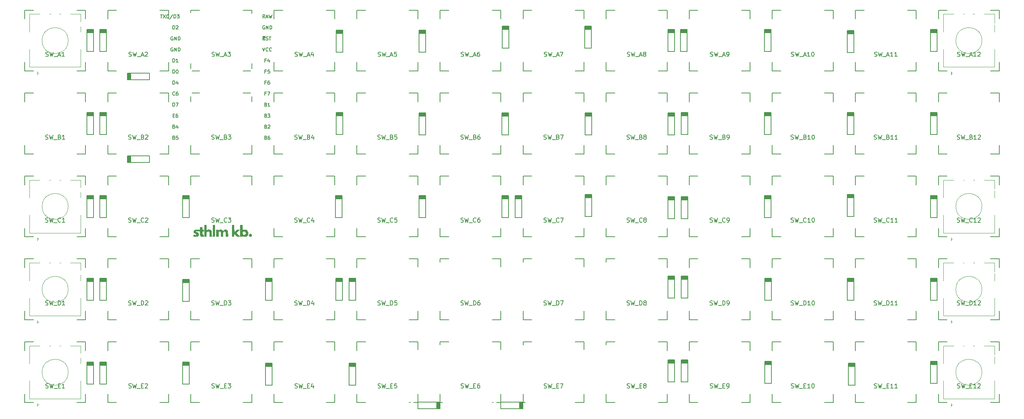
<source format=gto>
G04 #@! TF.GenerationSoftware,KiCad,Pcbnew,7.0.2-0*
G04 #@! TF.CreationDate,2024-02-01T11:31:52+01:00*
G04 #@! TF.ProjectId,CYOA_Ortho,43594f41-5f4f-4727-9468-6f2e6b696361,rev?*
G04 #@! TF.SameCoordinates,Original*
G04 #@! TF.FileFunction,Legend,Top*
G04 #@! TF.FilePolarity,Positive*
%FSLAX46Y46*%
G04 Gerber Fmt 4.6, Leading zero omitted, Abs format (unit mm)*
G04 Created by KiCad (PCBNEW 7.0.2-0) date 2024-02-01 11:31:52*
%MOMM*%
%LPD*%
G01*
G04 APERTURE LIST*
G04 Aperture macros list*
%AMHorizOval*
0 Thick line with rounded ends*
0 $1 width*
0 $2 $3 position (X,Y) of the first rounded end (center of the circle)*
0 $4 $5 position (X,Y) of the second rounded end (center of the circle)*
0 Add line between two ends*
20,1,$1,$2,$3,$4,$5,0*
0 Add two circle primitives to create the rounded ends*
1,1,$1,$2,$3*
1,1,$1,$4,$5*%
G04 Aperture macros list end*
%ADD10C,0.150000*%
%ADD11C,0.120000*%
%ADD12R,1.600000X1.600000*%
%ADD13C,1.600000*%
%ADD14R,1.752600X1.752600*%
%ADD15C,1.752600*%
%ADD16C,1.700000*%
%ADD17C,1.200000*%
%ADD18C,1.750000*%
%ADD19C,3.987800*%
%ADD20HorizOval,2.250000X0.019771X0.290016X-0.019771X-0.290016X0*%
%ADD21C,2.250000*%
%ADD22C,2.000000*%
%ADD23HorizOval,2.250000X0.654995X0.730004X-0.654995X-0.730004X0*%
%ADD24O,2.000000X3.200000*%
%ADD25R,2.000000X2.000000*%
%ADD26C,2.200000*%
%ADD27C,3.048000*%
G04 APERTURE END LIST*
D10*
X119548214Y-106252500D02*
X119691071Y-106300119D01*
X119691071Y-106300119D02*
X119929166Y-106300119D01*
X119929166Y-106300119D02*
X120024404Y-106252500D01*
X120024404Y-106252500D02*
X120072023Y-106204880D01*
X120072023Y-106204880D02*
X120119642Y-106109642D01*
X120119642Y-106109642D02*
X120119642Y-106014404D01*
X120119642Y-106014404D02*
X120072023Y-105919166D01*
X120072023Y-105919166D02*
X120024404Y-105871547D01*
X120024404Y-105871547D02*
X119929166Y-105823928D01*
X119929166Y-105823928D02*
X119738690Y-105776309D01*
X119738690Y-105776309D02*
X119643452Y-105728690D01*
X119643452Y-105728690D02*
X119595833Y-105681071D01*
X119595833Y-105681071D02*
X119548214Y-105585833D01*
X119548214Y-105585833D02*
X119548214Y-105490595D01*
X119548214Y-105490595D02*
X119595833Y-105395357D01*
X119595833Y-105395357D02*
X119643452Y-105347738D01*
X119643452Y-105347738D02*
X119738690Y-105300119D01*
X119738690Y-105300119D02*
X119976785Y-105300119D01*
X119976785Y-105300119D02*
X120119642Y-105347738D01*
X120452976Y-105300119D02*
X120691071Y-106300119D01*
X120691071Y-106300119D02*
X120881547Y-105585833D01*
X120881547Y-105585833D02*
X121072023Y-106300119D01*
X121072023Y-106300119D02*
X121310119Y-105300119D01*
X121452976Y-106395357D02*
X122214880Y-106395357D01*
X122452976Y-106300119D02*
X122452976Y-105300119D01*
X122452976Y-105300119D02*
X122691071Y-105300119D01*
X122691071Y-105300119D02*
X122833928Y-105347738D01*
X122833928Y-105347738D02*
X122929166Y-105442976D01*
X122929166Y-105442976D02*
X122976785Y-105538214D01*
X122976785Y-105538214D02*
X123024404Y-105728690D01*
X123024404Y-105728690D02*
X123024404Y-105871547D01*
X123024404Y-105871547D02*
X122976785Y-106062023D01*
X122976785Y-106062023D02*
X122929166Y-106157261D01*
X122929166Y-106157261D02*
X122833928Y-106252500D01*
X122833928Y-106252500D02*
X122691071Y-106300119D01*
X122691071Y-106300119D02*
X122452976Y-106300119D01*
X123929166Y-105300119D02*
X123452976Y-105300119D01*
X123452976Y-105300119D02*
X123405357Y-105776309D01*
X123405357Y-105776309D02*
X123452976Y-105728690D01*
X123452976Y-105728690D02*
X123548214Y-105681071D01*
X123548214Y-105681071D02*
X123786309Y-105681071D01*
X123786309Y-105681071D02*
X123881547Y-105728690D01*
X123881547Y-105728690D02*
X123929166Y-105776309D01*
X123929166Y-105776309D02*
X123976785Y-105871547D01*
X123976785Y-105871547D02*
X123976785Y-106109642D01*
X123976785Y-106109642D02*
X123929166Y-106204880D01*
X123929166Y-106204880D02*
X123881547Y-106252500D01*
X123881547Y-106252500D02*
X123786309Y-106300119D01*
X123786309Y-106300119D02*
X123548214Y-106300119D01*
X123548214Y-106300119D02*
X123452976Y-106252500D01*
X123452976Y-106252500D02*
X123405357Y-106204880D01*
X252772024Y-68052500D02*
X252914881Y-68100119D01*
X252914881Y-68100119D02*
X253152976Y-68100119D01*
X253152976Y-68100119D02*
X253248214Y-68052500D01*
X253248214Y-68052500D02*
X253295833Y-68004880D01*
X253295833Y-68004880D02*
X253343452Y-67909642D01*
X253343452Y-67909642D02*
X253343452Y-67814404D01*
X253343452Y-67814404D02*
X253295833Y-67719166D01*
X253295833Y-67719166D02*
X253248214Y-67671547D01*
X253248214Y-67671547D02*
X253152976Y-67623928D01*
X253152976Y-67623928D02*
X252962500Y-67576309D01*
X252962500Y-67576309D02*
X252867262Y-67528690D01*
X252867262Y-67528690D02*
X252819643Y-67481071D01*
X252819643Y-67481071D02*
X252772024Y-67385833D01*
X252772024Y-67385833D02*
X252772024Y-67290595D01*
X252772024Y-67290595D02*
X252819643Y-67195357D01*
X252819643Y-67195357D02*
X252867262Y-67147738D01*
X252867262Y-67147738D02*
X252962500Y-67100119D01*
X252962500Y-67100119D02*
X253200595Y-67100119D01*
X253200595Y-67100119D02*
X253343452Y-67147738D01*
X253676786Y-67100119D02*
X253914881Y-68100119D01*
X253914881Y-68100119D02*
X254105357Y-67385833D01*
X254105357Y-67385833D02*
X254295833Y-68100119D01*
X254295833Y-68100119D02*
X254533929Y-67100119D01*
X254676786Y-68195357D02*
X255438690Y-68195357D01*
X256010119Y-67576309D02*
X256152976Y-67623928D01*
X256152976Y-67623928D02*
X256200595Y-67671547D01*
X256200595Y-67671547D02*
X256248214Y-67766785D01*
X256248214Y-67766785D02*
X256248214Y-67909642D01*
X256248214Y-67909642D02*
X256200595Y-68004880D01*
X256200595Y-68004880D02*
X256152976Y-68052500D01*
X256152976Y-68052500D02*
X256057738Y-68100119D01*
X256057738Y-68100119D02*
X255676786Y-68100119D01*
X255676786Y-68100119D02*
X255676786Y-67100119D01*
X255676786Y-67100119D02*
X256010119Y-67100119D01*
X256010119Y-67100119D02*
X256105357Y-67147738D01*
X256105357Y-67147738D02*
X256152976Y-67195357D01*
X256152976Y-67195357D02*
X256200595Y-67290595D01*
X256200595Y-67290595D02*
X256200595Y-67385833D01*
X256200595Y-67385833D02*
X256152976Y-67481071D01*
X256152976Y-67481071D02*
X256105357Y-67528690D01*
X256105357Y-67528690D02*
X256010119Y-67576309D01*
X256010119Y-67576309D02*
X255676786Y-67576309D01*
X257200595Y-68100119D02*
X256629167Y-68100119D01*
X256914881Y-68100119D02*
X256914881Y-67100119D01*
X256914881Y-67100119D02*
X256819643Y-67242976D01*
X256819643Y-67242976D02*
X256724405Y-67338214D01*
X256724405Y-67338214D02*
X256629167Y-67385833D01*
X257581548Y-67195357D02*
X257629167Y-67147738D01*
X257629167Y-67147738D02*
X257724405Y-67100119D01*
X257724405Y-67100119D02*
X257962500Y-67100119D01*
X257962500Y-67100119D02*
X258057738Y-67147738D01*
X258057738Y-67147738D02*
X258105357Y-67195357D01*
X258105357Y-67195357D02*
X258152976Y-67290595D01*
X258152976Y-67290595D02*
X258152976Y-67385833D01*
X258152976Y-67385833D02*
X258105357Y-67528690D01*
X258105357Y-67528690D02*
X257533929Y-68100119D01*
X257533929Y-68100119D02*
X258152976Y-68100119D01*
X62295833Y-125352500D02*
X62438690Y-125400119D01*
X62438690Y-125400119D02*
X62676785Y-125400119D01*
X62676785Y-125400119D02*
X62772023Y-125352500D01*
X62772023Y-125352500D02*
X62819642Y-125304880D01*
X62819642Y-125304880D02*
X62867261Y-125209642D01*
X62867261Y-125209642D02*
X62867261Y-125114404D01*
X62867261Y-125114404D02*
X62819642Y-125019166D01*
X62819642Y-125019166D02*
X62772023Y-124971547D01*
X62772023Y-124971547D02*
X62676785Y-124923928D01*
X62676785Y-124923928D02*
X62486309Y-124876309D01*
X62486309Y-124876309D02*
X62391071Y-124828690D01*
X62391071Y-124828690D02*
X62343452Y-124781071D01*
X62343452Y-124781071D02*
X62295833Y-124685833D01*
X62295833Y-124685833D02*
X62295833Y-124590595D01*
X62295833Y-124590595D02*
X62343452Y-124495357D01*
X62343452Y-124495357D02*
X62391071Y-124447738D01*
X62391071Y-124447738D02*
X62486309Y-124400119D01*
X62486309Y-124400119D02*
X62724404Y-124400119D01*
X62724404Y-124400119D02*
X62867261Y-124447738D01*
X63200595Y-124400119D02*
X63438690Y-125400119D01*
X63438690Y-125400119D02*
X63629166Y-124685833D01*
X63629166Y-124685833D02*
X63819642Y-125400119D01*
X63819642Y-125400119D02*
X64057738Y-124400119D01*
X64200595Y-125495357D02*
X64962499Y-125495357D01*
X65200595Y-124876309D02*
X65533928Y-124876309D01*
X65676785Y-125400119D02*
X65200595Y-125400119D01*
X65200595Y-125400119D02*
X65200595Y-124400119D01*
X65200595Y-124400119D02*
X65676785Y-124400119D01*
X66057738Y-124495357D02*
X66105357Y-124447738D01*
X66105357Y-124447738D02*
X66200595Y-124400119D01*
X66200595Y-124400119D02*
X66438690Y-124400119D01*
X66438690Y-124400119D02*
X66533928Y-124447738D01*
X66533928Y-124447738D02*
X66581547Y-124495357D01*
X66581547Y-124495357D02*
X66629166Y-124590595D01*
X66629166Y-124590595D02*
X66629166Y-124685833D01*
X66629166Y-124685833D02*
X66581547Y-124828690D01*
X66581547Y-124828690D02*
X66010119Y-125400119D01*
X66010119Y-125400119D02*
X66629166Y-125400119D01*
X138719643Y-48952500D02*
X138862500Y-49000119D01*
X138862500Y-49000119D02*
X139100595Y-49000119D01*
X139100595Y-49000119D02*
X139195833Y-48952500D01*
X139195833Y-48952500D02*
X139243452Y-48904880D01*
X139243452Y-48904880D02*
X139291071Y-48809642D01*
X139291071Y-48809642D02*
X139291071Y-48714404D01*
X139291071Y-48714404D02*
X139243452Y-48619166D01*
X139243452Y-48619166D02*
X139195833Y-48571547D01*
X139195833Y-48571547D02*
X139100595Y-48523928D01*
X139100595Y-48523928D02*
X138910119Y-48476309D01*
X138910119Y-48476309D02*
X138814881Y-48428690D01*
X138814881Y-48428690D02*
X138767262Y-48381071D01*
X138767262Y-48381071D02*
X138719643Y-48285833D01*
X138719643Y-48285833D02*
X138719643Y-48190595D01*
X138719643Y-48190595D02*
X138767262Y-48095357D01*
X138767262Y-48095357D02*
X138814881Y-48047738D01*
X138814881Y-48047738D02*
X138910119Y-48000119D01*
X138910119Y-48000119D02*
X139148214Y-48000119D01*
X139148214Y-48000119D02*
X139291071Y-48047738D01*
X139624405Y-48000119D02*
X139862500Y-49000119D01*
X139862500Y-49000119D02*
X140052976Y-48285833D01*
X140052976Y-48285833D02*
X140243452Y-49000119D01*
X140243452Y-49000119D02*
X140481548Y-48000119D01*
X140624405Y-49095357D02*
X141386309Y-49095357D01*
X141576786Y-48714404D02*
X142052976Y-48714404D01*
X141481548Y-49000119D02*
X141814881Y-48000119D01*
X141814881Y-48000119D02*
X142148214Y-49000119D01*
X142910119Y-48000119D02*
X142719643Y-48000119D01*
X142719643Y-48000119D02*
X142624405Y-48047738D01*
X142624405Y-48047738D02*
X142576786Y-48095357D01*
X142576786Y-48095357D02*
X142481548Y-48238214D01*
X142481548Y-48238214D02*
X142433929Y-48428690D01*
X142433929Y-48428690D02*
X142433929Y-48809642D01*
X142433929Y-48809642D02*
X142481548Y-48904880D01*
X142481548Y-48904880D02*
X142529167Y-48952500D01*
X142529167Y-48952500D02*
X142624405Y-49000119D01*
X142624405Y-49000119D02*
X142814881Y-49000119D01*
X142814881Y-49000119D02*
X142910119Y-48952500D01*
X142910119Y-48952500D02*
X142957738Y-48904880D01*
X142957738Y-48904880D02*
X143005357Y-48809642D01*
X143005357Y-48809642D02*
X143005357Y-48571547D01*
X143005357Y-48571547D02*
X142957738Y-48476309D01*
X142957738Y-48476309D02*
X142910119Y-48428690D01*
X142910119Y-48428690D02*
X142814881Y-48381071D01*
X142814881Y-48381071D02*
X142624405Y-48381071D01*
X142624405Y-48381071D02*
X142529167Y-48428690D01*
X142529167Y-48428690D02*
X142481548Y-48476309D01*
X142481548Y-48476309D02*
X142433929Y-48571547D01*
X81348214Y-106252500D02*
X81491071Y-106300119D01*
X81491071Y-106300119D02*
X81729166Y-106300119D01*
X81729166Y-106300119D02*
X81824404Y-106252500D01*
X81824404Y-106252500D02*
X81872023Y-106204880D01*
X81872023Y-106204880D02*
X81919642Y-106109642D01*
X81919642Y-106109642D02*
X81919642Y-106014404D01*
X81919642Y-106014404D02*
X81872023Y-105919166D01*
X81872023Y-105919166D02*
X81824404Y-105871547D01*
X81824404Y-105871547D02*
X81729166Y-105823928D01*
X81729166Y-105823928D02*
X81538690Y-105776309D01*
X81538690Y-105776309D02*
X81443452Y-105728690D01*
X81443452Y-105728690D02*
X81395833Y-105681071D01*
X81395833Y-105681071D02*
X81348214Y-105585833D01*
X81348214Y-105585833D02*
X81348214Y-105490595D01*
X81348214Y-105490595D02*
X81395833Y-105395357D01*
X81395833Y-105395357D02*
X81443452Y-105347738D01*
X81443452Y-105347738D02*
X81538690Y-105300119D01*
X81538690Y-105300119D02*
X81776785Y-105300119D01*
X81776785Y-105300119D02*
X81919642Y-105347738D01*
X82252976Y-105300119D02*
X82491071Y-106300119D01*
X82491071Y-106300119D02*
X82681547Y-105585833D01*
X82681547Y-105585833D02*
X82872023Y-106300119D01*
X82872023Y-106300119D02*
X83110119Y-105300119D01*
X83252976Y-106395357D02*
X84014880Y-106395357D01*
X84252976Y-106300119D02*
X84252976Y-105300119D01*
X84252976Y-105300119D02*
X84491071Y-105300119D01*
X84491071Y-105300119D02*
X84633928Y-105347738D01*
X84633928Y-105347738D02*
X84729166Y-105442976D01*
X84729166Y-105442976D02*
X84776785Y-105538214D01*
X84776785Y-105538214D02*
X84824404Y-105728690D01*
X84824404Y-105728690D02*
X84824404Y-105871547D01*
X84824404Y-105871547D02*
X84776785Y-106062023D01*
X84776785Y-106062023D02*
X84729166Y-106157261D01*
X84729166Y-106157261D02*
X84633928Y-106252500D01*
X84633928Y-106252500D02*
X84491071Y-106300119D01*
X84491071Y-106300119D02*
X84252976Y-106300119D01*
X85157738Y-105300119D02*
X85776785Y-105300119D01*
X85776785Y-105300119D02*
X85443452Y-105681071D01*
X85443452Y-105681071D02*
X85586309Y-105681071D01*
X85586309Y-105681071D02*
X85681547Y-105728690D01*
X85681547Y-105728690D02*
X85729166Y-105776309D01*
X85729166Y-105776309D02*
X85776785Y-105871547D01*
X85776785Y-105871547D02*
X85776785Y-106109642D01*
X85776785Y-106109642D02*
X85729166Y-106204880D01*
X85729166Y-106204880D02*
X85681547Y-106252500D01*
X85681547Y-106252500D02*
X85586309Y-106300119D01*
X85586309Y-106300119D02*
X85300595Y-106300119D01*
X85300595Y-106300119D02*
X85205357Y-106252500D01*
X85205357Y-106252500D02*
X85157738Y-106204880D01*
X252819643Y-125352500D02*
X252962500Y-125400119D01*
X252962500Y-125400119D02*
X253200595Y-125400119D01*
X253200595Y-125400119D02*
X253295833Y-125352500D01*
X253295833Y-125352500D02*
X253343452Y-125304880D01*
X253343452Y-125304880D02*
X253391071Y-125209642D01*
X253391071Y-125209642D02*
X253391071Y-125114404D01*
X253391071Y-125114404D02*
X253343452Y-125019166D01*
X253343452Y-125019166D02*
X253295833Y-124971547D01*
X253295833Y-124971547D02*
X253200595Y-124923928D01*
X253200595Y-124923928D02*
X253010119Y-124876309D01*
X253010119Y-124876309D02*
X252914881Y-124828690D01*
X252914881Y-124828690D02*
X252867262Y-124781071D01*
X252867262Y-124781071D02*
X252819643Y-124685833D01*
X252819643Y-124685833D02*
X252819643Y-124590595D01*
X252819643Y-124590595D02*
X252867262Y-124495357D01*
X252867262Y-124495357D02*
X252914881Y-124447738D01*
X252914881Y-124447738D02*
X253010119Y-124400119D01*
X253010119Y-124400119D02*
X253248214Y-124400119D01*
X253248214Y-124400119D02*
X253391071Y-124447738D01*
X253724405Y-124400119D02*
X253962500Y-125400119D01*
X253962500Y-125400119D02*
X254152976Y-124685833D01*
X254152976Y-124685833D02*
X254343452Y-125400119D01*
X254343452Y-125400119D02*
X254581548Y-124400119D01*
X254724405Y-125495357D02*
X255486309Y-125495357D01*
X255724405Y-124876309D02*
X256057738Y-124876309D01*
X256200595Y-125400119D02*
X255724405Y-125400119D01*
X255724405Y-125400119D02*
X255724405Y-124400119D01*
X255724405Y-124400119D02*
X256200595Y-124400119D01*
X257152976Y-125400119D02*
X256581548Y-125400119D01*
X256867262Y-125400119D02*
X256867262Y-124400119D01*
X256867262Y-124400119D02*
X256772024Y-124542976D01*
X256772024Y-124542976D02*
X256676786Y-124638214D01*
X256676786Y-124638214D02*
X256581548Y-124685833D01*
X257533929Y-124495357D02*
X257581548Y-124447738D01*
X257581548Y-124447738D02*
X257676786Y-124400119D01*
X257676786Y-124400119D02*
X257914881Y-124400119D01*
X257914881Y-124400119D02*
X258010119Y-124447738D01*
X258010119Y-124447738D02*
X258057738Y-124495357D01*
X258057738Y-124495357D02*
X258105357Y-124590595D01*
X258105357Y-124590595D02*
X258105357Y-124685833D01*
X258105357Y-124685833D02*
X258057738Y-124828690D01*
X258057738Y-124828690D02*
X257486310Y-125400119D01*
X257486310Y-125400119D02*
X258105357Y-125400119D01*
X119548214Y-68052500D02*
X119691071Y-68100119D01*
X119691071Y-68100119D02*
X119929166Y-68100119D01*
X119929166Y-68100119D02*
X120024404Y-68052500D01*
X120024404Y-68052500D02*
X120072023Y-68004880D01*
X120072023Y-68004880D02*
X120119642Y-67909642D01*
X120119642Y-67909642D02*
X120119642Y-67814404D01*
X120119642Y-67814404D02*
X120072023Y-67719166D01*
X120072023Y-67719166D02*
X120024404Y-67671547D01*
X120024404Y-67671547D02*
X119929166Y-67623928D01*
X119929166Y-67623928D02*
X119738690Y-67576309D01*
X119738690Y-67576309D02*
X119643452Y-67528690D01*
X119643452Y-67528690D02*
X119595833Y-67481071D01*
X119595833Y-67481071D02*
X119548214Y-67385833D01*
X119548214Y-67385833D02*
X119548214Y-67290595D01*
X119548214Y-67290595D02*
X119595833Y-67195357D01*
X119595833Y-67195357D02*
X119643452Y-67147738D01*
X119643452Y-67147738D02*
X119738690Y-67100119D01*
X119738690Y-67100119D02*
X119976785Y-67100119D01*
X119976785Y-67100119D02*
X120119642Y-67147738D01*
X120452976Y-67100119D02*
X120691071Y-68100119D01*
X120691071Y-68100119D02*
X120881547Y-67385833D01*
X120881547Y-67385833D02*
X121072023Y-68100119D01*
X121072023Y-68100119D02*
X121310119Y-67100119D01*
X121452976Y-68195357D02*
X122214880Y-68195357D01*
X122786309Y-67576309D02*
X122929166Y-67623928D01*
X122929166Y-67623928D02*
X122976785Y-67671547D01*
X122976785Y-67671547D02*
X123024404Y-67766785D01*
X123024404Y-67766785D02*
X123024404Y-67909642D01*
X123024404Y-67909642D02*
X122976785Y-68004880D01*
X122976785Y-68004880D02*
X122929166Y-68052500D01*
X122929166Y-68052500D02*
X122833928Y-68100119D01*
X122833928Y-68100119D02*
X122452976Y-68100119D01*
X122452976Y-68100119D02*
X122452976Y-67100119D01*
X122452976Y-67100119D02*
X122786309Y-67100119D01*
X122786309Y-67100119D02*
X122881547Y-67147738D01*
X122881547Y-67147738D02*
X122929166Y-67195357D01*
X122929166Y-67195357D02*
X122976785Y-67290595D01*
X122976785Y-67290595D02*
X122976785Y-67385833D01*
X122976785Y-67385833D02*
X122929166Y-67481071D01*
X122929166Y-67481071D02*
X122881547Y-67528690D01*
X122881547Y-67528690D02*
X122786309Y-67576309D01*
X122786309Y-67576309D02*
X122452976Y-67576309D01*
X123929166Y-67100119D02*
X123452976Y-67100119D01*
X123452976Y-67100119D02*
X123405357Y-67576309D01*
X123405357Y-67576309D02*
X123452976Y-67528690D01*
X123452976Y-67528690D02*
X123548214Y-67481071D01*
X123548214Y-67481071D02*
X123786309Y-67481071D01*
X123786309Y-67481071D02*
X123881547Y-67528690D01*
X123881547Y-67528690D02*
X123929166Y-67576309D01*
X123929166Y-67576309D02*
X123976785Y-67671547D01*
X123976785Y-67671547D02*
X123976785Y-67909642D01*
X123976785Y-67909642D02*
X123929166Y-68004880D01*
X123929166Y-68004880D02*
X123881547Y-68052500D01*
X123881547Y-68052500D02*
X123786309Y-68100119D01*
X123786309Y-68100119D02*
X123548214Y-68100119D01*
X123548214Y-68100119D02*
X123452976Y-68052500D01*
X123452976Y-68052500D02*
X123405357Y-68004880D01*
X195948214Y-106252500D02*
X196091071Y-106300119D01*
X196091071Y-106300119D02*
X196329166Y-106300119D01*
X196329166Y-106300119D02*
X196424404Y-106252500D01*
X196424404Y-106252500D02*
X196472023Y-106204880D01*
X196472023Y-106204880D02*
X196519642Y-106109642D01*
X196519642Y-106109642D02*
X196519642Y-106014404D01*
X196519642Y-106014404D02*
X196472023Y-105919166D01*
X196472023Y-105919166D02*
X196424404Y-105871547D01*
X196424404Y-105871547D02*
X196329166Y-105823928D01*
X196329166Y-105823928D02*
X196138690Y-105776309D01*
X196138690Y-105776309D02*
X196043452Y-105728690D01*
X196043452Y-105728690D02*
X195995833Y-105681071D01*
X195995833Y-105681071D02*
X195948214Y-105585833D01*
X195948214Y-105585833D02*
X195948214Y-105490595D01*
X195948214Y-105490595D02*
X195995833Y-105395357D01*
X195995833Y-105395357D02*
X196043452Y-105347738D01*
X196043452Y-105347738D02*
X196138690Y-105300119D01*
X196138690Y-105300119D02*
X196376785Y-105300119D01*
X196376785Y-105300119D02*
X196519642Y-105347738D01*
X196852976Y-105300119D02*
X197091071Y-106300119D01*
X197091071Y-106300119D02*
X197281547Y-105585833D01*
X197281547Y-105585833D02*
X197472023Y-106300119D01*
X197472023Y-106300119D02*
X197710119Y-105300119D01*
X197852976Y-106395357D02*
X198614880Y-106395357D01*
X198852976Y-106300119D02*
X198852976Y-105300119D01*
X198852976Y-105300119D02*
X199091071Y-105300119D01*
X199091071Y-105300119D02*
X199233928Y-105347738D01*
X199233928Y-105347738D02*
X199329166Y-105442976D01*
X199329166Y-105442976D02*
X199376785Y-105538214D01*
X199376785Y-105538214D02*
X199424404Y-105728690D01*
X199424404Y-105728690D02*
X199424404Y-105871547D01*
X199424404Y-105871547D02*
X199376785Y-106062023D01*
X199376785Y-106062023D02*
X199329166Y-106157261D01*
X199329166Y-106157261D02*
X199233928Y-106252500D01*
X199233928Y-106252500D02*
X199091071Y-106300119D01*
X199091071Y-106300119D02*
X198852976Y-106300119D01*
X199900595Y-106300119D02*
X200091071Y-106300119D01*
X200091071Y-106300119D02*
X200186309Y-106252500D01*
X200186309Y-106252500D02*
X200233928Y-106204880D01*
X200233928Y-106204880D02*
X200329166Y-106062023D01*
X200329166Y-106062023D02*
X200376785Y-105871547D01*
X200376785Y-105871547D02*
X200376785Y-105490595D01*
X200376785Y-105490595D02*
X200329166Y-105395357D01*
X200329166Y-105395357D02*
X200281547Y-105347738D01*
X200281547Y-105347738D02*
X200186309Y-105300119D01*
X200186309Y-105300119D02*
X199995833Y-105300119D01*
X199995833Y-105300119D02*
X199900595Y-105347738D01*
X199900595Y-105347738D02*
X199852976Y-105395357D01*
X199852976Y-105395357D02*
X199805357Y-105490595D01*
X199805357Y-105490595D02*
X199805357Y-105728690D01*
X199805357Y-105728690D02*
X199852976Y-105823928D01*
X199852976Y-105823928D02*
X199900595Y-105871547D01*
X199900595Y-105871547D02*
X199995833Y-105919166D01*
X199995833Y-105919166D02*
X200186309Y-105919166D01*
X200186309Y-105919166D02*
X200281547Y-105871547D01*
X200281547Y-105871547D02*
X200329166Y-105823928D01*
X200329166Y-105823928D02*
X200376785Y-105728690D01*
X176848214Y-106252500D02*
X176991071Y-106300119D01*
X176991071Y-106300119D02*
X177229166Y-106300119D01*
X177229166Y-106300119D02*
X177324404Y-106252500D01*
X177324404Y-106252500D02*
X177372023Y-106204880D01*
X177372023Y-106204880D02*
X177419642Y-106109642D01*
X177419642Y-106109642D02*
X177419642Y-106014404D01*
X177419642Y-106014404D02*
X177372023Y-105919166D01*
X177372023Y-105919166D02*
X177324404Y-105871547D01*
X177324404Y-105871547D02*
X177229166Y-105823928D01*
X177229166Y-105823928D02*
X177038690Y-105776309D01*
X177038690Y-105776309D02*
X176943452Y-105728690D01*
X176943452Y-105728690D02*
X176895833Y-105681071D01*
X176895833Y-105681071D02*
X176848214Y-105585833D01*
X176848214Y-105585833D02*
X176848214Y-105490595D01*
X176848214Y-105490595D02*
X176895833Y-105395357D01*
X176895833Y-105395357D02*
X176943452Y-105347738D01*
X176943452Y-105347738D02*
X177038690Y-105300119D01*
X177038690Y-105300119D02*
X177276785Y-105300119D01*
X177276785Y-105300119D02*
X177419642Y-105347738D01*
X177752976Y-105300119D02*
X177991071Y-106300119D01*
X177991071Y-106300119D02*
X178181547Y-105585833D01*
X178181547Y-105585833D02*
X178372023Y-106300119D01*
X178372023Y-106300119D02*
X178610119Y-105300119D01*
X178752976Y-106395357D02*
X179514880Y-106395357D01*
X179752976Y-106300119D02*
X179752976Y-105300119D01*
X179752976Y-105300119D02*
X179991071Y-105300119D01*
X179991071Y-105300119D02*
X180133928Y-105347738D01*
X180133928Y-105347738D02*
X180229166Y-105442976D01*
X180229166Y-105442976D02*
X180276785Y-105538214D01*
X180276785Y-105538214D02*
X180324404Y-105728690D01*
X180324404Y-105728690D02*
X180324404Y-105871547D01*
X180324404Y-105871547D02*
X180276785Y-106062023D01*
X180276785Y-106062023D02*
X180229166Y-106157261D01*
X180229166Y-106157261D02*
X180133928Y-106252500D01*
X180133928Y-106252500D02*
X179991071Y-106300119D01*
X179991071Y-106300119D02*
X179752976Y-106300119D01*
X180895833Y-105728690D02*
X180800595Y-105681071D01*
X180800595Y-105681071D02*
X180752976Y-105633452D01*
X180752976Y-105633452D02*
X180705357Y-105538214D01*
X180705357Y-105538214D02*
X180705357Y-105490595D01*
X180705357Y-105490595D02*
X180752976Y-105395357D01*
X180752976Y-105395357D02*
X180800595Y-105347738D01*
X180800595Y-105347738D02*
X180895833Y-105300119D01*
X180895833Y-105300119D02*
X181086309Y-105300119D01*
X181086309Y-105300119D02*
X181181547Y-105347738D01*
X181181547Y-105347738D02*
X181229166Y-105395357D01*
X181229166Y-105395357D02*
X181276785Y-105490595D01*
X181276785Y-105490595D02*
X181276785Y-105538214D01*
X181276785Y-105538214D02*
X181229166Y-105633452D01*
X181229166Y-105633452D02*
X181181547Y-105681071D01*
X181181547Y-105681071D02*
X181086309Y-105728690D01*
X181086309Y-105728690D02*
X180895833Y-105728690D01*
X180895833Y-105728690D02*
X180800595Y-105776309D01*
X180800595Y-105776309D02*
X180752976Y-105823928D01*
X180752976Y-105823928D02*
X180705357Y-105919166D01*
X180705357Y-105919166D02*
X180705357Y-106109642D01*
X180705357Y-106109642D02*
X180752976Y-106204880D01*
X180752976Y-106204880D02*
X180800595Y-106252500D01*
X180800595Y-106252500D02*
X180895833Y-106300119D01*
X180895833Y-106300119D02*
X181086309Y-106300119D01*
X181086309Y-106300119D02*
X181181547Y-106252500D01*
X181181547Y-106252500D02*
X181229166Y-106204880D01*
X181229166Y-106204880D02*
X181276785Y-106109642D01*
X181276785Y-106109642D02*
X181276785Y-105919166D01*
X181276785Y-105919166D02*
X181229166Y-105823928D01*
X181229166Y-105823928D02*
X181181547Y-105776309D01*
X181181547Y-105776309D02*
X181086309Y-105728690D01*
X233672024Y-68052500D02*
X233814881Y-68100119D01*
X233814881Y-68100119D02*
X234052976Y-68100119D01*
X234052976Y-68100119D02*
X234148214Y-68052500D01*
X234148214Y-68052500D02*
X234195833Y-68004880D01*
X234195833Y-68004880D02*
X234243452Y-67909642D01*
X234243452Y-67909642D02*
X234243452Y-67814404D01*
X234243452Y-67814404D02*
X234195833Y-67719166D01*
X234195833Y-67719166D02*
X234148214Y-67671547D01*
X234148214Y-67671547D02*
X234052976Y-67623928D01*
X234052976Y-67623928D02*
X233862500Y-67576309D01*
X233862500Y-67576309D02*
X233767262Y-67528690D01*
X233767262Y-67528690D02*
X233719643Y-67481071D01*
X233719643Y-67481071D02*
X233672024Y-67385833D01*
X233672024Y-67385833D02*
X233672024Y-67290595D01*
X233672024Y-67290595D02*
X233719643Y-67195357D01*
X233719643Y-67195357D02*
X233767262Y-67147738D01*
X233767262Y-67147738D02*
X233862500Y-67100119D01*
X233862500Y-67100119D02*
X234100595Y-67100119D01*
X234100595Y-67100119D02*
X234243452Y-67147738D01*
X234576786Y-67100119D02*
X234814881Y-68100119D01*
X234814881Y-68100119D02*
X235005357Y-67385833D01*
X235005357Y-67385833D02*
X235195833Y-68100119D01*
X235195833Y-68100119D02*
X235433929Y-67100119D01*
X235576786Y-68195357D02*
X236338690Y-68195357D01*
X236910119Y-67576309D02*
X237052976Y-67623928D01*
X237052976Y-67623928D02*
X237100595Y-67671547D01*
X237100595Y-67671547D02*
X237148214Y-67766785D01*
X237148214Y-67766785D02*
X237148214Y-67909642D01*
X237148214Y-67909642D02*
X237100595Y-68004880D01*
X237100595Y-68004880D02*
X237052976Y-68052500D01*
X237052976Y-68052500D02*
X236957738Y-68100119D01*
X236957738Y-68100119D02*
X236576786Y-68100119D01*
X236576786Y-68100119D02*
X236576786Y-67100119D01*
X236576786Y-67100119D02*
X236910119Y-67100119D01*
X236910119Y-67100119D02*
X237005357Y-67147738D01*
X237005357Y-67147738D02*
X237052976Y-67195357D01*
X237052976Y-67195357D02*
X237100595Y-67290595D01*
X237100595Y-67290595D02*
X237100595Y-67385833D01*
X237100595Y-67385833D02*
X237052976Y-67481071D01*
X237052976Y-67481071D02*
X237005357Y-67528690D01*
X237005357Y-67528690D02*
X236910119Y-67576309D01*
X236910119Y-67576309D02*
X236576786Y-67576309D01*
X238100595Y-68100119D02*
X237529167Y-68100119D01*
X237814881Y-68100119D02*
X237814881Y-67100119D01*
X237814881Y-67100119D02*
X237719643Y-67242976D01*
X237719643Y-67242976D02*
X237624405Y-67338214D01*
X237624405Y-67338214D02*
X237529167Y-67385833D01*
X239052976Y-68100119D02*
X238481548Y-68100119D01*
X238767262Y-68100119D02*
X238767262Y-67100119D01*
X238767262Y-67100119D02*
X238672024Y-67242976D01*
X238672024Y-67242976D02*
X238576786Y-67338214D01*
X238576786Y-67338214D02*
X238481548Y-67385833D01*
X100448214Y-87152500D02*
X100591071Y-87200119D01*
X100591071Y-87200119D02*
X100829166Y-87200119D01*
X100829166Y-87200119D02*
X100924404Y-87152500D01*
X100924404Y-87152500D02*
X100972023Y-87104880D01*
X100972023Y-87104880D02*
X101019642Y-87009642D01*
X101019642Y-87009642D02*
X101019642Y-86914404D01*
X101019642Y-86914404D02*
X100972023Y-86819166D01*
X100972023Y-86819166D02*
X100924404Y-86771547D01*
X100924404Y-86771547D02*
X100829166Y-86723928D01*
X100829166Y-86723928D02*
X100638690Y-86676309D01*
X100638690Y-86676309D02*
X100543452Y-86628690D01*
X100543452Y-86628690D02*
X100495833Y-86581071D01*
X100495833Y-86581071D02*
X100448214Y-86485833D01*
X100448214Y-86485833D02*
X100448214Y-86390595D01*
X100448214Y-86390595D02*
X100495833Y-86295357D01*
X100495833Y-86295357D02*
X100543452Y-86247738D01*
X100543452Y-86247738D02*
X100638690Y-86200119D01*
X100638690Y-86200119D02*
X100876785Y-86200119D01*
X100876785Y-86200119D02*
X101019642Y-86247738D01*
X101352976Y-86200119D02*
X101591071Y-87200119D01*
X101591071Y-87200119D02*
X101781547Y-86485833D01*
X101781547Y-86485833D02*
X101972023Y-87200119D01*
X101972023Y-87200119D02*
X102210119Y-86200119D01*
X102352976Y-87295357D02*
X103114880Y-87295357D01*
X103924404Y-87104880D02*
X103876785Y-87152500D01*
X103876785Y-87152500D02*
X103733928Y-87200119D01*
X103733928Y-87200119D02*
X103638690Y-87200119D01*
X103638690Y-87200119D02*
X103495833Y-87152500D01*
X103495833Y-87152500D02*
X103400595Y-87057261D01*
X103400595Y-87057261D02*
X103352976Y-86962023D01*
X103352976Y-86962023D02*
X103305357Y-86771547D01*
X103305357Y-86771547D02*
X103305357Y-86628690D01*
X103305357Y-86628690D02*
X103352976Y-86438214D01*
X103352976Y-86438214D02*
X103400595Y-86342976D01*
X103400595Y-86342976D02*
X103495833Y-86247738D01*
X103495833Y-86247738D02*
X103638690Y-86200119D01*
X103638690Y-86200119D02*
X103733928Y-86200119D01*
X103733928Y-86200119D02*
X103876785Y-86247738D01*
X103876785Y-86247738D02*
X103924404Y-86295357D01*
X104781547Y-86533452D02*
X104781547Y-87200119D01*
X104543452Y-86152500D02*
X104305357Y-86866785D01*
X104305357Y-86866785D02*
X104924404Y-86866785D01*
X233743452Y-48952500D02*
X233886309Y-49000119D01*
X233886309Y-49000119D02*
X234124404Y-49000119D01*
X234124404Y-49000119D02*
X234219642Y-48952500D01*
X234219642Y-48952500D02*
X234267261Y-48904880D01*
X234267261Y-48904880D02*
X234314880Y-48809642D01*
X234314880Y-48809642D02*
X234314880Y-48714404D01*
X234314880Y-48714404D02*
X234267261Y-48619166D01*
X234267261Y-48619166D02*
X234219642Y-48571547D01*
X234219642Y-48571547D02*
X234124404Y-48523928D01*
X234124404Y-48523928D02*
X233933928Y-48476309D01*
X233933928Y-48476309D02*
X233838690Y-48428690D01*
X233838690Y-48428690D02*
X233791071Y-48381071D01*
X233791071Y-48381071D02*
X233743452Y-48285833D01*
X233743452Y-48285833D02*
X233743452Y-48190595D01*
X233743452Y-48190595D02*
X233791071Y-48095357D01*
X233791071Y-48095357D02*
X233838690Y-48047738D01*
X233838690Y-48047738D02*
X233933928Y-48000119D01*
X233933928Y-48000119D02*
X234172023Y-48000119D01*
X234172023Y-48000119D02*
X234314880Y-48047738D01*
X234648214Y-48000119D02*
X234886309Y-49000119D01*
X234886309Y-49000119D02*
X235076785Y-48285833D01*
X235076785Y-48285833D02*
X235267261Y-49000119D01*
X235267261Y-49000119D02*
X235505357Y-48000119D01*
X235648214Y-49095357D02*
X236410118Y-49095357D01*
X236600595Y-48714404D02*
X237076785Y-48714404D01*
X236505357Y-49000119D02*
X236838690Y-48000119D01*
X236838690Y-48000119D02*
X237172023Y-49000119D01*
X238029166Y-49000119D02*
X237457738Y-49000119D01*
X237743452Y-49000119D02*
X237743452Y-48000119D01*
X237743452Y-48000119D02*
X237648214Y-48142976D01*
X237648214Y-48142976D02*
X237552976Y-48238214D01*
X237552976Y-48238214D02*
X237457738Y-48285833D01*
X238981547Y-49000119D02*
X238410119Y-49000119D01*
X238695833Y-49000119D02*
X238695833Y-48000119D01*
X238695833Y-48000119D02*
X238600595Y-48142976D01*
X238600595Y-48142976D02*
X238505357Y-48238214D01*
X238505357Y-48238214D02*
X238410119Y-48285833D01*
X157795833Y-125352500D02*
X157938690Y-125400119D01*
X157938690Y-125400119D02*
X158176785Y-125400119D01*
X158176785Y-125400119D02*
X158272023Y-125352500D01*
X158272023Y-125352500D02*
X158319642Y-125304880D01*
X158319642Y-125304880D02*
X158367261Y-125209642D01*
X158367261Y-125209642D02*
X158367261Y-125114404D01*
X158367261Y-125114404D02*
X158319642Y-125019166D01*
X158319642Y-125019166D02*
X158272023Y-124971547D01*
X158272023Y-124971547D02*
X158176785Y-124923928D01*
X158176785Y-124923928D02*
X157986309Y-124876309D01*
X157986309Y-124876309D02*
X157891071Y-124828690D01*
X157891071Y-124828690D02*
X157843452Y-124781071D01*
X157843452Y-124781071D02*
X157795833Y-124685833D01*
X157795833Y-124685833D02*
X157795833Y-124590595D01*
X157795833Y-124590595D02*
X157843452Y-124495357D01*
X157843452Y-124495357D02*
X157891071Y-124447738D01*
X157891071Y-124447738D02*
X157986309Y-124400119D01*
X157986309Y-124400119D02*
X158224404Y-124400119D01*
X158224404Y-124400119D02*
X158367261Y-124447738D01*
X158700595Y-124400119D02*
X158938690Y-125400119D01*
X158938690Y-125400119D02*
X159129166Y-124685833D01*
X159129166Y-124685833D02*
X159319642Y-125400119D01*
X159319642Y-125400119D02*
X159557738Y-124400119D01*
X159700595Y-125495357D02*
X160462499Y-125495357D01*
X160700595Y-124876309D02*
X161033928Y-124876309D01*
X161176785Y-125400119D02*
X160700595Y-125400119D01*
X160700595Y-125400119D02*
X160700595Y-124400119D01*
X160700595Y-124400119D02*
X161176785Y-124400119D01*
X161510119Y-124400119D02*
X162176785Y-124400119D01*
X162176785Y-124400119D02*
X161748214Y-125400119D01*
X43148214Y-68052500D02*
X43291071Y-68100119D01*
X43291071Y-68100119D02*
X43529166Y-68100119D01*
X43529166Y-68100119D02*
X43624404Y-68052500D01*
X43624404Y-68052500D02*
X43672023Y-68004880D01*
X43672023Y-68004880D02*
X43719642Y-67909642D01*
X43719642Y-67909642D02*
X43719642Y-67814404D01*
X43719642Y-67814404D02*
X43672023Y-67719166D01*
X43672023Y-67719166D02*
X43624404Y-67671547D01*
X43624404Y-67671547D02*
X43529166Y-67623928D01*
X43529166Y-67623928D02*
X43338690Y-67576309D01*
X43338690Y-67576309D02*
X43243452Y-67528690D01*
X43243452Y-67528690D02*
X43195833Y-67481071D01*
X43195833Y-67481071D02*
X43148214Y-67385833D01*
X43148214Y-67385833D02*
X43148214Y-67290595D01*
X43148214Y-67290595D02*
X43195833Y-67195357D01*
X43195833Y-67195357D02*
X43243452Y-67147738D01*
X43243452Y-67147738D02*
X43338690Y-67100119D01*
X43338690Y-67100119D02*
X43576785Y-67100119D01*
X43576785Y-67100119D02*
X43719642Y-67147738D01*
X44052976Y-67100119D02*
X44291071Y-68100119D01*
X44291071Y-68100119D02*
X44481547Y-67385833D01*
X44481547Y-67385833D02*
X44672023Y-68100119D01*
X44672023Y-68100119D02*
X44910119Y-67100119D01*
X45052976Y-68195357D02*
X45814880Y-68195357D01*
X46386309Y-67576309D02*
X46529166Y-67623928D01*
X46529166Y-67623928D02*
X46576785Y-67671547D01*
X46576785Y-67671547D02*
X46624404Y-67766785D01*
X46624404Y-67766785D02*
X46624404Y-67909642D01*
X46624404Y-67909642D02*
X46576785Y-68004880D01*
X46576785Y-68004880D02*
X46529166Y-68052500D01*
X46529166Y-68052500D02*
X46433928Y-68100119D01*
X46433928Y-68100119D02*
X46052976Y-68100119D01*
X46052976Y-68100119D02*
X46052976Y-67100119D01*
X46052976Y-67100119D02*
X46386309Y-67100119D01*
X46386309Y-67100119D02*
X46481547Y-67147738D01*
X46481547Y-67147738D02*
X46529166Y-67195357D01*
X46529166Y-67195357D02*
X46576785Y-67290595D01*
X46576785Y-67290595D02*
X46576785Y-67385833D01*
X46576785Y-67385833D02*
X46529166Y-67481071D01*
X46529166Y-67481071D02*
X46481547Y-67528690D01*
X46481547Y-67528690D02*
X46386309Y-67576309D01*
X46386309Y-67576309D02*
X46052976Y-67576309D01*
X47576785Y-68100119D02*
X47005357Y-68100119D01*
X47291071Y-68100119D02*
X47291071Y-67100119D01*
X47291071Y-67100119D02*
X47195833Y-67242976D01*
X47195833Y-67242976D02*
X47100595Y-67338214D01*
X47100595Y-67338214D02*
X47005357Y-67385833D01*
X157748214Y-106252500D02*
X157891071Y-106300119D01*
X157891071Y-106300119D02*
X158129166Y-106300119D01*
X158129166Y-106300119D02*
X158224404Y-106252500D01*
X158224404Y-106252500D02*
X158272023Y-106204880D01*
X158272023Y-106204880D02*
X158319642Y-106109642D01*
X158319642Y-106109642D02*
X158319642Y-106014404D01*
X158319642Y-106014404D02*
X158272023Y-105919166D01*
X158272023Y-105919166D02*
X158224404Y-105871547D01*
X158224404Y-105871547D02*
X158129166Y-105823928D01*
X158129166Y-105823928D02*
X157938690Y-105776309D01*
X157938690Y-105776309D02*
X157843452Y-105728690D01*
X157843452Y-105728690D02*
X157795833Y-105681071D01*
X157795833Y-105681071D02*
X157748214Y-105585833D01*
X157748214Y-105585833D02*
X157748214Y-105490595D01*
X157748214Y-105490595D02*
X157795833Y-105395357D01*
X157795833Y-105395357D02*
X157843452Y-105347738D01*
X157843452Y-105347738D02*
X157938690Y-105300119D01*
X157938690Y-105300119D02*
X158176785Y-105300119D01*
X158176785Y-105300119D02*
X158319642Y-105347738D01*
X158652976Y-105300119D02*
X158891071Y-106300119D01*
X158891071Y-106300119D02*
X159081547Y-105585833D01*
X159081547Y-105585833D02*
X159272023Y-106300119D01*
X159272023Y-106300119D02*
X159510119Y-105300119D01*
X159652976Y-106395357D02*
X160414880Y-106395357D01*
X160652976Y-106300119D02*
X160652976Y-105300119D01*
X160652976Y-105300119D02*
X160891071Y-105300119D01*
X160891071Y-105300119D02*
X161033928Y-105347738D01*
X161033928Y-105347738D02*
X161129166Y-105442976D01*
X161129166Y-105442976D02*
X161176785Y-105538214D01*
X161176785Y-105538214D02*
X161224404Y-105728690D01*
X161224404Y-105728690D02*
X161224404Y-105871547D01*
X161224404Y-105871547D02*
X161176785Y-106062023D01*
X161176785Y-106062023D02*
X161129166Y-106157261D01*
X161129166Y-106157261D02*
X161033928Y-106252500D01*
X161033928Y-106252500D02*
X160891071Y-106300119D01*
X160891071Y-106300119D02*
X160652976Y-106300119D01*
X161557738Y-105300119D02*
X162224404Y-105300119D01*
X162224404Y-105300119D02*
X161795833Y-106300119D01*
X214572024Y-68052500D02*
X214714881Y-68100119D01*
X214714881Y-68100119D02*
X214952976Y-68100119D01*
X214952976Y-68100119D02*
X215048214Y-68052500D01*
X215048214Y-68052500D02*
X215095833Y-68004880D01*
X215095833Y-68004880D02*
X215143452Y-67909642D01*
X215143452Y-67909642D02*
X215143452Y-67814404D01*
X215143452Y-67814404D02*
X215095833Y-67719166D01*
X215095833Y-67719166D02*
X215048214Y-67671547D01*
X215048214Y-67671547D02*
X214952976Y-67623928D01*
X214952976Y-67623928D02*
X214762500Y-67576309D01*
X214762500Y-67576309D02*
X214667262Y-67528690D01*
X214667262Y-67528690D02*
X214619643Y-67481071D01*
X214619643Y-67481071D02*
X214572024Y-67385833D01*
X214572024Y-67385833D02*
X214572024Y-67290595D01*
X214572024Y-67290595D02*
X214619643Y-67195357D01*
X214619643Y-67195357D02*
X214667262Y-67147738D01*
X214667262Y-67147738D02*
X214762500Y-67100119D01*
X214762500Y-67100119D02*
X215000595Y-67100119D01*
X215000595Y-67100119D02*
X215143452Y-67147738D01*
X215476786Y-67100119D02*
X215714881Y-68100119D01*
X215714881Y-68100119D02*
X215905357Y-67385833D01*
X215905357Y-67385833D02*
X216095833Y-68100119D01*
X216095833Y-68100119D02*
X216333929Y-67100119D01*
X216476786Y-68195357D02*
X217238690Y-68195357D01*
X217810119Y-67576309D02*
X217952976Y-67623928D01*
X217952976Y-67623928D02*
X218000595Y-67671547D01*
X218000595Y-67671547D02*
X218048214Y-67766785D01*
X218048214Y-67766785D02*
X218048214Y-67909642D01*
X218048214Y-67909642D02*
X218000595Y-68004880D01*
X218000595Y-68004880D02*
X217952976Y-68052500D01*
X217952976Y-68052500D02*
X217857738Y-68100119D01*
X217857738Y-68100119D02*
X217476786Y-68100119D01*
X217476786Y-68100119D02*
X217476786Y-67100119D01*
X217476786Y-67100119D02*
X217810119Y-67100119D01*
X217810119Y-67100119D02*
X217905357Y-67147738D01*
X217905357Y-67147738D02*
X217952976Y-67195357D01*
X217952976Y-67195357D02*
X218000595Y-67290595D01*
X218000595Y-67290595D02*
X218000595Y-67385833D01*
X218000595Y-67385833D02*
X217952976Y-67481071D01*
X217952976Y-67481071D02*
X217905357Y-67528690D01*
X217905357Y-67528690D02*
X217810119Y-67576309D01*
X217810119Y-67576309D02*
X217476786Y-67576309D01*
X219000595Y-68100119D02*
X218429167Y-68100119D01*
X218714881Y-68100119D02*
X218714881Y-67100119D01*
X218714881Y-67100119D02*
X218619643Y-67242976D01*
X218619643Y-67242976D02*
X218524405Y-67338214D01*
X218524405Y-67338214D02*
X218429167Y-67385833D01*
X219619643Y-67100119D02*
X219714881Y-67100119D01*
X219714881Y-67100119D02*
X219810119Y-67147738D01*
X219810119Y-67147738D02*
X219857738Y-67195357D01*
X219857738Y-67195357D02*
X219905357Y-67290595D01*
X219905357Y-67290595D02*
X219952976Y-67481071D01*
X219952976Y-67481071D02*
X219952976Y-67719166D01*
X219952976Y-67719166D02*
X219905357Y-67909642D01*
X219905357Y-67909642D02*
X219857738Y-68004880D01*
X219857738Y-68004880D02*
X219810119Y-68052500D01*
X219810119Y-68052500D02*
X219714881Y-68100119D01*
X219714881Y-68100119D02*
X219619643Y-68100119D01*
X219619643Y-68100119D02*
X219524405Y-68052500D01*
X219524405Y-68052500D02*
X219476786Y-68004880D01*
X219476786Y-68004880D02*
X219429167Y-67909642D01*
X219429167Y-67909642D02*
X219381548Y-67719166D01*
X219381548Y-67719166D02*
X219381548Y-67481071D01*
X219381548Y-67481071D02*
X219429167Y-67290595D01*
X219429167Y-67290595D02*
X219476786Y-67195357D01*
X219476786Y-67195357D02*
X219524405Y-67147738D01*
X219524405Y-67147738D02*
X219619643Y-67100119D01*
X81348214Y-68052500D02*
X81491071Y-68100119D01*
X81491071Y-68100119D02*
X81729166Y-68100119D01*
X81729166Y-68100119D02*
X81824404Y-68052500D01*
X81824404Y-68052500D02*
X81872023Y-68004880D01*
X81872023Y-68004880D02*
X81919642Y-67909642D01*
X81919642Y-67909642D02*
X81919642Y-67814404D01*
X81919642Y-67814404D02*
X81872023Y-67719166D01*
X81872023Y-67719166D02*
X81824404Y-67671547D01*
X81824404Y-67671547D02*
X81729166Y-67623928D01*
X81729166Y-67623928D02*
X81538690Y-67576309D01*
X81538690Y-67576309D02*
X81443452Y-67528690D01*
X81443452Y-67528690D02*
X81395833Y-67481071D01*
X81395833Y-67481071D02*
X81348214Y-67385833D01*
X81348214Y-67385833D02*
X81348214Y-67290595D01*
X81348214Y-67290595D02*
X81395833Y-67195357D01*
X81395833Y-67195357D02*
X81443452Y-67147738D01*
X81443452Y-67147738D02*
X81538690Y-67100119D01*
X81538690Y-67100119D02*
X81776785Y-67100119D01*
X81776785Y-67100119D02*
X81919642Y-67147738D01*
X82252976Y-67100119D02*
X82491071Y-68100119D01*
X82491071Y-68100119D02*
X82681547Y-67385833D01*
X82681547Y-67385833D02*
X82872023Y-68100119D01*
X82872023Y-68100119D02*
X83110119Y-67100119D01*
X83252976Y-68195357D02*
X84014880Y-68195357D01*
X84586309Y-67576309D02*
X84729166Y-67623928D01*
X84729166Y-67623928D02*
X84776785Y-67671547D01*
X84776785Y-67671547D02*
X84824404Y-67766785D01*
X84824404Y-67766785D02*
X84824404Y-67909642D01*
X84824404Y-67909642D02*
X84776785Y-68004880D01*
X84776785Y-68004880D02*
X84729166Y-68052500D01*
X84729166Y-68052500D02*
X84633928Y-68100119D01*
X84633928Y-68100119D02*
X84252976Y-68100119D01*
X84252976Y-68100119D02*
X84252976Y-67100119D01*
X84252976Y-67100119D02*
X84586309Y-67100119D01*
X84586309Y-67100119D02*
X84681547Y-67147738D01*
X84681547Y-67147738D02*
X84729166Y-67195357D01*
X84729166Y-67195357D02*
X84776785Y-67290595D01*
X84776785Y-67290595D02*
X84776785Y-67385833D01*
X84776785Y-67385833D02*
X84729166Y-67481071D01*
X84729166Y-67481071D02*
X84681547Y-67528690D01*
X84681547Y-67528690D02*
X84586309Y-67576309D01*
X84586309Y-67576309D02*
X84252976Y-67576309D01*
X85157738Y-67100119D02*
X85776785Y-67100119D01*
X85776785Y-67100119D02*
X85443452Y-67481071D01*
X85443452Y-67481071D02*
X85586309Y-67481071D01*
X85586309Y-67481071D02*
X85681547Y-67528690D01*
X85681547Y-67528690D02*
X85729166Y-67576309D01*
X85729166Y-67576309D02*
X85776785Y-67671547D01*
X85776785Y-67671547D02*
X85776785Y-67909642D01*
X85776785Y-67909642D02*
X85729166Y-68004880D01*
X85729166Y-68004880D02*
X85681547Y-68052500D01*
X85681547Y-68052500D02*
X85586309Y-68100119D01*
X85586309Y-68100119D02*
X85300595Y-68100119D01*
X85300595Y-68100119D02*
X85205357Y-68052500D01*
X85205357Y-68052500D02*
X85157738Y-68004880D01*
X214643452Y-48952500D02*
X214786309Y-49000119D01*
X214786309Y-49000119D02*
X215024404Y-49000119D01*
X215024404Y-49000119D02*
X215119642Y-48952500D01*
X215119642Y-48952500D02*
X215167261Y-48904880D01*
X215167261Y-48904880D02*
X215214880Y-48809642D01*
X215214880Y-48809642D02*
X215214880Y-48714404D01*
X215214880Y-48714404D02*
X215167261Y-48619166D01*
X215167261Y-48619166D02*
X215119642Y-48571547D01*
X215119642Y-48571547D02*
X215024404Y-48523928D01*
X215024404Y-48523928D02*
X214833928Y-48476309D01*
X214833928Y-48476309D02*
X214738690Y-48428690D01*
X214738690Y-48428690D02*
X214691071Y-48381071D01*
X214691071Y-48381071D02*
X214643452Y-48285833D01*
X214643452Y-48285833D02*
X214643452Y-48190595D01*
X214643452Y-48190595D02*
X214691071Y-48095357D01*
X214691071Y-48095357D02*
X214738690Y-48047738D01*
X214738690Y-48047738D02*
X214833928Y-48000119D01*
X214833928Y-48000119D02*
X215072023Y-48000119D01*
X215072023Y-48000119D02*
X215214880Y-48047738D01*
X215548214Y-48000119D02*
X215786309Y-49000119D01*
X215786309Y-49000119D02*
X215976785Y-48285833D01*
X215976785Y-48285833D02*
X216167261Y-49000119D01*
X216167261Y-49000119D02*
X216405357Y-48000119D01*
X216548214Y-49095357D02*
X217310118Y-49095357D01*
X217500595Y-48714404D02*
X217976785Y-48714404D01*
X217405357Y-49000119D02*
X217738690Y-48000119D01*
X217738690Y-48000119D02*
X218072023Y-49000119D01*
X218929166Y-49000119D02*
X218357738Y-49000119D01*
X218643452Y-49000119D02*
X218643452Y-48000119D01*
X218643452Y-48000119D02*
X218548214Y-48142976D01*
X218548214Y-48142976D02*
X218452976Y-48238214D01*
X218452976Y-48238214D02*
X218357738Y-48285833D01*
X219548214Y-48000119D02*
X219643452Y-48000119D01*
X219643452Y-48000119D02*
X219738690Y-48047738D01*
X219738690Y-48047738D02*
X219786309Y-48095357D01*
X219786309Y-48095357D02*
X219833928Y-48190595D01*
X219833928Y-48190595D02*
X219881547Y-48381071D01*
X219881547Y-48381071D02*
X219881547Y-48619166D01*
X219881547Y-48619166D02*
X219833928Y-48809642D01*
X219833928Y-48809642D02*
X219786309Y-48904880D01*
X219786309Y-48904880D02*
X219738690Y-48952500D01*
X219738690Y-48952500D02*
X219643452Y-49000119D01*
X219643452Y-49000119D02*
X219548214Y-49000119D01*
X219548214Y-49000119D02*
X219452976Y-48952500D01*
X219452976Y-48952500D02*
X219405357Y-48904880D01*
X219405357Y-48904880D02*
X219357738Y-48809642D01*
X219357738Y-48809642D02*
X219310119Y-48619166D01*
X219310119Y-48619166D02*
X219310119Y-48381071D01*
X219310119Y-48381071D02*
X219357738Y-48190595D01*
X219357738Y-48190595D02*
X219405357Y-48095357D01*
X219405357Y-48095357D02*
X219452976Y-48047738D01*
X219452976Y-48047738D02*
X219548214Y-48000119D01*
X43195833Y-125352500D02*
X43338690Y-125400119D01*
X43338690Y-125400119D02*
X43576785Y-125400119D01*
X43576785Y-125400119D02*
X43672023Y-125352500D01*
X43672023Y-125352500D02*
X43719642Y-125304880D01*
X43719642Y-125304880D02*
X43767261Y-125209642D01*
X43767261Y-125209642D02*
X43767261Y-125114404D01*
X43767261Y-125114404D02*
X43719642Y-125019166D01*
X43719642Y-125019166D02*
X43672023Y-124971547D01*
X43672023Y-124971547D02*
X43576785Y-124923928D01*
X43576785Y-124923928D02*
X43386309Y-124876309D01*
X43386309Y-124876309D02*
X43291071Y-124828690D01*
X43291071Y-124828690D02*
X43243452Y-124781071D01*
X43243452Y-124781071D02*
X43195833Y-124685833D01*
X43195833Y-124685833D02*
X43195833Y-124590595D01*
X43195833Y-124590595D02*
X43243452Y-124495357D01*
X43243452Y-124495357D02*
X43291071Y-124447738D01*
X43291071Y-124447738D02*
X43386309Y-124400119D01*
X43386309Y-124400119D02*
X43624404Y-124400119D01*
X43624404Y-124400119D02*
X43767261Y-124447738D01*
X44100595Y-124400119D02*
X44338690Y-125400119D01*
X44338690Y-125400119D02*
X44529166Y-124685833D01*
X44529166Y-124685833D02*
X44719642Y-125400119D01*
X44719642Y-125400119D02*
X44957738Y-124400119D01*
X45100595Y-125495357D02*
X45862499Y-125495357D01*
X46100595Y-124876309D02*
X46433928Y-124876309D01*
X46576785Y-125400119D02*
X46100595Y-125400119D01*
X46100595Y-125400119D02*
X46100595Y-124400119D01*
X46100595Y-124400119D02*
X46576785Y-124400119D01*
X47529166Y-125400119D02*
X46957738Y-125400119D01*
X47243452Y-125400119D02*
X47243452Y-124400119D01*
X47243452Y-124400119D02*
X47148214Y-124542976D01*
X47148214Y-124542976D02*
X47052976Y-124638214D01*
X47052976Y-124638214D02*
X46957738Y-124685833D01*
X100519643Y-48952500D02*
X100662500Y-49000119D01*
X100662500Y-49000119D02*
X100900595Y-49000119D01*
X100900595Y-49000119D02*
X100995833Y-48952500D01*
X100995833Y-48952500D02*
X101043452Y-48904880D01*
X101043452Y-48904880D02*
X101091071Y-48809642D01*
X101091071Y-48809642D02*
X101091071Y-48714404D01*
X101091071Y-48714404D02*
X101043452Y-48619166D01*
X101043452Y-48619166D02*
X100995833Y-48571547D01*
X100995833Y-48571547D02*
X100900595Y-48523928D01*
X100900595Y-48523928D02*
X100710119Y-48476309D01*
X100710119Y-48476309D02*
X100614881Y-48428690D01*
X100614881Y-48428690D02*
X100567262Y-48381071D01*
X100567262Y-48381071D02*
X100519643Y-48285833D01*
X100519643Y-48285833D02*
X100519643Y-48190595D01*
X100519643Y-48190595D02*
X100567262Y-48095357D01*
X100567262Y-48095357D02*
X100614881Y-48047738D01*
X100614881Y-48047738D02*
X100710119Y-48000119D01*
X100710119Y-48000119D02*
X100948214Y-48000119D01*
X100948214Y-48000119D02*
X101091071Y-48047738D01*
X101424405Y-48000119D02*
X101662500Y-49000119D01*
X101662500Y-49000119D02*
X101852976Y-48285833D01*
X101852976Y-48285833D02*
X102043452Y-49000119D01*
X102043452Y-49000119D02*
X102281548Y-48000119D01*
X102424405Y-49095357D02*
X103186309Y-49095357D01*
X103376786Y-48714404D02*
X103852976Y-48714404D01*
X103281548Y-49000119D02*
X103614881Y-48000119D01*
X103614881Y-48000119D02*
X103948214Y-49000119D01*
X104710119Y-48333452D02*
X104710119Y-49000119D01*
X104472024Y-47952500D02*
X104233929Y-48666785D01*
X104233929Y-48666785D02*
X104852976Y-48666785D01*
X176848214Y-68052500D02*
X176991071Y-68100119D01*
X176991071Y-68100119D02*
X177229166Y-68100119D01*
X177229166Y-68100119D02*
X177324404Y-68052500D01*
X177324404Y-68052500D02*
X177372023Y-68004880D01*
X177372023Y-68004880D02*
X177419642Y-67909642D01*
X177419642Y-67909642D02*
X177419642Y-67814404D01*
X177419642Y-67814404D02*
X177372023Y-67719166D01*
X177372023Y-67719166D02*
X177324404Y-67671547D01*
X177324404Y-67671547D02*
X177229166Y-67623928D01*
X177229166Y-67623928D02*
X177038690Y-67576309D01*
X177038690Y-67576309D02*
X176943452Y-67528690D01*
X176943452Y-67528690D02*
X176895833Y-67481071D01*
X176895833Y-67481071D02*
X176848214Y-67385833D01*
X176848214Y-67385833D02*
X176848214Y-67290595D01*
X176848214Y-67290595D02*
X176895833Y-67195357D01*
X176895833Y-67195357D02*
X176943452Y-67147738D01*
X176943452Y-67147738D02*
X177038690Y-67100119D01*
X177038690Y-67100119D02*
X177276785Y-67100119D01*
X177276785Y-67100119D02*
X177419642Y-67147738D01*
X177752976Y-67100119D02*
X177991071Y-68100119D01*
X177991071Y-68100119D02*
X178181547Y-67385833D01*
X178181547Y-67385833D02*
X178372023Y-68100119D01*
X178372023Y-68100119D02*
X178610119Y-67100119D01*
X178752976Y-68195357D02*
X179514880Y-68195357D01*
X180086309Y-67576309D02*
X180229166Y-67623928D01*
X180229166Y-67623928D02*
X180276785Y-67671547D01*
X180276785Y-67671547D02*
X180324404Y-67766785D01*
X180324404Y-67766785D02*
X180324404Y-67909642D01*
X180324404Y-67909642D02*
X180276785Y-68004880D01*
X180276785Y-68004880D02*
X180229166Y-68052500D01*
X180229166Y-68052500D02*
X180133928Y-68100119D01*
X180133928Y-68100119D02*
X179752976Y-68100119D01*
X179752976Y-68100119D02*
X179752976Y-67100119D01*
X179752976Y-67100119D02*
X180086309Y-67100119D01*
X180086309Y-67100119D02*
X180181547Y-67147738D01*
X180181547Y-67147738D02*
X180229166Y-67195357D01*
X180229166Y-67195357D02*
X180276785Y-67290595D01*
X180276785Y-67290595D02*
X180276785Y-67385833D01*
X180276785Y-67385833D02*
X180229166Y-67481071D01*
X180229166Y-67481071D02*
X180181547Y-67528690D01*
X180181547Y-67528690D02*
X180086309Y-67576309D01*
X180086309Y-67576309D02*
X179752976Y-67576309D01*
X180895833Y-67528690D02*
X180800595Y-67481071D01*
X180800595Y-67481071D02*
X180752976Y-67433452D01*
X180752976Y-67433452D02*
X180705357Y-67338214D01*
X180705357Y-67338214D02*
X180705357Y-67290595D01*
X180705357Y-67290595D02*
X180752976Y-67195357D01*
X180752976Y-67195357D02*
X180800595Y-67147738D01*
X180800595Y-67147738D02*
X180895833Y-67100119D01*
X180895833Y-67100119D02*
X181086309Y-67100119D01*
X181086309Y-67100119D02*
X181181547Y-67147738D01*
X181181547Y-67147738D02*
X181229166Y-67195357D01*
X181229166Y-67195357D02*
X181276785Y-67290595D01*
X181276785Y-67290595D02*
X181276785Y-67338214D01*
X181276785Y-67338214D02*
X181229166Y-67433452D01*
X181229166Y-67433452D02*
X181181547Y-67481071D01*
X181181547Y-67481071D02*
X181086309Y-67528690D01*
X181086309Y-67528690D02*
X180895833Y-67528690D01*
X180895833Y-67528690D02*
X180800595Y-67576309D01*
X180800595Y-67576309D02*
X180752976Y-67623928D01*
X180752976Y-67623928D02*
X180705357Y-67719166D01*
X180705357Y-67719166D02*
X180705357Y-67909642D01*
X180705357Y-67909642D02*
X180752976Y-68004880D01*
X180752976Y-68004880D02*
X180800595Y-68052500D01*
X180800595Y-68052500D02*
X180895833Y-68100119D01*
X180895833Y-68100119D02*
X181086309Y-68100119D01*
X181086309Y-68100119D02*
X181181547Y-68052500D01*
X181181547Y-68052500D02*
X181229166Y-68004880D01*
X181229166Y-68004880D02*
X181276785Y-67909642D01*
X181276785Y-67909642D02*
X181276785Y-67719166D01*
X181276785Y-67719166D02*
X181229166Y-67623928D01*
X181229166Y-67623928D02*
X181181547Y-67576309D01*
X181181547Y-67576309D02*
X181086309Y-67528690D01*
X119619643Y-48952500D02*
X119762500Y-49000119D01*
X119762500Y-49000119D02*
X120000595Y-49000119D01*
X120000595Y-49000119D02*
X120095833Y-48952500D01*
X120095833Y-48952500D02*
X120143452Y-48904880D01*
X120143452Y-48904880D02*
X120191071Y-48809642D01*
X120191071Y-48809642D02*
X120191071Y-48714404D01*
X120191071Y-48714404D02*
X120143452Y-48619166D01*
X120143452Y-48619166D02*
X120095833Y-48571547D01*
X120095833Y-48571547D02*
X120000595Y-48523928D01*
X120000595Y-48523928D02*
X119810119Y-48476309D01*
X119810119Y-48476309D02*
X119714881Y-48428690D01*
X119714881Y-48428690D02*
X119667262Y-48381071D01*
X119667262Y-48381071D02*
X119619643Y-48285833D01*
X119619643Y-48285833D02*
X119619643Y-48190595D01*
X119619643Y-48190595D02*
X119667262Y-48095357D01*
X119667262Y-48095357D02*
X119714881Y-48047738D01*
X119714881Y-48047738D02*
X119810119Y-48000119D01*
X119810119Y-48000119D02*
X120048214Y-48000119D01*
X120048214Y-48000119D02*
X120191071Y-48047738D01*
X120524405Y-48000119D02*
X120762500Y-49000119D01*
X120762500Y-49000119D02*
X120952976Y-48285833D01*
X120952976Y-48285833D02*
X121143452Y-49000119D01*
X121143452Y-49000119D02*
X121381548Y-48000119D01*
X121524405Y-49095357D02*
X122286309Y-49095357D01*
X122476786Y-48714404D02*
X122952976Y-48714404D01*
X122381548Y-49000119D02*
X122714881Y-48000119D01*
X122714881Y-48000119D02*
X123048214Y-49000119D01*
X123857738Y-48000119D02*
X123381548Y-48000119D01*
X123381548Y-48000119D02*
X123333929Y-48476309D01*
X123333929Y-48476309D02*
X123381548Y-48428690D01*
X123381548Y-48428690D02*
X123476786Y-48381071D01*
X123476786Y-48381071D02*
X123714881Y-48381071D01*
X123714881Y-48381071D02*
X123810119Y-48428690D01*
X123810119Y-48428690D02*
X123857738Y-48476309D01*
X123857738Y-48476309D02*
X123905357Y-48571547D01*
X123905357Y-48571547D02*
X123905357Y-48809642D01*
X123905357Y-48809642D02*
X123857738Y-48904880D01*
X123857738Y-48904880D02*
X123810119Y-48952500D01*
X123810119Y-48952500D02*
X123714881Y-49000119D01*
X123714881Y-49000119D02*
X123476786Y-49000119D01*
X123476786Y-49000119D02*
X123381548Y-48952500D01*
X123381548Y-48952500D02*
X123333929Y-48904880D01*
X138648214Y-68052500D02*
X138791071Y-68100119D01*
X138791071Y-68100119D02*
X139029166Y-68100119D01*
X139029166Y-68100119D02*
X139124404Y-68052500D01*
X139124404Y-68052500D02*
X139172023Y-68004880D01*
X139172023Y-68004880D02*
X139219642Y-67909642D01*
X139219642Y-67909642D02*
X139219642Y-67814404D01*
X139219642Y-67814404D02*
X139172023Y-67719166D01*
X139172023Y-67719166D02*
X139124404Y-67671547D01*
X139124404Y-67671547D02*
X139029166Y-67623928D01*
X139029166Y-67623928D02*
X138838690Y-67576309D01*
X138838690Y-67576309D02*
X138743452Y-67528690D01*
X138743452Y-67528690D02*
X138695833Y-67481071D01*
X138695833Y-67481071D02*
X138648214Y-67385833D01*
X138648214Y-67385833D02*
X138648214Y-67290595D01*
X138648214Y-67290595D02*
X138695833Y-67195357D01*
X138695833Y-67195357D02*
X138743452Y-67147738D01*
X138743452Y-67147738D02*
X138838690Y-67100119D01*
X138838690Y-67100119D02*
X139076785Y-67100119D01*
X139076785Y-67100119D02*
X139219642Y-67147738D01*
X139552976Y-67100119D02*
X139791071Y-68100119D01*
X139791071Y-68100119D02*
X139981547Y-67385833D01*
X139981547Y-67385833D02*
X140172023Y-68100119D01*
X140172023Y-68100119D02*
X140410119Y-67100119D01*
X140552976Y-68195357D02*
X141314880Y-68195357D01*
X141886309Y-67576309D02*
X142029166Y-67623928D01*
X142029166Y-67623928D02*
X142076785Y-67671547D01*
X142076785Y-67671547D02*
X142124404Y-67766785D01*
X142124404Y-67766785D02*
X142124404Y-67909642D01*
X142124404Y-67909642D02*
X142076785Y-68004880D01*
X142076785Y-68004880D02*
X142029166Y-68052500D01*
X142029166Y-68052500D02*
X141933928Y-68100119D01*
X141933928Y-68100119D02*
X141552976Y-68100119D01*
X141552976Y-68100119D02*
X141552976Y-67100119D01*
X141552976Y-67100119D02*
X141886309Y-67100119D01*
X141886309Y-67100119D02*
X141981547Y-67147738D01*
X141981547Y-67147738D02*
X142029166Y-67195357D01*
X142029166Y-67195357D02*
X142076785Y-67290595D01*
X142076785Y-67290595D02*
X142076785Y-67385833D01*
X142076785Y-67385833D02*
X142029166Y-67481071D01*
X142029166Y-67481071D02*
X141981547Y-67528690D01*
X141981547Y-67528690D02*
X141886309Y-67576309D01*
X141886309Y-67576309D02*
X141552976Y-67576309D01*
X142981547Y-67100119D02*
X142791071Y-67100119D01*
X142791071Y-67100119D02*
X142695833Y-67147738D01*
X142695833Y-67147738D02*
X142648214Y-67195357D01*
X142648214Y-67195357D02*
X142552976Y-67338214D01*
X142552976Y-67338214D02*
X142505357Y-67528690D01*
X142505357Y-67528690D02*
X142505357Y-67909642D01*
X142505357Y-67909642D02*
X142552976Y-68004880D01*
X142552976Y-68004880D02*
X142600595Y-68052500D01*
X142600595Y-68052500D02*
X142695833Y-68100119D01*
X142695833Y-68100119D02*
X142886309Y-68100119D01*
X142886309Y-68100119D02*
X142981547Y-68052500D01*
X142981547Y-68052500D02*
X143029166Y-68004880D01*
X143029166Y-68004880D02*
X143076785Y-67909642D01*
X143076785Y-67909642D02*
X143076785Y-67671547D01*
X143076785Y-67671547D02*
X143029166Y-67576309D01*
X143029166Y-67576309D02*
X142981547Y-67528690D01*
X142981547Y-67528690D02*
X142886309Y-67481071D01*
X142886309Y-67481071D02*
X142695833Y-67481071D01*
X142695833Y-67481071D02*
X142600595Y-67528690D01*
X142600595Y-67528690D02*
X142552976Y-67576309D01*
X142552976Y-67576309D02*
X142505357Y-67671547D01*
X43148214Y-106252500D02*
X43291071Y-106300119D01*
X43291071Y-106300119D02*
X43529166Y-106300119D01*
X43529166Y-106300119D02*
X43624404Y-106252500D01*
X43624404Y-106252500D02*
X43672023Y-106204880D01*
X43672023Y-106204880D02*
X43719642Y-106109642D01*
X43719642Y-106109642D02*
X43719642Y-106014404D01*
X43719642Y-106014404D02*
X43672023Y-105919166D01*
X43672023Y-105919166D02*
X43624404Y-105871547D01*
X43624404Y-105871547D02*
X43529166Y-105823928D01*
X43529166Y-105823928D02*
X43338690Y-105776309D01*
X43338690Y-105776309D02*
X43243452Y-105728690D01*
X43243452Y-105728690D02*
X43195833Y-105681071D01*
X43195833Y-105681071D02*
X43148214Y-105585833D01*
X43148214Y-105585833D02*
X43148214Y-105490595D01*
X43148214Y-105490595D02*
X43195833Y-105395357D01*
X43195833Y-105395357D02*
X43243452Y-105347738D01*
X43243452Y-105347738D02*
X43338690Y-105300119D01*
X43338690Y-105300119D02*
X43576785Y-105300119D01*
X43576785Y-105300119D02*
X43719642Y-105347738D01*
X44052976Y-105300119D02*
X44291071Y-106300119D01*
X44291071Y-106300119D02*
X44481547Y-105585833D01*
X44481547Y-105585833D02*
X44672023Y-106300119D01*
X44672023Y-106300119D02*
X44910119Y-105300119D01*
X45052976Y-106395357D02*
X45814880Y-106395357D01*
X46052976Y-106300119D02*
X46052976Y-105300119D01*
X46052976Y-105300119D02*
X46291071Y-105300119D01*
X46291071Y-105300119D02*
X46433928Y-105347738D01*
X46433928Y-105347738D02*
X46529166Y-105442976D01*
X46529166Y-105442976D02*
X46576785Y-105538214D01*
X46576785Y-105538214D02*
X46624404Y-105728690D01*
X46624404Y-105728690D02*
X46624404Y-105871547D01*
X46624404Y-105871547D02*
X46576785Y-106062023D01*
X46576785Y-106062023D02*
X46529166Y-106157261D01*
X46529166Y-106157261D02*
X46433928Y-106252500D01*
X46433928Y-106252500D02*
X46291071Y-106300119D01*
X46291071Y-106300119D02*
X46052976Y-106300119D01*
X47576785Y-106300119D02*
X47005357Y-106300119D01*
X47291071Y-106300119D02*
X47291071Y-105300119D01*
X47291071Y-105300119D02*
X47195833Y-105442976D01*
X47195833Y-105442976D02*
X47100595Y-105538214D01*
X47100595Y-105538214D02*
X47005357Y-105585833D01*
X119548214Y-87152500D02*
X119691071Y-87200119D01*
X119691071Y-87200119D02*
X119929166Y-87200119D01*
X119929166Y-87200119D02*
X120024404Y-87152500D01*
X120024404Y-87152500D02*
X120072023Y-87104880D01*
X120072023Y-87104880D02*
X120119642Y-87009642D01*
X120119642Y-87009642D02*
X120119642Y-86914404D01*
X120119642Y-86914404D02*
X120072023Y-86819166D01*
X120072023Y-86819166D02*
X120024404Y-86771547D01*
X120024404Y-86771547D02*
X119929166Y-86723928D01*
X119929166Y-86723928D02*
X119738690Y-86676309D01*
X119738690Y-86676309D02*
X119643452Y-86628690D01*
X119643452Y-86628690D02*
X119595833Y-86581071D01*
X119595833Y-86581071D02*
X119548214Y-86485833D01*
X119548214Y-86485833D02*
X119548214Y-86390595D01*
X119548214Y-86390595D02*
X119595833Y-86295357D01*
X119595833Y-86295357D02*
X119643452Y-86247738D01*
X119643452Y-86247738D02*
X119738690Y-86200119D01*
X119738690Y-86200119D02*
X119976785Y-86200119D01*
X119976785Y-86200119D02*
X120119642Y-86247738D01*
X120452976Y-86200119D02*
X120691071Y-87200119D01*
X120691071Y-87200119D02*
X120881547Y-86485833D01*
X120881547Y-86485833D02*
X121072023Y-87200119D01*
X121072023Y-87200119D02*
X121310119Y-86200119D01*
X121452976Y-87295357D02*
X122214880Y-87295357D01*
X123024404Y-87104880D02*
X122976785Y-87152500D01*
X122976785Y-87152500D02*
X122833928Y-87200119D01*
X122833928Y-87200119D02*
X122738690Y-87200119D01*
X122738690Y-87200119D02*
X122595833Y-87152500D01*
X122595833Y-87152500D02*
X122500595Y-87057261D01*
X122500595Y-87057261D02*
X122452976Y-86962023D01*
X122452976Y-86962023D02*
X122405357Y-86771547D01*
X122405357Y-86771547D02*
X122405357Y-86628690D01*
X122405357Y-86628690D02*
X122452976Y-86438214D01*
X122452976Y-86438214D02*
X122500595Y-86342976D01*
X122500595Y-86342976D02*
X122595833Y-86247738D01*
X122595833Y-86247738D02*
X122738690Y-86200119D01*
X122738690Y-86200119D02*
X122833928Y-86200119D01*
X122833928Y-86200119D02*
X122976785Y-86247738D01*
X122976785Y-86247738D02*
X123024404Y-86295357D01*
X123929166Y-86200119D02*
X123452976Y-86200119D01*
X123452976Y-86200119D02*
X123405357Y-86676309D01*
X123405357Y-86676309D02*
X123452976Y-86628690D01*
X123452976Y-86628690D02*
X123548214Y-86581071D01*
X123548214Y-86581071D02*
X123786309Y-86581071D01*
X123786309Y-86581071D02*
X123881547Y-86628690D01*
X123881547Y-86628690D02*
X123929166Y-86676309D01*
X123929166Y-86676309D02*
X123976785Y-86771547D01*
X123976785Y-86771547D02*
X123976785Y-87009642D01*
X123976785Y-87009642D02*
X123929166Y-87104880D01*
X123929166Y-87104880D02*
X123881547Y-87152500D01*
X123881547Y-87152500D02*
X123786309Y-87200119D01*
X123786309Y-87200119D02*
X123548214Y-87200119D01*
X123548214Y-87200119D02*
X123452976Y-87152500D01*
X123452976Y-87152500D02*
X123405357Y-87104880D01*
X196019643Y-48952500D02*
X196162500Y-49000119D01*
X196162500Y-49000119D02*
X196400595Y-49000119D01*
X196400595Y-49000119D02*
X196495833Y-48952500D01*
X196495833Y-48952500D02*
X196543452Y-48904880D01*
X196543452Y-48904880D02*
X196591071Y-48809642D01*
X196591071Y-48809642D02*
X196591071Y-48714404D01*
X196591071Y-48714404D02*
X196543452Y-48619166D01*
X196543452Y-48619166D02*
X196495833Y-48571547D01*
X196495833Y-48571547D02*
X196400595Y-48523928D01*
X196400595Y-48523928D02*
X196210119Y-48476309D01*
X196210119Y-48476309D02*
X196114881Y-48428690D01*
X196114881Y-48428690D02*
X196067262Y-48381071D01*
X196067262Y-48381071D02*
X196019643Y-48285833D01*
X196019643Y-48285833D02*
X196019643Y-48190595D01*
X196019643Y-48190595D02*
X196067262Y-48095357D01*
X196067262Y-48095357D02*
X196114881Y-48047738D01*
X196114881Y-48047738D02*
X196210119Y-48000119D01*
X196210119Y-48000119D02*
X196448214Y-48000119D01*
X196448214Y-48000119D02*
X196591071Y-48047738D01*
X196924405Y-48000119D02*
X197162500Y-49000119D01*
X197162500Y-49000119D02*
X197352976Y-48285833D01*
X197352976Y-48285833D02*
X197543452Y-49000119D01*
X197543452Y-49000119D02*
X197781548Y-48000119D01*
X197924405Y-49095357D02*
X198686309Y-49095357D01*
X198876786Y-48714404D02*
X199352976Y-48714404D01*
X198781548Y-49000119D02*
X199114881Y-48000119D01*
X199114881Y-48000119D02*
X199448214Y-49000119D01*
X199829167Y-49000119D02*
X200019643Y-49000119D01*
X200019643Y-49000119D02*
X200114881Y-48952500D01*
X200114881Y-48952500D02*
X200162500Y-48904880D01*
X200162500Y-48904880D02*
X200257738Y-48762023D01*
X200257738Y-48762023D02*
X200305357Y-48571547D01*
X200305357Y-48571547D02*
X200305357Y-48190595D01*
X200305357Y-48190595D02*
X200257738Y-48095357D01*
X200257738Y-48095357D02*
X200210119Y-48047738D01*
X200210119Y-48047738D02*
X200114881Y-48000119D01*
X200114881Y-48000119D02*
X199924405Y-48000119D01*
X199924405Y-48000119D02*
X199829167Y-48047738D01*
X199829167Y-48047738D02*
X199781548Y-48095357D01*
X199781548Y-48095357D02*
X199733929Y-48190595D01*
X199733929Y-48190595D02*
X199733929Y-48428690D01*
X199733929Y-48428690D02*
X199781548Y-48523928D01*
X199781548Y-48523928D02*
X199829167Y-48571547D01*
X199829167Y-48571547D02*
X199924405Y-48619166D01*
X199924405Y-48619166D02*
X200114881Y-48619166D01*
X200114881Y-48619166D02*
X200210119Y-48571547D01*
X200210119Y-48571547D02*
X200257738Y-48523928D01*
X200257738Y-48523928D02*
X200305357Y-48428690D01*
X62248214Y-87152500D02*
X62391071Y-87200119D01*
X62391071Y-87200119D02*
X62629166Y-87200119D01*
X62629166Y-87200119D02*
X62724404Y-87152500D01*
X62724404Y-87152500D02*
X62772023Y-87104880D01*
X62772023Y-87104880D02*
X62819642Y-87009642D01*
X62819642Y-87009642D02*
X62819642Y-86914404D01*
X62819642Y-86914404D02*
X62772023Y-86819166D01*
X62772023Y-86819166D02*
X62724404Y-86771547D01*
X62724404Y-86771547D02*
X62629166Y-86723928D01*
X62629166Y-86723928D02*
X62438690Y-86676309D01*
X62438690Y-86676309D02*
X62343452Y-86628690D01*
X62343452Y-86628690D02*
X62295833Y-86581071D01*
X62295833Y-86581071D02*
X62248214Y-86485833D01*
X62248214Y-86485833D02*
X62248214Y-86390595D01*
X62248214Y-86390595D02*
X62295833Y-86295357D01*
X62295833Y-86295357D02*
X62343452Y-86247738D01*
X62343452Y-86247738D02*
X62438690Y-86200119D01*
X62438690Y-86200119D02*
X62676785Y-86200119D01*
X62676785Y-86200119D02*
X62819642Y-86247738D01*
X63152976Y-86200119D02*
X63391071Y-87200119D01*
X63391071Y-87200119D02*
X63581547Y-86485833D01*
X63581547Y-86485833D02*
X63772023Y-87200119D01*
X63772023Y-87200119D02*
X64010119Y-86200119D01*
X64152976Y-87295357D02*
X64914880Y-87295357D01*
X65724404Y-87104880D02*
X65676785Y-87152500D01*
X65676785Y-87152500D02*
X65533928Y-87200119D01*
X65533928Y-87200119D02*
X65438690Y-87200119D01*
X65438690Y-87200119D02*
X65295833Y-87152500D01*
X65295833Y-87152500D02*
X65200595Y-87057261D01*
X65200595Y-87057261D02*
X65152976Y-86962023D01*
X65152976Y-86962023D02*
X65105357Y-86771547D01*
X65105357Y-86771547D02*
X65105357Y-86628690D01*
X65105357Y-86628690D02*
X65152976Y-86438214D01*
X65152976Y-86438214D02*
X65200595Y-86342976D01*
X65200595Y-86342976D02*
X65295833Y-86247738D01*
X65295833Y-86247738D02*
X65438690Y-86200119D01*
X65438690Y-86200119D02*
X65533928Y-86200119D01*
X65533928Y-86200119D02*
X65676785Y-86247738D01*
X65676785Y-86247738D02*
X65724404Y-86295357D01*
X66105357Y-86295357D02*
X66152976Y-86247738D01*
X66152976Y-86247738D02*
X66248214Y-86200119D01*
X66248214Y-86200119D02*
X66486309Y-86200119D01*
X66486309Y-86200119D02*
X66581547Y-86247738D01*
X66581547Y-86247738D02*
X66629166Y-86295357D01*
X66629166Y-86295357D02*
X66676785Y-86390595D01*
X66676785Y-86390595D02*
X66676785Y-86485833D01*
X66676785Y-86485833D02*
X66629166Y-86628690D01*
X66629166Y-86628690D02*
X66057738Y-87200119D01*
X66057738Y-87200119D02*
X66676785Y-87200119D01*
X62319643Y-48952500D02*
X62462500Y-49000119D01*
X62462500Y-49000119D02*
X62700595Y-49000119D01*
X62700595Y-49000119D02*
X62795833Y-48952500D01*
X62795833Y-48952500D02*
X62843452Y-48904880D01*
X62843452Y-48904880D02*
X62891071Y-48809642D01*
X62891071Y-48809642D02*
X62891071Y-48714404D01*
X62891071Y-48714404D02*
X62843452Y-48619166D01*
X62843452Y-48619166D02*
X62795833Y-48571547D01*
X62795833Y-48571547D02*
X62700595Y-48523928D01*
X62700595Y-48523928D02*
X62510119Y-48476309D01*
X62510119Y-48476309D02*
X62414881Y-48428690D01*
X62414881Y-48428690D02*
X62367262Y-48381071D01*
X62367262Y-48381071D02*
X62319643Y-48285833D01*
X62319643Y-48285833D02*
X62319643Y-48190595D01*
X62319643Y-48190595D02*
X62367262Y-48095357D01*
X62367262Y-48095357D02*
X62414881Y-48047738D01*
X62414881Y-48047738D02*
X62510119Y-48000119D01*
X62510119Y-48000119D02*
X62748214Y-48000119D01*
X62748214Y-48000119D02*
X62891071Y-48047738D01*
X63224405Y-48000119D02*
X63462500Y-49000119D01*
X63462500Y-49000119D02*
X63652976Y-48285833D01*
X63652976Y-48285833D02*
X63843452Y-49000119D01*
X63843452Y-49000119D02*
X64081548Y-48000119D01*
X64224405Y-49095357D02*
X64986309Y-49095357D01*
X65176786Y-48714404D02*
X65652976Y-48714404D01*
X65081548Y-49000119D02*
X65414881Y-48000119D01*
X65414881Y-48000119D02*
X65748214Y-49000119D01*
X66033929Y-48095357D02*
X66081548Y-48047738D01*
X66081548Y-48047738D02*
X66176786Y-48000119D01*
X66176786Y-48000119D02*
X66414881Y-48000119D01*
X66414881Y-48000119D02*
X66510119Y-48047738D01*
X66510119Y-48047738D02*
X66557738Y-48095357D01*
X66557738Y-48095357D02*
X66605357Y-48190595D01*
X66605357Y-48190595D02*
X66605357Y-48285833D01*
X66605357Y-48285833D02*
X66557738Y-48428690D01*
X66557738Y-48428690D02*
X65986310Y-49000119D01*
X65986310Y-49000119D02*
X66605357Y-49000119D01*
X100448214Y-68052500D02*
X100591071Y-68100119D01*
X100591071Y-68100119D02*
X100829166Y-68100119D01*
X100829166Y-68100119D02*
X100924404Y-68052500D01*
X100924404Y-68052500D02*
X100972023Y-68004880D01*
X100972023Y-68004880D02*
X101019642Y-67909642D01*
X101019642Y-67909642D02*
X101019642Y-67814404D01*
X101019642Y-67814404D02*
X100972023Y-67719166D01*
X100972023Y-67719166D02*
X100924404Y-67671547D01*
X100924404Y-67671547D02*
X100829166Y-67623928D01*
X100829166Y-67623928D02*
X100638690Y-67576309D01*
X100638690Y-67576309D02*
X100543452Y-67528690D01*
X100543452Y-67528690D02*
X100495833Y-67481071D01*
X100495833Y-67481071D02*
X100448214Y-67385833D01*
X100448214Y-67385833D02*
X100448214Y-67290595D01*
X100448214Y-67290595D02*
X100495833Y-67195357D01*
X100495833Y-67195357D02*
X100543452Y-67147738D01*
X100543452Y-67147738D02*
X100638690Y-67100119D01*
X100638690Y-67100119D02*
X100876785Y-67100119D01*
X100876785Y-67100119D02*
X101019642Y-67147738D01*
X101352976Y-67100119D02*
X101591071Y-68100119D01*
X101591071Y-68100119D02*
X101781547Y-67385833D01*
X101781547Y-67385833D02*
X101972023Y-68100119D01*
X101972023Y-68100119D02*
X102210119Y-67100119D01*
X102352976Y-68195357D02*
X103114880Y-68195357D01*
X103686309Y-67576309D02*
X103829166Y-67623928D01*
X103829166Y-67623928D02*
X103876785Y-67671547D01*
X103876785Y-67671547D02*
X103924404Y-67766785D01*
X103924404Y-67766785D02*
X103924404Y-67909642D01*
X103924404Y-67909642D02*
X103876785Y-68004880D01*
X103876785Y-68004880D02*
X103829166Y-68052500D01*
X103829166Y-68052500D02*
X103733928Y-68100119D01*
X103733928Y-68100119D02*
X103352976Y-68100119D01*
X103352976Y-68100119D02*
X103352976Y-67100119D01*
X103352976Y-67100119D02*
X103686309Y-67100119D01*
X103686309Y-67100119D02*
X103781547Y-67147738D01*
X103781547Y-67147738D02*
X103829166Y-67195357D01*
X103829166Y-67195357D02*
X103876785Y-67290595D01*
X103876785Y-67290595D02*
X103876785Y-67385833D01*
X103876785Y-67385833D02*
X103829166Y-67481071D01*
X103829166Y-67481071D02*
X103781547Y-67528690D01*
X103781547Y-67528690D02*
X103686309Y-67576309D01*
X103686309Y-67576309D02*
X103352976Y-67576309D01*
X104781547Y-67433452D02*
X104781547Y-68100119D01*
X104543452Y-67052500D02*
X104305357Y-67766785D01*
X104305357Y-67766785D02*
X104924404Y-67766785D01*
X214572024Y-106252500D02*
X214714881Y-106300119D01*
X214714881Y-106300119D02*
X214952976Y-106300119D01*
X214952976Y-106300119D02*
X215048214Y-106252500D01*
X215048214Y-106252500D02*
X215095833Y-106204880D01*
X215095833Y-106204880D02*
X215143452Y-106109642D01*
X215143452Y-106109642D02*
X215143452Y-106014404D01*
X215143452Y-106014404D02*
X215095833Y-105919166D01*
X215095833Y-105919166D02*
X215048214Y-105871547D01*
X215048214Y-105871547D02*
X214952976Y-105823928D01*
X214952976Y-105823928D02*
X214762500Y-105776309D01*
X214762500Y-105776309D02*
X214667262Y-105728690D01*
X214667262Y-105728690D02*
X214619643Y-105681071D01*
X214619643Y-105681071D02*
X214572024Y-105585833D01*
X214572024Y-105585833D02*
X214572024Y-105490595D01*
X214572024Y-105490595D02*
X214619643Y-105395357D01*
X214619643Y-105395357D02*
X214667262Y-105347738D01*
X214667262Y-105347738D02*
X214762500Y-105300119D01*
X214762500Y-105300119D02*
X215000595Y-105300119D01*
X215000595Y-105300119D02*
X215143452Y-105347738D01*
X215476786Y-105300119D02*
X215714881Y-106300119D01*
X215714881Y-106300119D02*
X215905357Y-105585833D01*
X215905357Y-105585833D02*
X216095833Y-106300119D01*
X216095833Y-106300119D02*
X216333929Y-105300119D01*
X216476786Y-106395357D02*
X217238690Y-106395357D01*
X217476786Y-106300119D02*
X217476786Y-105300119D01*
X217476786Y-105300119D02*
X217714881Y-105300119D01*
X217714881Y-105300119D02*
X217857738Y-105347738D01*
X217857738Y-105347738D02*
X217952976Y-105442976D01*
X217952976Y-105442976D02*
X218000595Y-105538214D01*
X218000595Y-105538214D02*
X218048214Y-105728690D01*
X218048214Y-105728690D02*
X218048214Y-105871547D01*
X218048214Y-105871547D02*
X218000595Y-106062023D01*
X218000595Y-106062023D02*
X217952976Y-106157261D01*
X217952976Y-106157261D02*
X217857738Y-106252500D01*
X217857738Y-106252500D02*
X217714881Y-106300119D01*
X217714881Y-106300119D02*
X217476786Y-106300119D01*
X219000595Y-106300119D02*
X218429167Y-106300119D01*
X218714881Y-106300119D02*
X218714881Y-105300119D01*
X218714881Y-105300119D02*
X218619643Y-105442976D01*
X218619643Y-105442976D02*
X218524405Y-105538214D01*
X218524405Y-105538214D02*
X218429167Y-105585833D01*
X219619643Y-105300119D02*
X219714881Y-105300119D01*
X219714881Y-105300119D02*
X219810119Y-105347738D01*
X219810119Y-105347738D02*
X219857738Y-105395357D01*
X219857738Y-105395357D02*
X219905357Y-105490595D01*
X219905357Y-105490595D02*
X219952976Y-105681071D01*
X219952976Y-105681071D02*
X219952976Y-105919166D01*
X219952976Y-105919166D02*
X219905357Y-106109642D01*
X219905357Y-106109642D02*
X219857738Y-106204880D01*
X219857738Y-106204880D02*
X219810119Y-106252500D01*
X219810119Y-106252500D02*
X219714881Y-106300119D01*
X219714881Y-106300119D02*
X219619643Y-106300119D01*
X219619643Y-106300119D02*
X219524405Y-106252500D01*
X219524405Y-106252500D02*
X219476786Y-106204880D01*
X219476786Y-106204880D02*
X219429167Y-106109642D01*
X219429167Y-106109642D02*
X219381548Y-105919166D01*
X219381548Y-105919166D02*
X219381548Y-105681071D01*
X219381548Y-105681071D02*
X219429167Y-105490595D01*
X219429167Y-105490595D02*
X219476786Y-105395357D01*
X219476786Y-105395357D02*
X219524405Y-105347738D01*
X219524405Y-105347738D02*
X219619643Y-105300119D01*
X81348214Y-87152500D02*
X81491071Y-87200119D01*
X81491071Y-87200119D02*
X81729166Y-87200119D01*
X81729166Y-87200119D02*
X81824404Y-87152500D01*
X81824404Y-87152500D02*
X81872023Y-87104880D01*
X81872023Y-87104880D02*
X81919642Y-87009642D01*
X81919642Y-87009642D02*
X81919642Y-86914404D01*
X81919642Y-86914404D02*
X81872023Y-86819166D01*
X81872023Y-86819166D02*
X81824404Y-86771547D01*
X81824404Y-86771547D02*
X81729166Y-86723928D01*
X81729166Y-86723928D02*
X81538690Y-86676309D01*
X81538690Y-86676309D02*
X81443452Y-86628690D01*
X81443452Y-86628690D02*
X81395833Y-86581071D01*
X81395833Y-86581071D02*
X81348214Y-86485833D01*
X81348214Y-86485833D02*
X81348214Y-86390595D01*
X81348214Y-86390595D02*
X81395833Y-86295357D01*
X81395833Y-86295357D02*
X81443452Y-86247738D01*
X81443452Y-86247738D02*
X81538690Y-86200119D01*
X81538690Y-86200119D02*
X81776785Y-86200119D01*
X81776785Y-86200119D02*
X81919642Y-86247738D01*
X82252976Y-86200119D02*
X82491071Y-87200119D01*
X82491071Y-87200119D02*
X82681547Y-86485833D01*
X82681547Y-86485833D02*
X82872023Y-87200119D01*
X82872023Y-87200119D02*
X83110119Y-86200119D01*
X83252976Y-87295357D02*
X84014880Y-87295357D01*
X84824404Y-87104880D02*
X84776785Y-87152500D01*
X84776785Y-87152500D02*
X84633928Y-87200119D01*
X84633928Y-87200119D02*
X84538690Y-87200119D01*
X84538690Y-87200119D02*
X84395833Y-87152500D01*
X84395833Y-87152500D02*
X84300595Y-87057261D01*
X84300595Y-87057261D02*
X84252976Y-86962023D01*
X84252976Y-86962023D02*
X84205357Y-86771547D01*
X84205357Y-86771547D02*
X84205357Y-86628690D01*
X84205357Y-86628690D02*
X84252976Y-86438214D01*
X84252976Y-86438214D02*
X84300595Y-86342976D01*
X84300595Y-86342976D02*
X84395833Y-86247738D01*
X84395833Y-86247738D02*
X84538690Y-86200119D01*
X84538690Y-86200119D02*
X84633928Y-86200119D01*
X84633928Y-86200119D02*
X84776785Y-86247738D01*
X84776785Y-86247738D02*
X84824404Y-86295357D01*
X85157738Y-86200119D02*
X85776785Y-86200119D01*
X85776785Y-86200119D02*
X85443452Y-86581071D01*
X85443452Y-86581071D02*
X85586309Y-86581071D01*
X85586309Y-86581071D02*
X85681547Y-86628690D01*
X85681547Y-86628690D02*
X85729166Y-86676309D01*
X85729166Y-86676309D02*
X85776785Y-86771547D01*
X85776785Y-86771547D02*
X85776785Y-87009642D01*
X85776785Y-87009642D02*
X85729166Y-87104880D01*
X85729166Y-87104880D02*
X85681547Y-87152500D01*
X85681547Y-87152500D02*
X85586309Y-87200119D01*
X85586309Y-87200119D02*
X85300595Y-87200119D01*
X85300595Y-87200119D02*
X85205357Y-87152500D01*
X85205357Y-87152500D02*
X85157738Y-87104880D01*
X100448214Y-106252500D02*
X100591071Y-106300119D01*
X100591071Y-106300119D02*
X100829166Y-106300119D01*
X100829166Y-106300119D02*
X100924404Y-106252500D01*
X100924404Y-106252500D02*
X100972023Y-106204880D01*
X100972023Y-106204880D02*
X101019642Y-106109642D01*
X101019642Y-106109642D02*
X101019642Y-106014404D01*
X101019642Y-106014404D02*
X100972023Y-105919166D01*
X100972023Y-105919166D02*
X100924404Y-105871547D01*
X100924404Y-105871547D02*
X100829166Y-105823928D01*
X100829166Y-105823928D02*
X100638690Y-105776309D01*
X100638690Y-105776309D02*
X100543452Y-105728690D01*
X100543452Y-105728690D02*
X100495833Y-105681071D01*
X100495833Y-105681071D02*
X100448214Y-105585833D01*
X100448214Y-105585833D02*
X100448214Y-105490595D01*
X100448214Y-105490595D02*
X100495833Y-105395357D01*
X100495833Y-105395357D02*
X100543452Y-105347738D01*
X100543452Y-105347738D02*
X100638690Y-105300119D01*
X100638690Y-105300119D02*
X100876785Y-105300119D01*
X100876785Y-105300119D02*
X101019642Y-105347738D01*
X101352976Y-105300119D02*
X101591071Y-106300119D01*
X101591071Y-106300119D02*
X101781547Y-105585833D01*
X101781547Y-105585833D02*
X101972023Y-106300119D01*
X101972023Y-106300119D02*
X102210119Y-105300119D01*
X102352976Y-106395357D02*
X103114880Y-106395357D01*
X103352976Y-106300119D02*
X103352976Y-105300119D01*
X103352976Y-105300119D02*
X103591071Y-105300119D01*
X103591071Y-105300119D02*
X103733928Y-105347738D01*
X103733928Y-105347738D02*
X103829166Y-105442976D01*
X103829166Y-105442976D02*
X103876785Y-105538214D01*
X103876785Y-105538214D02*
X103924404Y-105728690D01*
X103924404Y-105728690D02*
X103924404Y-105871547D01*
X103924404Y-105871547D02*
X103876785Y-106062023D01*
X103876785Y-106062023D02*
X103829166Y-106157261D01*
X103829166Y-106157261D02*
X103733928Y-106252500D01*
X103733928Y-106252500D02*
X103591071Y-106300119D01*
X103591071Y-106300119D02*
X103352976Y-106300119D01*
X104781547Y-105633452D02*
X104781547Y-106300119D01*
X104543452Y-105252500D02*
X104305357Y-105966785D01*
X104305357Y-105966785D02*
X104924404Y-105966785D01*
X138648214Y-106252500D02*
X138791071Y-106300119D01*
X138791071Y-106300119D02*
X139029166Y-106300119D01*
X139029166Y-106300119D02*
X139124404Y-106252500D01*
X139124404Y-106252500D02*
X139172023Y-106204880D01*
X139172023Y-106204880D02*
X139219642Y-106109642D01*
X139219642Y-106109642D02*
X139219642Y-106014404D01*
X139219642Y-106014404D02*
X139172023Y-105919166D01*
X139172023Y-105919166D02*
X139124404Y-105871547D01*
X139124404Y-105871547D02*
X139029166Y-105823928D01*
X139029166Y-105823928D02*
X138838690Y-105776309D01*
X138838690Y-105776309D02*
X138743452Y-105728690D01*
X138743452Y-105728690D02*
X138695833Y-105681071D01*
X138695833Y-105681071D02*
X138648214Y-105585833D01*
X138648214Y-105585833D02*
X138648214Y-105490595D01*
X138648214Y-105490595D02*
X138695833Y-105395357D01*
X138695833Y-105395357D02*
X138743452Y-105347738D01*
X138743452Y-105347738D02*
X138838690Y-105300119D01*
X138838690Y-105300119D02*
X139076785Y-105300119D01*
X139076785Y-105300119D02*
X139219642Y-105347738D01*
X139552976Y-105300119D02*
X139791071Y-106300119D01*
X139791071Y-106300119D02*
X139981547Y-105585833D01*
X139981547Y-105585833D02*
X140172023Y-106300119D01*
X140172023Y-106300119D02*
X140410119Y-105300119D01*
X140552976Y-106395357D02*
X141314880Y-106395357D01*
X141552976Y-106300119D02*
X141552976Y-105300119D01*
X141552976Y-105300119D02*
X141791071Y-105300119D01*
X141791071Y-105300119D02*
X141933928Y-105347738D01*
X141933928Y-105347738D02*
X142029166Y-105442976D01*
X142029166Y-105442976D02*
X142076785Y-105538214D01*
X142076785Y-105538214D02*
X142124404Y-105728690D01*
X142124404Y-105728690D02*
X142124404Y-105871547D01*
X142124404Y-105871547D02*
X142076785Y-106062023D01*
X142076785Y-106062023D02*
X142029166Y-106157261D01*
X142029166Y-106157261D02*
X141933928Y-106252500D01*
X141933928Y-106252500D02*
X141791071Y-106300119D01*
X141791071Y-106300119D02*
X141552976Y-106300119D01*
X142981547Y-105300119D02*
X142791071Y-105300119D01*
X142791071Y-105300119D02*
X142695833Y-105347738D01*
X142695833Y-105347738D02*
X142648214Y-105395357D01*
X142648214Y-105395357D02*
X142552976Y-105538214D01*
X142552976Y-105538214D02*
X142505357Y-105728690D01*
X142505357Y-105728690D02*
X142505357Y-106109642D01*
X142505357Y-106109642D02*
X142552976Y-106204880D01*
X142552976Y-106204880D02*
X142600595Y-106252500D01*
X142600595Y-106252500D02*
X142695833Y-106300119D01*
X142695833Y-106300119D02*
X142886309Y-106300119D01*
X142886309Y-106300119D02*
X142981547Y-106252500D01*
X142981547Y-106252500D02*
X143029166Y-106204880D01*
X143029166Y-106204880D02*
X143076785Y-106109642D01*
X143076785Y-106109642D02*
X143076785Y-105871547D01*
X143076785Y-105871547D02*
X143029166Y-105776309D01*
X143029166Y-105776309D02*
X142981547Y-105728690D01*
X142981547Y-105728690D02*
X142886309Y-105681071D01*
X142886309Y-105681071D02*
X142695833Y-105681071D01*
X142695833Y-105681071D02*
X142600595Y-105728690D01*
X142600595Y-105728690D02*
X142552976Y-105776309D01*
X142552976Y-105776309D02*
X142505357Y-105871547D01*
X43148214Y-87152500D02*
X43291071Y-87200119D01*
X43291071Y-87200119D02*
X43529166Y-87200119D01*
X43529166Y-87200119D02*
X43624404Y-87152500D01*
X43624404Y-87152500D02*
X43672023Y-87104880D01*
X43672023Y-87104880D02*
X43719642Y-87009642D01*
X43719642Y-87009642D02*
X43719642Y-86914404D01*
X43719642Y-86914404D02*
X43672023Y-86819166D01*
X43672023Y-86819166D02*
X43624404Y-86771547D01*
X43624404Y-86771547D02*
X43529166Y-86723928D01*
X43529166Y-86723928D02*
X43338690Y-86676309D01*
X43338690Y-86676309D02*
X43243452Y-86628690D01*
X43243452Y-86628690D02*
X43195833Y-86581071D01*
X43195833Y-86581071D02*
X43148214Y-86485833D01*
X43148214Y-86485833D02*
X43148214Y-86390595D01*
X43148214Y-86390595D02*
X43195833Y-86295357D01*
X43195833Y-86295357D02*
X43243452Y-86247738D01*
X43243452Y-86247738D02*
X43338690Y-86200119D01*
X43338690Y-86200119D02*
X43576785Y-86200119D01*
X43576785Y-86200119D02*
X43719642Y-86247738D01*
X44052976Y-86200119D02*
X44291071Y-87200119D01*
X44291071Y-87200119D02*
X44481547Y-86485833D01*
X44481547Y-86485833D02*
X44672023Y-87200119D01*
X44672023Y-87200119D02*
X44910119Y-86200119D01*
X45052976Y-87295357D02*
X45814880Y-87295357D01*
X46624404Y-87104880D02*
X46576785Y-87152500D01*
X46576785Y-87152500D02*
X46433928Y-87200119D01*
X46433928Y-87200119D02*
X46338690Y-87200119D01*
X46338690Y-87200119D02*
X46195833Y-87152500D01*
X46195833Y-87152500D02*
X46100595Y-87057261D01*
X46100595Y-87057261D02*
X46052976Y-86962023D01*
X46052976Y-86962023D02*
X46005357Y-86771547D01*
X46005357Y-86771547D02*
X46005357Y-86628690D01*
X46005357Y-86628690D02*
X46052976Y-86438214D01*
X46052976Y-86438214D02*
X46100595Y-86342976D01*
X46100595Y-86342976D02*
X46195833Y-86247738D01*
X46195833Y-86247738D02*
X46338690Y-86200119D01*
X46338690Y-86200119D02*
X46433928Y-86200119D01*
X46433928Y-86200119D02*
X46576785Y-86247738D01*
X46576785Y-86247738D02*
X46624404Y-86295357D01*
X47576785Y-87200119D02*
X47005357Y-87200119D01*
X47291071Y-87200119D02*
X47291071Y-86200119D01*
X47291071Y-86200119D02*
X47195833Y-86342976D01*
X47195833Y-86342976D02*
X47100595Y-86438214D01*
X47100595Y-86438214D02*
X47005357Y-86485833D01*
X176895833Y-125352500D02*
X177038690Y-125400119D01*
X177038690Y-125400119D02*
X177276785Y-125400119D01*
X177276785Y-125400119D02*
X177372023Y-125352500D01*
X177372023Y-125352500D02*
X177419642Y-125304880D01*
X177419642Y-125304880D02*
X177467261Y-125209642D01*
X177467261Y-125209642D02*
X177467261Y-125114404D01*
X177467261Y-125114404D02*
X177419642Y-125019166D01*
X177419642Y-125019166D02*
X177372023Y-124971547D01*
X177372023Y-124971547D02*
X177276785Y-124923928D01*
X177276785Y-124923928D02*
X177086309Y-124876309D01*
X177086309Y-124876309D02*
X176991071Y-124828690D01*
X176991071Y-124828690D02*
X176943452Y-124781071D01*
X176943452Y-124781071D02*
X176895833Y-124685833D01*
X176895833Y-124685833D02*
X176895833Y-124590595D01*
X176895833Y-124590595D02*
X176943452Y-124495357D01*
X176943452Y-124495357D02*
X176991071Y-124447738D01*
X176991071Y-124447738D02*
X177086309Y-124400119D01*
X177086309Y-124400119D02*
X177324404Y-124400119D01*
X177324404Y-124400119D02*
X177467261Y-124447738D01*
X177800595Y-124400119D02*
X178038690Y-125400119D01*
X178038690Y-125400119D02*
X178229166Y-124685833D01*
X178229166Y-124685833D02*
X178419642Y-125400119D01*
X178419642Y-125400119D02*
X178657738Y-124400119D01*
X178800595Y-125495357D02*
X179562499Y-125495357D01*
X179800595Y-124876309D02*
X180133928Y-124876309D01*
X180276785Y-125400119D02*
X179800595Y-125400119D01*
X179800595Y-125400119D02*
X179800595Y-124400119D01*
X179800595Y-124400119D02*
X180276785Y-124400119D01*
X180848214Y-124828690D02*
X180752976Y-124781071D01*
X180752976Y-124781071D02*
X180705357Y-124733452D01*
X180705357Y-124733452D02*
X180657738Y-124638214D01*
X180657738Y-124638214D02*
X180657738Y-124590595D01*
X180657738Y-124590595D02*
X180705357Y-124495357D01*
X180705357Y-124495357D02*
X180752976Y-124447738D01*
X180752976Y-124447738D02*
X180848214Y-124400119D01*
X180848214Y-124400119D02*
X181038690Y-124400119D01*
X181038690Y-124400119D02*
X181133928Y-124447738D01*
X181133928Y-124447738D02*
X181181547Y-124495357D01*
X181181547Y-124495357D02*
X181229166Y-124590595D01*
X181229166Y-124590595D02*
X181229166Y-124638214D01*
X181229166Y-124638214D02*
X181181547Y-124733452D01*
X181181547Y-124733452D02*
X181133928Y-124781071D01*
X181133928Y-124781071D02*
X181038690Y-124828690D01*
X181038690Y-124828690D02*
X180848214Y-124828690D01*
X180848214Y-124828690D02*
X180752976Y-124876309D01*
X180752976Y-124876309D02*
X180705357Y-124923928D01*
X180705357Y-124923928D02*
X180657738Y-125019166D01*
X180657738Y-125019166D02*
X180657738Y-125209642D01*
X180657738Y-125209642D02*
X180705357Y-125304880D01*
X180705357Y-125304880D02*
X180752976Y-125352500D01*
X180752976Y-125352500D02*
X180848214Y-125400119D01*
X180848214Y-125400119D02*
X181038690Y-125400119D01*
X181038690Y-125400119D02*
X181133928Y-125352500D01*
X181133928Y-125352500D02*
X181181547Y-125304880D01*
X181181547Y-125304880D02*
X181229166Y-125209642D01*
X181229166Y-125209642D02*
X181229166Y-125019166D01*
X181229166Y-125019166D02*
X181181547Y-124923928D01*
X181181547Y-124923928D02*
X181133928Y-124876309D01*
X181133928Y-124876309D02*
X181038690Y-124828690D01*
X157819643Y-48952500D02*
X157962500Y-49000119D01*
X157962500Y-49000119D02*
X158200595Y-49000119D01*
X158200595Y-49000119D02*
X158295833Y-48952500D01*
X158295833Y-48952500D02*
X158343452Y-48904880D01*
X158343452Y-48904880D02*
X158391071Y-48809642D01*
X158391071Y-48809642D02*
X158391071Y-48714404D01*
X158391071Y-48714404D02*
X158343452Y-48619166D01*
X158343452Y-48619166D02*
X158295833Y-48571547D01*
X158295833Y-48571547D02*
X158200595Y-48523928D01*
X158200595Y-48523928D02*
X158010119Y-48476309D01*
X158010119Y-48476309D02*
X157914881Y-48428690D01*
X157914881Y-48428690D02*
X157867262Y-48381071D01*
X157867262Y-48381071D02*
X157819643Y-48285833D01*
X157819643Y-48285833D02*
X157819643Y-48190595D01*
X157819643Y-48190595D02*
X157867262Y-48095357D01*
X157867262Y-48095357D02*
X157914881Y-48047738D01*
X157914881Y-48047738D02*
X158010119Y-48000119D01*
X158010119Y-48000119D02*
X158248214Y-48000119D01*
X158248214Y-48000119D02*
X158391071Y-48047738D01*
X158724405Y-48000119D02*
X158962500Y-49000119D01*
X158962500Y-49000119D02*
X159152976Y-48285833D01*
X159152976Y-48285833D02*
X159343452Y-49000119D01*
X159343452Y-49000119D02*
X159581548Y-48000119D01*
X159724405Y-49095357D02*
X160486309Y-49095357D01*
X160676786Y-48714404D02*
X161152976Y-48714404D01*
X160581548Y-49000119D02*
X160914881Y-48000119D01*
X160914881Y-48000119D02*
X161248214Y-49000119D01*
X161486310Y-48000119D02*
X162152976Y-48000119D01*
X162152976Y-48000119D02*
X161724405Y-49000119D01*
X214619643Y-125352500D02*
X214762500Y-125400119D01*
X214762500Y-125400119D02*
X215000595Y-125400119D01*
X215000595Y-125400119D02*
X215095833Y-125352500D01*
X215095833Y-125352500D02*
X215143452Y-125304880D01*
X215143452Y-125304880D02*
X215191071Y-125209642D01*
X215191071Y-125209642D02*
X215191071Y-125114404D01*
X215191071Y-125114404D02*
X215143452Y-125019166D01*
X215143452Y-125019166D02*
X215095833Y-124971547D01*
X215095833Y-124971547D02*
X215000595Y-124923928D01*
X215000595Y-124923928D02*
X214810119Y-124876309D01*
X214810119Y-124876309D02*
X214714881Y-124828690D01*
X214714881Y-124828690D02*
X214667262Y-124781071D01*
X214667262Y-124781071D02*
X214619643Y-124685833D01*
X214619643Y-124685833D02*
X214619643Y-124590595D01*
X214619643Y-124590595D02*
X214667262Y-124495357D01*
X214667262Y-124495357D02*
X214714881Y-124447738D01*
X214714881Y-124447738D02*
X214810119Y-124400119D01*
X214810119Y-124400119D02*
X215048214Y-124400119D01*
X215048214Y-124400119D02*
X215191071Y-124447738D01*
X215524405Y-124400119D02*
X215762500Y-125400119D01*
X215762500Y-125400119D02*
X215952976Y-124685833D01*
X215952976Y-124685833D02*
X216143452Y-125400119D01*
X216143452Y-125400119D02*
X216381548Y-124400119D01*
X216524405Y-125495357D02*
X217286309Y-125495357D01*
X217524405Y-124876309D02*
X217857738Y-124876309D01*
X218000595Y-125400119D02*
X217524405Y-125400119D01*
X217524405Y-125400119D02*
X217524405Y-124400119D01*
X217524405Y-124400119D02*
X218000595Y-124400119D01*
X218952976Y-125400119D02*
X218381548Y-125400119D01*
X218667262Y-125400119D02*
X218667262Y-124400119D01*
X218667262Y-124400119D02*
X218572024Y-124542976D01*
X218572024Y-124542976D02*
X218476786Y-124638214D01*
X218476786Y-124638214D02*
X218381548Y-124685833D01*
X219572024Y-124400119D02*
X219667262Y-124400119D01*
X219667262Y-124400119D02*
X219762500Y-124447738D01*
X219762500Y-124447738D02*
X219810119Y-124495357D01*
X219810119Y-124495357D02*
X219857738Y-124590595D01*
X219857738Y-124590595D02*
X219905357Y-124781071D01*
X219905357Y-124781071D02*
X219905357Y-125019166D01*
X219905357Y-125019166D02*
X219857738Y-125209642D01*
X219857738Y-125209642D02*
X219810119Y-125304880D01*
X219810119Y-125304880D02*
X219762500Y-125352500D01*
X219762500Y-125352500D02*
X219667262Y-125400119D01*
X219667262Y-125400119D02*
X219572024Y-125400119D01*
X219572024Y-125400119D02*
X219476786Y-125352500D01*
X219476786Y-125352500D02*
X219429167Y-125304880D01*
X219429167Y-125304880D02*
X219381548Y-125209642D01*
X219381548Y-125209642D02*
X219333929Y-125019166D01*
X219333929Y-125019166D02*
X219333929Y-124781071D01*
X219333929Y-124781071D02*
X219381548Y-124590595D01*
X219381548Y-124590595D02*
X219429167Y-124495357D01*
X219429167Y-124495357D02*
X219476786Y-124447738D01*
X219476786Y-124447738D02*
X219572024Y-124400119D01*
X195995833Y-125352500D02*
X196138690Y-125400119D01*
X196138690Y-125400119D02*
X196376785Y-125400119D01*
X196376785Y-125400119D02*
X196472023Y-125352500D01*
X196472023Y-125352500D02*
X196519642Y-125304880D01*
X196519642Y-125304880D02*
X196567261Y-125209642D01*
X196567261Y-125209642D02*
X196567261Y-125114404D01*
X196567261Y-125114404D02*
X196519642Y-125019166D01*
X196519642Y-125019166D02*
X196472023Y-124971547D01*
X196472023Y-124971547D02*
X196376785Y-124923928D01*
X196376785Y-124923928D02*
X196186309Y-124876309D01*
X196186309Y-124876309D02*
X196091071Y-124828690D01*
X196091071Y-124828690D02*
X196043452Y-124781071D01*
X196043452Y-124781071D02*
X195995833Y-124685833D01*
X195995833Y-124685833D02*
X195995833Y-124590595D01*
X195995833Y-124590595D02*
X196043452Y-124495357D01*
X196043452Y-124495357D02*
X196091071Y-124447738D01*
X196091071Y-124447738D02*
X196186309Y-124400119D01*
X196186309Y-124400119D02*
X196424404Y-124400119D01*
X196424404Y-124400119D02*
X196567261Y-124447738D01*
X196900595Y-124400119D02*
X197138690Y-125400119D01*
X197138690Y-125400119D02*
X197329166Y-124685833D01*
X197329166Y-124685833D02*
X197519642Y-125400119D01*
X197519642Y-125400119D02*
X197757738Y-124400119D01*
X197900595Y-125495357D02*
X198662499Y-125495357D01*
X198900595Y-124876309D02*
X199233928Y-124876309D01*
X199376785Y-125400119D02*
X198900595Y-125400119D01*
X198900595Y-125400119D02*
X198900595Y-124400119D01*
X198900595Y-124400119D02*
X199376785Y-124400119D01*
X199852976Y-125400119D02*
X200043452Y-125400119D01*
X200043452Y-125400119D02*
X200138690Y-125352500D01*
X200138690Y-125352500D02*
X200186309Y-125304880D01*
X200186309Y-125304880D02*
X200281547Y-125162023D01*
X200281547Y-125162023D02*
X200329166Y-124971547D01*
X200329166Y-124971547D02*
X200329166Y-124590595D01*
X200329166Y-124590595D02*
X200281547Y-124495357D01*
X200281547Y-124495357D02*
X200233928Y-124447738D01*
X200233928Y-124447738D02*
X200138690Y-124400119D01*
X200138690Y-124400119D02*
X199948214Y-124400119D01*
X199948214Y-124400119D02*
X199852976Y-124447738D01*
X199852976Y-124447738D02*
X199805357Y-124495357D01*
X199805357Y-124495357D02*
X199757738Y-124590595D01*
X199757738Y-124590595D02*
X199757738Y-124828690D01*
X199757738Y-124828690D02*
X199805357Y-124923928D01*
X199805357Y-124923928D02*
X199852976Y-124971547D01*
X199852976Y-124971547D02*
X199948214Y-125019166D01*
X199948214Y-125019166D02*
X200138690Y-125019166D01*
X200138690Y-125019166D02*
X200233928Y-124971547D01*
X200233928Y-124971547D02*
X200281547Y-124923928D01*
X200281547Y-124923928D02*
X200329166Y-124828690D01*
X62248214Y-106252500D02*
X62391071Y-106300119D01*
X62391071Y-106300119D02*
X62629166Y-106300119D01*
X62629166Y-106300119D02*
X62724404Y-106252500D01*
X62724404Y-106252500D02*
X62772023Y-106204880D01*
X62772023Y-106204880D02*
X62819642Y-106109642D01*
X62819642Y-106109642D02*
X62819642Y-106014404D01*
X62819642Y-106014404D02*
X62772023Y-105919166D01*
X62772023Y-105919166D02*
X62724404Y-105871547D01*
X62724404Y-105871547D02*
X62629166Y-105823928D01*
X62629166Y-105823928D02*
X62438690Y-105776309D01*
X62438690Y-105776309D02*
X62343452Y-105728690D01*
X62343452Y-105728690D02*
X62295833Y-105681071D01*
X62295833Y-105681071D02*
X62248214Y-105585833D01*
X62248214Y-105585833D02*
X62248214Y-105490595D01*
X62248214Y-105490595D02*
X62295833Y-105395357D01*
X62295833Y-105395357D02*
X62343452Y-105347738D01*
X62343452Y-105347738D02*
X62438690Y-105300119D01*
X62438690Y-105300119D02*
X62676785Y-105300119D01*
X62676785Y-105300119D02*
X62819642Y-105347738D01*
X63152976Y-105300119D02*
X63391071Y-106300119D01*
X63391071Y-106300119D02*
X63581547Y-105585833D01*
X63581547Y-105585833D02*
X63772023Y-106300119D01*
X63772023Y-106300119D02*
X64010119Y-105300119D01*
X64152976Y-106395357D02*
X64914880Y-106395357D01*
X65152976Y-106300119D02*
X65152976Y-105300119D01*
X65152976Y-105300119D02*
X65391071Y-105300119D01*
X65391071Y-105300119D02*
X65533928Y-105347738D01*
X65533928Y-105347738D02*
X65629166Y-105442976D01*
X65629166Y-105442976D02*
X65676785Y-105538214D01*
X65676785Y-105538214D02*
X65724404Y-105728690D01*
X65724404Y-105728690D02*
X65724404Y-105871547D01*
X65724404Y-105871547D02*
X65676785Y-106062023D01*
X65676785Y-106062023D02*
X65629166Y-106157261D01*
X65629166Y-106157261D02*
X65533928Y-106252500D01*
X65533928Y-106252500D02*
X65391071Y-106300119D01*
X65391071Y-106300119D02*
X65152976Y-106300119D01*
X66105357Y-105395357D02*
X66152976Y-105347738D01*
X66152976Y-105347738D02*
X66248214Y-105300119D01*
X66248214Y-105300119D02*
X66486309Y-105300119D01*
X66486309Y-105300119D02*
X66581547Y-105347738D01*
X66581547Y-105347738D02*
X66629166Y-105395357D01*
X66629166Y-105395357D02*
X66676785Y-105490595D01*
X66676785Y-105490595D02*
X66676785Y-105585833D01*
X66676785Y-105585833D02*
X66629166Y-105728690D01*
X66629166Y-105728690D02*
X66057738Y-106300119D01*
X66057738Y-106300119D02*
X66676785Y-106300119D01*
X233719643Y-125352500D02*
X233862500Y-125400119D01*
X233862500Y-125400119D02*
X234100595Y-125400119D01*
X234100595Y-125400119D02*
X234195833Y-125352500D01*
X234195833Y-125352500D02*
X234243452Y-125304880D01*
X234243452Y-125304880D02*
X234291071Y-125209642D01*
X234291071Y-125209642D02*
X234291071Y-125114404D01*
X234291071Y-125114404D02*
X234243452Y-125019166D01*
X234243452Y-125019166D02*
X234195833Y-124971547D01*
X234195833Y-124971547D02*
X234100595Y-124923928D01*
X234100595Y-124923928D02*
X233910119Y-124876309D01*
X233910119Y-124876309D02*
X233814881Y-124828690D01*
X233814881Y-124828690D02*
X233767262Y-124781071D01*
X233767262Y-124781071D02*
X233719643Y-124685833D01*
X233719643Y-124685833D02*
X233719643Y-124590595D01*
X233719643Y-124590595D02*
X233767262Y-124495357D01*
X233767262Y-124495357D02*
X233814881Y-124447738D01*
X233814881Y-124447738D02*
X233910119Y-124400119D01*
X233910119Y-124400119D02*
X234148214Y-124400119D01*
X234148214Y-124400119D02*
X234291071Y-124447738D01*
X234624405Y-124400119D02*
X234862500Y-125400119D01*
X234862500Y-125400119D02*
X235052976Y-124685833D01*
X235052976Y-124685833D02*
X235243452Y-125400119D01*
X235243452Y-125400119D02*
X235481548Y-124400119D01*
X235624405Y-125495357D02*
X236386309Y-125495357D01*
X236624405Y-124876309D02*
X236957738Y-124876309D01*
X237100595Y-125400119D02*
X236624405Y-125400119D01*
X236624405Y-125400119D02*
X236624405Y-124400119D01*
X236624405Y-124400119D02*
X237100595Y-124400119D01*
X238052976Y-125400119D02*
X237481548Y-125400119D01*
X237767262Y-125400119D02*
X237767262Y-124400119D01*
X237767262Y-124400119D02*
X237672024Y-124542976D01*
X237672024Y-124542976D02*
X237576786Y-124638214D01*
X237576786Y-124638214D02*
X237481548Y-124685833D01*
X239005357Y-125400119D02*
X238433929Y-125400119D01*
X238719643Y-125400119D02*
X238719643Y-124400119D01*
X238719643Y-124400119D02*
X238624405Y-124542976D01*
X238624405Y-124542976D02*
X238529167Y-124638214D01*
X238529167Y-124638214D02*
X238433929Y-124685833D01*
X43219643Y-48952500D02*
X43362500Y-49000119D01*
X43362500Y-49000119D02*
X43600595Y-49000119D01*
X43600595Y-49000119D02*
X43695833Y-48952500D01*
X43695833Y-48952500D02*
X43743452Y-48904880D01*
X43743452Y-48904880D02*
X43791071Y-48809642D01*
X43791071Y-48809642D02*
X43791071Y-48714404D01*
X43791071Y-48714404D02*
X43743452Y-48619166D01*
X43743452Y-48619166D02*
X43695833Y-48571547D01*
X43695833Y-48571547D02*
X43600595Y-48523928D01*
X43600595Y-48523928D02*
X43410119Y-48476309D01*
X43410119Y-48476309D02*
X43314881Y-48428690D01*
X43314881Y-48428690D02*
X43267262Y-48381071D01*
X43267262Y-48381071D02*
X43219643Y-48285833D01*
X43219643Y-48285833D02*
X43219643Y-48190595D01*
X43219643Y-48190595D02*
X43267262Y-48095357D01*
X43267262Y-48095357D02*
X43314881Y-48047738D01*
X43314881Y-48047738D02*
X43410119Y-48000119D01*
X43410119Y-48000119D02*
X43648214Y-48000119D01*
X43648214Y-48000119D02*
X43791071Y-48047738D01*
X44124405Y-48000119D02*
X44362500Y-49000119D01*
X44362500Y-49000119D02*
X44552976Y-48285833D01*
X44552976Y-48285833D02*
X44743452Y-49000119D01*
X44743452Y-49000119D02*
X44981548Y-48000119D01*
X45124405Y-49095357D02*
X45886309Y-49095357D01*
X46076786Y-48714404D02*
X46552976Y-48714404D01*
X45981548Y-49000119D02*
X46314881Y-48000119D01*
X46314881Y-48000119D02*
X46648214Y-49000119D01*
X47505357Y-49000119D02*
X46933929Y-49000119D01*
X47219643Y-49000119D02*
X47219643Y-48000119D01*
X47219643Y-48000119D02*
X47124405Y-48142976D01*
X47124405Y-48142976D02*
X47029167Y-48238214D01*
X47029167Y-48238214D02*
X46933929Y-48285833D01*
X252772024Y-106252500D02*
X252914881Y-106300119D01*
X252914881Y-106300119D02*
X253152976Y-106300119D01*
X253152976Y-106300119D02*
X253248214Y-106252500D01*
X253248214Y-106252500D02*
X253295833Y-106204880D01*
X253295833Y-106204880D02*
X253343452Y-106109642D01*
X253343452Y-106109642D02*
X253343452Y-106014404D01*
X253343452Y-106014404D02*
X253295833Y-105919166D01*
X253295833Y-105919166D02*
X253248214Y-105871547D01*
X253248214Y-105871547D02*
X253152976Y-105823928D01*
X253152976Y-105823928D02*
X252962500Y-105776309D01*
X252962500Y-105776309D02*
X252867262Y-105728690D01*
X252867262Y-105728690D02*
X252819643Y-105681071D01*
X252819643Y-105681071D02*
X252772024Y-105585833D01*
X252772024Y-105585833D02*
X252772024Y-105490595D01*
X252772024Y-105490595D02*
X252819643Y-105395357D01*
X252819643Y-105395357D02*
X252867262Y-105347738D01*
X252867262Y-105347738D02*
X252962500Y-105300119D01*
X252962500Y-105300119D02*
X253200595Y-105300119D01*
X253200595Y-105300119D02*
X253343452Y-105347738D01*
X253676786Y-105300119D02*
X253914881Y-106300119D01*
X253914881Y-106300119D02*
X254105357Y-105585833D01*
X254105357Y-105585833D02*
X254295833Y-106300119D01*
X254295833Y-106300119D02*
X254533929Y-105300119D01*
X254676786Y-106395357D02*
X255438690Y-106395357D01*
X255676786Y-106300119D02*
X255676786Y-105300119D01*
X255676786Y-105300119D02*
X255914881Y-105300119D01*
X255914881Y-105300119D02*
X256057738Y-105347738D01*
X256057738Y-105347738D02*
X256152976Y-105442976D01*
X256152976Y-105442976D02*
X256200595Y-105538214D01*
X256200595Y-105538214D02*
X256248214Y-105728690D01*
X256248214Y-105728690D02*
X256248214Y-105871547D01*
X256248214Y-105871547D02*
X256200595Y-106062023D01*
X256200595Y-106062023D02*
X256152976Y-106157261D01*
X256152976Y-106157261D02*
X256057738Y-106252500D01*
X256057738Y-106252500D02*
X255914881Y-106300119D01*
X255914881Y-106300119D02*
X255676786Y-106300119D01*
X257200595Y-106300119D02*
X256629167Y-106300119D01*
X256914881Y-106300119D02*
X256914881Y-105300119D01*
X256914881Y-105300119D02*
X256819643Y-105442976D01*
X256819643Y-105442976D02*
X256724405Y-105538214D01*
X256724405Y-105538214D02*
X256629167Y-105585833D01*
X257581548Y-105395357D02*
X257629167Y-105347738D01*
X257629167Y-105347738D02*
X257724405Y-105300119D01*
X257724405Y-105300119D02*
X257962500Y-105300119D01*
X257962500Y-105300119D02*
X258057738Y-105347738D01*
X258057738Y-105347738D02*
X258105357Y-105395357D01*
X258105357Y-105395357D02*
X258152976Y-105490595D01*
X258152976Y-105490595D02*
X258152976Y-105585833D01*
X258152976Y-105585833D02*
X258105357Y-105728690D01*
X258105357Y-105728690D02*
X257533929Y-106300119D01*
X257533929Y-106300119D02*
X258152976Y-106300119D01*
X252843452Y-48952500D02*
X252986309Y-49000119D01*
X252986309Y-49000119D02*
X253224404Y-49000119D01*
X253224404Y-49000119D02*
X253319642Y-48952500D01*
X253319642Y-48952500D02*
X253367261Y-48904880D01*
X253367261Y-48904880D02*
X253414880Y-48809642D01*
X253414880Y-48809642D02*
X253414880Y-48714404D01*
X253414880Y-48714404D02*
X253367261Y-48619166D01*
X253367261Y-48619166D02*
X253319642Y-48571547D01*
X253319642Y-48571547D02*
X253224404Y-48523928D01*
X253224404Y-48523928D02*
X253033928Y-48476309D01*
X253033928Y-48476309D02*
X252938690Y-48428690D01*
X252938690Y-48428690D02*
X252891071Y-48381071D01*
X252891071Y-48381071D02*
X252843452Y-48285833D01*
X252843452Y-48285833D02*
X252843452Y-48190595D01*
X252843452Y-48190595D02*
X252891071Y-48095357D01*
X252891071Y-48095357D02*
X252938690Y-48047738D01*
X252938690Y-48047738D02*
X253033928Y-48000119D01*
X253033928Y-48000119D02*
X253272023Y-48000119D01*
X253272023Y-48000119D02*
X253414880Y-48047738D01*
X253748214Y-48000119D02*
X253986309Y-49000119D01*
X253986309Y-49000119D02*
X254176785Y-48285833D01*
X254176785Y-48285833D02*
X254367261Y-49000119D01*
X254367261Y-49000119D02*
X254605357Y-48000119D01*
X254748214Y-49095357D02*
X255510118Y-49095357D01*
X255700595Y-48714404D02*
X256176785Y-48714404D01*
X255605357Y-49000119D02*
X255938690Y-48000119D01*
X255938690Y-48000119D02*
X256272023Y-49000119D01*
X257129166Y-49000119D02*
X256557738Y-49000119D01*
X256843452Y-49000119D02*
X256843452Y-48000119D01*
X256843452Y-48000119D02*
X256748214Y-48142976D01*
X256748214Y-48142976D02*
X256652976Y-48238214D01*
X256652976Y-48238214D02*
X256557738Y-48285833D01*
X257510119Y-48095357D02*
X257557738Y-48047738D01*
X257557738Y-48047738D02*
X257652976Y-48000119D01*
X257652976Y-48000119D02*
X257891071Y-48000119D01*
X257891071Y-48000119D02*
X257986309Y-48047738D01*
X257986309Y-48047738D02*
X258033928Y-48095357D01*
X258033928Y-48095357D02*
X258081547Y-48190595D01*
X258081547Y-48190595D02*
X258081547Y-48285833D01*
X258081547Y-48285833D02*
X258033928Y-48428690D01*
X258033928Y-48428690D02*
X257462500Y-49000119D01*
X257462500Y-49000119D02*
X258081547Y-49000119D01*
X195948214Y-87152500D02*
X196091071Y-87200119D01*
X196091071Y-87200119D02*
X196329166Y-87200119D01*
X196329166Y-87200119D02*
X196424404Y-87152500D01*
X196424404Y-87152500D02*
X196472023Y-87104880D01*
X196472023Y-87104880D02*
X196519642Y-87009642D01*
X196519642Y-87009642D02*
X196519642Y-86914404D01*
X196519642Y-86914404D02*
X196472023Y-86819166D01*
X196472023Y-86819166D02*
X196424404Y-86771547D01*
X196424404Y-86771547D02*
X196329166Y-86723928D01*
X196329166Y-86723928D02*
X196138690Y-86676309D01*
X196138690Y-86676309D02*
X196043452Y-86628690D01*
X196043452Y-86628690D02*
X195995833Y-86581071D01*
X195995833Y-86581071D02*
X195948214Y-86485833D01*
X195948214Y-86485833D02*
X195948214Y-86390595D01*
X195948214Y-86390595D02*
X195995833Y-86295357D01*
X195995833Y-86295357D02*
X196043452Y-86247738D01*
X196043452Y-86247738D02*
X196138690Y-86200119D01*
X196138690Y-86200119D02*
X196376785Y-86200119D01*
X196376785Y-86200119D02*
X196519642Y-86247738D01*
X196852976Y-86200119D02*
X197091071Y-87200119D01*
X197091071Y-87200119D02*
X197281547Y-86485833D01*
X197281547Y-86485833D02*
X197472023Y-87200119D01*
X197472023Y-87200119D02*
X197710119Y-86200119D01*
X197852976Y-87295357D02*
X198614880Y-87295357D01*
X199424404Y-87104880D02*
X199376785Y-87152500D01*
X199376785Y-87152500D02*
X199233928Y-87200119D01*
X199233928Y-87200119D02*
X199138690Y-87200119D01*
X199138690Y-87200119D02*
X198995833Y-87152500D01*
X198995833Y-87152500D02*
X198900595Y-87057261D01*
X198900595Y-87057261D02*
X198852976Y-86962023D01*
X198852976Y-86962023D02*
X198805357Y-86771547D01*
X198805357Y-86771547D02*
X198805357Y-86628690D01*
X198805357Y-86628690D02*
X198852976Y-86438214D01*
X198852976Y-86438214D02*
X198900595Y-86342976D01*
X198900595Y-86342976D02*
X198995833Y-86247738D01*
X198995833Y-86247738D02*
X199138690Y-86200119D01*
X199138690Y-86200119D02*
X199233928Y-86200119D01*
X199233928Y-86200119D02*
X199376785Y-86247738D01*
X199376785Y-86247738D02*
X199424404Y-86295357D01*
X199900595Y-87200119D02*
X200091071Y-87200119D01*
X200091071Y-87200119D02*
X200186309Y-87152500D01*
X200186309Y-87152500D02*
X200233928Y-87104880D01*
X200233928Y-87104880D02*
X200329166Y-86962023D01*
X200329166Y-86962023D02*
X200376785Y-86771547D01*
X200376785Y-86771547D02*
X200376785Y-86390595D01*
X200376785Y-86390595D02*
X200329166Y-86295357D01*
X200329166Y-86295357D02*
X200281547Y-86247738D01*
X200281547Y-86247738D02*
X200186309Y-86200119D01*
X200186309Y-86200119D02*
X199995833Y-86200119D01*
X199995833Y-86200119D02*
X199900595Y-86247738D01*
X199900595Y-86247738D02*
X199852976Y-86295357D01*
X199852976Y-86295357D02*
X199805357Y-86390595D01*
X199805357Y-86390595D02*
X199805357Y-86628690D01*
X199805357Y-86628690D02*
X199852976Y-86723928D01*
X199852976Y-86723928D02*
X199900595Y-86771547D01*
X199900595Y-86771547D02*
X199995833Y-86819166D01*
X199995833Y-86819166D02*
X200186309Y-86819166D01*
X200186309Y-86819166D02*
X200281547Y-86771547D01*
X200281547Y-86771547D02*
X200329166Y-86723928D01*
X200329166Y-86723928D02*
X200376785Y-86628690D01*
X119595833Y-125352500D02*
X119738690Y-125400119D01*
X119738690Y-125400119D02*
X119976785Y-125400119D01*
X119976785Y-125400119D02*
X120072023Y-125352500D01*
X120072023Y-125352500D02*
X120119642Y-125304880D01*
X120119642Y-125304880D02*
X120167261Y-125209642D01*
X120167261Y-125209642D02*
X120167261Y-125114404D01*
X120167261Y-125114404D02*
X120119642Y-125019166D01*
X120119642Y-125019166D02*
X120072023Y-124971547D01*
X120072023Y-124971547D02*
X119976785Y-124923928D01*
X119976785Y-124923928D02*
X119786309Y-124876309D01*
X119786309Y-124876309D02*
X119691071Y-124828690D01*
X119691071Y-124828690D02*
X119643452Y-124781071D01*
X119643452Y-124781071D02*
X119595833Y-124685833D01*
X119595833Y-124685833D02*
X119595833Y-124590595D01*
X119595833Y-124590595D02*
X119643452Y-124495357D01*
X119643452Y-124495357D02*
X119691071Y-124447738D01*
X119691071Y-124447738D02*
X119786309Y-124400119D01*
X119786309Y-124400119D02*
X120024404Y-124400119D01*
X120024404Y-124400119D02*
X120167261Y-124447738D01*
X120500595Y-124400119D02*
X120738690Y-125400119D01*
X120738690Y-125400119D02*
X120929166Y-124685833D01*
X120929166Y-124685833D02*
X121119642Y-125400119D01*
X121119642Y-125400119D02*
X121357738Y-124400119D01*
X121500595Y-125495357D02*
X122262499Y-125495357D01*
X122500595Y-124876309D02*
X122833928Y-124876309D01*
X122976785Y-125400119D02*
X122500595Y-125400119D01*
X122500595Y-125400119D02*
X122500595Y-124400119D01*
X122500595Y-124400119D02*
X122976785Y-124400119D01*
X123881547Y-124400119D02*
X123405357Y-124400119D01*
X123405357Y-124400119D02*
X123357738Y-124876309D01*
X123357738Y-124876309D02*
X123405357Y-124828690D01*
X123405357Y-124828690D02*
X123500595Y-124781071D01*
X123500595Y-124781071D02*
X123738690Y-124781071D01*
X123738690Y-124781071D02*
X123833928Y-124828690D01*
X123833928Y-124828690D02*
X123881547Y-124876309D01*
X123881547Y-124876309D02*
X123929166Y-124971547D01*
X123929166Y-124971547D02*
X123929166Y-125209642D01*
X123929166Y-125209642D02*
X123881547Y-125304880D01*
X123881547Y-125304880D02*
X123833928Y-125352500D01*
X123833928Y-125352500D02*
X123738690Y-125400119D01*
X123738690Y-125400119D02*
X123500595Y-125400119D01*
X123500595Y-125400119D02*
X123405357Y-125352500D01*
X123405357Y-125352500D02*
X123357738Y-125304880D01*
X72688690Y-65181047D02*
X72802976Y-65219142D01*
X72802976Y-65219142D02*
X72841071Y-65257238D01*
X72841071Y-65257238D02*
X72879167Y-65333428D01*
X72879167Y-65333428D02*
X72879167Y-65447714D01*
X72879167Y-65447714D02*
X72841071Y-65523904D01*
X72841071Y-65523904D02*
X72802976Y-65562000D01*
X72802976Y-65562000D02*
X72726786Y-65600095D01*
X72726786Y-65600095D02*
X72422024Y-65600095D01*
X72422024Y-65600095D02*
X72422024Y-64800095D01*
X72422024Y-64800095D02*
X72688690Y-64800095D01*
X72688690Y-64800095D02*
X72764881Y-64838190D01*
X72764881Y-64838190D02*
X72802976Y-64876285D01*
X72802976Y-64876285D02*
X72841071Y-64952476D01*
X72841071Y-64952476D02*
X72841071Y-65028666D01*
X72841071Y-65028666D02*
X72802976Y-65104857D01*
X72802976Y-65104857D02*
X72764881Y-65142952D01*
X72764881Y-65142952D02*
X72688690Y-65181047D01*
X72688690Y-65181047D02*
X72422024Y-65181047D01*
X73564881Y-65066761D02*
X73564881Y-65600095D01*
X73374405Y-64762000D02*
X73183928Y-65333428D01*
X73183928Y-65333428D02*
X73679167Y-65333428D01*
X93862198Y-49941047D02*
X93595532Y-49941047D01*
X93595532Y-50360095D02*
X93595532Y-49560095D01*
X93595532Y-49560095D02*
X93976484Y-49560095D01*
X94624103Y-49826761D02*
X94624103Y-50360095D01*
X94433627Y-49522000D02*
X94243150Y-50093428D01*
X94243150Y-50093428D02*
X94738389Y-50093428D01*
X93805055Y-65181047D02*
X93919341Y-65219142D01*
X93919341Y-65219142D02*
X93957436Y-65257238D01*
X93957436Y-65257238D02*
X93995532Y-65333428D01*
X93995532Y-65333428D02*
X93995532Y-65447714D01*
X93995532Y-65447714D02*
X93957436Y-65523904D01*
X93957436Y-65523904D02*
X93919341Y-65562000D01*
X93919341Y-65562000D02*
X93843151Y-65600095D01*
X93843151Y-65600095D02*
X93538389Y-65600095D01*
X93538389Y-65600095D02*
X93538389Y-64800095D01*
X93538389Y-64800095D02*
X93805055Y-64800095D01*
X93805055Y-64800095D02*
X93881246Y-64838190D01*
X93881246Y-64838190D02*
X93919341Y-64876285D01*
X93919341Y-64876285D02*
X93957436Y-64952476D01*
X93957436Y-64952476D02*
X93957436Y-65028666D01*
X93957436Y-65028666D02*
X93919341Y-65104857D01*
X93919341Y-65104857D02*
X93881246Y-65142952D01*
X93881246Y-65142952D02*
X93805055Y-65181047D01*
X93805055Y-65181047D02*
X93538389Y-65181047D01*
X94300293Y-64876285D02*
X94338389Y-64838190D01*
X94338389Y-64838190D02*
X94414579Y-64800095D01*
X94414579Y-64800095D02*
X94605055Y-64800095D01*
X94605055Y-64800095D02*
X94681246Y-64838190D01*
X94681246Y-64838190D02*
X94719341Y-64876285D01*
X94719341Y-64876285D02*
X94757436Y-64952476D01*
X94757436Y-64952476D02*
X94757436Y-65028666D01*
X94757436Y-65028666D02*
X94719341Y-65142952D01*
X94719341Y-65142952D02*
X94262198Y-65600095D01*
X94262198Y-65600095D02*
X94757436Y-65600095D01*
X72422024Y-55440095D02*
X72422024Y-54640095D01*
X72422024Y-54640095D02*
X72612500Y-54640095D01*
X72612500Y-54640095D02*
X72726786Y-54678190D01*
X72726786Y-54678190D02*
X72802976Y-54754380D01*
X72802976Y-54754380D02*
X72841071Y-54830571D01*
X72841071Y-54830571D02*
X72879167Y-54982952D01*
X72879167Y-54982952D02*
X72879167Y-55097238D01*
X72879167Y-55097238D02*
X72841071Y-55249619D01*
X72841071Y-55249619D02*
X72802976Y-55325809D01*
X72802976Y-55325809D02*
X72726786Y-55402000D01*
X72726786Y-55402000D02*
X72612500Y-55440095D01*
X72612500Y-55440095D02*
X72422024Y-55440095D01*
X73564881Y-54906761D02*
X73564881Y-55440095D01*
X73374405Y-54602000D02*
X73183928Y-55173428D01*
X73183928Y-55173428D02*
X73679167Y-55173428D01*
X93862198Y-52481047D02*
X93595532Y-52481047D01*
X93595532Y-52900095D02*
X93595532Y-52100095D01*
X93595532Y-52100095D02*
X93976484Y-52100095D01*
X94662198Y-52100095D02*
X94281246Y-52100095D01*
X94281246Y-52100095D02*
X94243150Y-52481047D01*
X94243150Y-52481047D02*
X94281246Y-52442952D01*
X94281246Y-52442952D02*
X94357436Y-52404857D01*
X94357436Y-52404857D02*
X94547912Y-52404857D01*
X94547912Y-52404857D02*
X94624103Y-52442952D01*
X94624103Y-52442952D02*
X94662198Y-52481047D01*
X94662198Y-52481047D02*
X94700293Y-52557238D01*
X94700293Y-52557238D02*
X94700293Y-52747714D01*
X94700293Y-52747714D02*
X94662198Y-52823904D01*
X94662198Y-52823904D02*
X94624103Y-52862000D01*
X94624103Y-52862000D02*
X94547912Y-52900095D01*
X94547912Y-52900095D02*
X94357436Y-52900095D01*
X94357436Y-52900095D02*
X94281246Y-52862000D01*
X94281246Y-52862000D02*
X94243150Y-52823904D01*
X72460119Y-62641047D02*
X72726785Y-62641047D01*
X72841071Y-63060095D02*
X72460119Y-63060095D01*
X72460119Y-63060095D02*
X72460119Y-62260095D01*
X72460119Y-62260095D02*
X72841071Y-62260095D01*
X73526786Y-62260095D02*
X73374405Y-62260095D01*
X73374405Y-62260095D02*
X73298214Y-62298190D01*
X73298214Y-62298190D02*
X73260119Y-62336285D01*
X73260119Y-62336285D02*
X73183929Y-62450571D01*
X73183929Y-62450571D02*
X73145833Y-62602952D01*
X73145833Y-62602952D02*
X73145833Y-62907714D01*
X73145833Y-62907714D02*
X73183929Y-62983904D01*
X73183929Y-62983904D02*
X73222024Y-63022000D01*
X73222024Y-63022000D02*
X73298214Y-63060095D01*
X73298214Y-63060095D02*
X73450595Y-63060095D01*
X73450595Y-63060095D02*
X73526786Y-63022000D01*
X73526786Y-63022000D02*
X73564881Y-62983904D01*
X73564881Y-62983904D02*
X73602976Y-62907714D01*
X73602976Y-62907714D02*
X73602976Y-62717238D01*
X73602976Y-62717238D02*
X73564881Y-62641047D01*
X73564881Y-62641047D02*
X73526786Y-62602952D01*
X73526786Y-62602952D02*
X73450595Y-62564857D01*
X73450595Y-62564857D02*
X73298214Y-62564857D01*
X73298214Y-62564857D02*
X73222024Y-62602952D01*
X73222024Y-62602952D02*
X73183929Y-62641047D01*
X73183929Y-62641047D02*
X73145833Y-62717238D01*
X72422024Y-42740095D02*
X72422024Y-41940095D01*
X72422024Y-41940095D02*
X72612500Y-41940095D01*
X72612500Y-41940095D02*
X72726786Y-41978190D01*
X72726786Y-41978190D02*
X72802976Y-42054380D01*
X72802976Y-42054380D02*
X72841071Y-42130571D01*
X72841071Y-42130571D02*
X72879167Y-42282952D01*
X72879167Y-42282952D02*
X72879167Y-42397238D01*
X72879167Y-42397238D02*
X72841071Y-42549619D01*
X72841071Y-42549619D02*
X72802976Y-42625809D01*
X72802976Y-42625809D02*
X72726786Y-42702000D01*
X72726786Y-42702000D02*
X72612500Y-42740095D01*
X72612500Y-42740095D02*
X72422024Y-42740095D01*
X73183928Y-42016285D02*
X73222024Y-41978190D01*
X73222024Y-41978190D02*
X73298214Y-41940095D01*
X73298214Y-41940095D02*
X73488690Y-41940095D01*
X73488690Y-41940095D02*
X73564881Y-41978190D01*
X73564881Y-41978190D02*
X73602976Y-42016285D01*
X73602976Y-42016285D02*
X73641071Y-42092476D01*
X73641071Y-42092476D02*
X73641071Y-42168666D01*
X73641071Y-42168666D02*
X73602976Y-42282952D01*
X73602976Y-42282952D02*
X73145833Y-42740095D01*
X73145833Y-42740095D02*
X73641071Y-42740095D01*
X72688690Y-67721047D02*
X72802976Y-67759142D01*
X72802976Y-67759142D02*
X72841071Y-67797238D01*
X72841071Y-67797238D02*
X72879167Y-67873428D01*
X72879167Y-67873428D02*
X72879167Y-67987714D01*
X72879167Y-67987714D02*
X72841071Y-68063904D01*
X72841071Y-68063904D02*
X72802976Y-68102000D01*
X72802976Y-68102000D02*
X72726786Y-68140095D01*
X72726786Y-68140095D02*
X72422024Y-68140095D01*
X72422024Y-68140095D02*
X72422024Y-67340095D01*
X72422024Y-67340095D02*
X72688690Y-67340095D01*
X72688690Y-67340095D02*
X72764881Y-67378190D01*
X72764881Y-67378190D02*
X72802976Y-67416285D01*
X72802976Y-67416285D02*
X72841071Y-67492476D01*
X72841071Y-67492476D02*
X72841071Y-67568666D01*
X72841071Y-67568666D02*
X72802976Y-67644857D01*
X72802976Y-67644857D02*
X72764881Y-67682952D01*
X72764881Y-67682952D02*
X72688690Y-67721047D01*
X72688690Y-67721047D02*
X72422024Y-67721047D01*
X73602976Y-67340095D02*
X73222024Y-67340095D01*
X73222024Y-67340095D02*
X73183928Y-67721047D01*
X73183928Y-67721047D02*
X73222024Y-67682952D01*
X73222024Y-67682952D02*
X73298214Y-67644857D01*
X73298214Y-67644857D02*
X73488690Y-67644857D01*
X73488690Y-67644857D02*
X73564881Y-67682952D01*
X73564881Y-67682952D02*
X73602976Y-67721047D01*
X73602976Y-67721047D02*
X73641071Y-67797238D01*
X73641071Y-67797238D02*
X73641071Y-67987714D01*
X73641071Y-67987714D02*
X73602976Y-68063904D01*
X73602976Y-68063904D02*
X73564881Y-68102000D01*
X73564881Y-68102000D02*
X73488690Y-68140095D01*
X73488690Y-68140095D02*
X73298214Y-68140095D01*
X73298214Y-68140095D02*
X73222024Y-68102000D01*
X73222024Y-68102000D02*
X73183928Y-68063904D01*
X93805055Y-60101047D02*
X93919341Y-60139142D01*
X93919341Y-60139142D02*
X93957436Y-60177238D01*
X93957436Y-60177238D02*
X93995532Y-60253428D01*
X93995532Y-60253428D02*
X93995532Y-60367714D01*
X93995532Y-60367714D02*
X93957436Y-60443904D01*
X93957436Y-60443904D02*
X93919341Y-60482000D01*
X93919341Y-60482000D02*
X93843151Y-60520095D01*
X93843151Y-60520095D02*
X93538389Y-60520095D01*
X93538389Y-60520095D02*
X93538389Y-59720095D01*
X93538389Y-59720095D02*
X93805055Y-59720095D01*
X93805055Y-59720095D02*
X93881246Y-59758190D01*
X93881246Y-59758190D02*
X93919341Y-59796285D01*
X93919341Y-59796285D02*
X93957436Y-59872476D01*
X93957436Y-59872476D02*
X93957436Y-59948666D01*
X93957436Y-59948666D02*
X93919341Y-60024857D01*
X93919341Y-60024857D02*
X93881246Y-60062952D01*
X93881246Y-60062952D02*
X93805055Y-60101047D01*
X93805055Y-60101047D02*
X93538389Y-60101047D01*
X94757436Y-60520095D02*
X94300293Y-60520095D01*
X94528865Y-60520095D02*
X94528865Y-59720095D01*
X94528865Y-59720095D02*
X94452674Y-59834380D01*
X94452674Y-59834380D02*
X94376484Y-59910571D01*
X94376484Y-59910571D02*
X94300293Y-59948666D01*
X93576484Y-40200095D02*
X93309817Y-39819142D01*
X93119341Y-40200095D02*
X93119341Y-39400095D01*
X93119341Y-39400095D02*
X93424103Y-39400095D01*
X93424103Y-39400095D02*
X93500293Y-39438190D01*
X93500293Y-39438190D02*
X93538388Y-39476285D01*
X93538388Y-39476285D02*
X93576484Y-39552476D01*
X93576484Y-39552476D02*
X93576484Y-39666761D01*
X93576484Y-39666761D02*
X93538388Y-39742952D01*
X93538388Y-39742952D02*
X93500293Y-39781047D01*
X93500293Y-39781047D02*
X93424103Y-39819142D01*
X93424103Y-39819142D02*
X93119341Y-39819142D01*
X93881245Y-39971523D02*
X94262198Y-39971523D01*
X93805055Y-40200095D02*
X94071722Y-39400095D01*
X94071722Y-39400095D02*
X94338388Y-40200095D01*
X94528864Y-39400095D02*
X94719340Y-40200095D01*
X94719340Y-40200095D02*
X94871721Y-39628666D01*
X94871721Y-39628666D02*
X95024102Y-40200095D01*
X95024102Y-40200095D02*
X95214579Y-39400095D01*
X93867651Y-45212000D02*
X93981937Y-45250095D01*
X93981937Y-45250095D02*
X94172413Y-45250095D01*
X94172413Y-45250095D02*
X94248604Y-45212000D01*
X94248604Y-45212000D02*
X94286699Y-45173904D01*
X94286699Y-45173904D02*
X94324794Y-45097714D01*
X94324794Y-45097714D02*
X94324794Y-45021523D01*
X94324794Y-45021523D02*
X94286699Y-44945333D01*
X94286699Y-44945333D02*
X94248604Y-44907238D01*
X94248604Y-44907238D02*
X94172413Y-44869142D01*
X94172413Y-44869142D02*
X94020032Y-44831047D01*
X94020032Y-44831047D02*
X93943842Y-44792952D01*
X93943842Y-44792952D02*
X93905747Y-44754857D01*
X93905747Y-44754857D02*
X93867651Y-44678666D01*
X93867651Y-44678666D02*
X93867651Y-44602476D01*
X93867651Y-44602476D02*
X93905747Y-44526285D01*
X93905747Y-44526285D02*
X93943842Y-44488190D01*
X93943842Y-44488190D02*
X94020032Y-44450095D01*
X94020032Y-44450095D02*
X94210509Y-44450095D01*
X94210509Y-44450095D02*
X94324794Y-44488190D01*
X94553366Y-44450095D02*
X95010509Y-44450095D01*
X94781937Y-45250095D02*
X94781937Y-44450095D01*
X93062198Y-47020095D02*
X93328865Y-47820095D01*
X93328865Y-47820095D02*
X93595531Y-47020095D01*
X94319341Y-47743904D02*
X94281245Y-47782000D01*
X94281245Y-47782000D02*
X94166960Y-47820095D01*
X94166960Y-47820095D02*
X94090769Y-47820095D01*
X94090769Y-47820095D02*
X93976483Y-47782000D01*
X93976483Y-47782000D02*
X93900293Y-47705809D01*
X93900293Y-47705809D02*
X93862198Y-47629619D01*
X93862198Y-47629619D02*
X93824102Y-47477238D01*
X93824102Y-47477238D02*
X93824102Y-47362952D01*
X93824102Y-47362952D02*
X93862198Y-47210571D01*
X93862198Y-47210571D02*
X93900293Y-47134380D01*
X93900293Y-47134380D02*
X93976483Y-47058190D01*
X93976483Y-47058190D02*
X94090769Y-47020095D01*
X94090769Y-47020095D02*
X94166960Y-47020095D01*
X94166960Y-47020095D02*
X94281245Y-47058190D01*
X94281245Y-47058190D02*
X94319341Y-47096285D01*
X95119341Y-47743904D02*
X95081245Y-47782000D01*
X95081245Y-47782000D02*
X94966960Y-47820095D01*
X94966960Y-47820095D02*
X94890769Y-47820095D01*
X94890769Y-47820095D02*
X94776483Y-47782000D01*
X94776483Y-47782000D02*
X94700293Y-47705809D01*
X94700293Y-47705809D02*
X94662198Y-47629619D01*
X94662198Y-47629619D02*
X94624102Y-47477238D01*
X94624102Y-47477238D02*
X94624102Y-47362952D01*
X94624102Y-47362952D02*
X94662198Y-47210571D01*
X94662198Y-47210571D02*
X94700293Y-47134380D01*
X94700293Y-47134380D02*
X94776483Y-47058190D01*
X94776483Y-47058190D02*
X94890769Y-47020095D01*
X94890769Y-47020095D02*
X94966960Y-47020095D01*
X94966960Y-47020095D02*
X95081245Y-47058190D01*
X95081245Y-47058190D02*
X95119341Y-47096285D01*
X72402976Y-47058190D02*
X72326786Y-47020095D01*
X72326786Y-47020095D02*
X72212500Y-47020095D01*
X72212500Y-47020095D02*
X72098214Y-47058190D01*
X72098214Y-47058190D02*
X72022024Y-47134380D01*
X72022024Y-47134380D02*
X71983929Y-47210571D01*
X71983929Y-47210571D02*
X71945833Y-47362952D01*
X71945833Y-47362952D02*
X71945833Y-47477238D01*
X71945833Y-47477238D02*
X71983929Y-47629619D01*
X71983929Y-47629619D02*
X72022024Y-47705809D01*
X72022024Y-47705809D02*
X72098214Y-47782000D01*
X72098214Y-47782000D02*
X72212500Y-47820095D01*
X72212500Y-47820095D02*
X72288691Y-47820095D01*
X72288691Y-47820095D02*
X72402976Y-47782000D01*
X72402976Y-47782000D02*
X72441072Y-47743904D01*
X72441072Y-47743904D02*
X72441072Y-47477238D01*
X72441072Y-47477238D02*
X72288691Y-47477238D01*
X72783929Y-47820095D02*
X72783929Y-47020095D01*
X72783929Y-47020095D02*
X73241072Y-47820095D01*
X73241072Y-47820095D02*
X73241072Y-47020095D01*
X73622024Y-47820095D02*
X73622024Y-47020095D01*
X73622024Y-47020095D02*
X73812500Y-47020095D01*
X73812500Y-47020095D02*
X73926786Y-47058190D01*
X73926786Y-47058190D02*
X74002976Y-47134380D01*
X74002976Y-47134380D02*
X74041071Y-47210571D01*
X74041071Y-47210571D02*
X74079167Y-47362952D01*
X74079167Y-47362952D02*
X74079167Y-47477238D01*
X74079167Y-47477238D02*
X74041071Y-47629619D01*
X74041071Y-47629619D02*
X74002976Y-47705809D01*
X74002976Y-47705809D02*
X73926786Y-47782000D01*
X73926786Y-47782000D02*
X73812500Y-47820095D01*
X73812500Y-47820095D02*
X73622024Y-47820095D01*
X93805055Y-67721047D02*
X93919341Y-67759142D01*
X93919341Y-67759142D02*
X93957436Y-67797238D01*
X93957436Y-67797238D02*
X93995532Y-67873428D01*
X93995532Y-67873428D02*
X93995532Y-67987714D01*
X93995532Y-67987714D02*
X93957436Y-68063904D01*
X93957436Y-68063904D02*
X93919341Y-68102000D01*
X93919341Y-68102000D02*
X93843151Y-68140095D01*
X93843151Y-68140095D02*
X93538389Y-68140095D01*
X93538389Y-68140095D02*
X93538389Y-67340095D01*
X93538389Y-67340095D02*
X93805055Y-67340095D01*
X93805055Y-67340095D02*
X93881246Y-67378190D01*
X93881246Y-67378190D02*
X93919341Y-67416285D01*
X93919341Y-67416285D02*
X93957436Y-67492476D01*
X93957436Y-67492476D02*
X93957436Y-67568666D01*
X93957436Y-67568666D02*
X93919341Y-67644857D01*
X93919341Y-67644857D02*
X93881246Y-67682952D01*
X93881246Y-67682952D02*
X93805055Y-67721047D01*
X93805055Y-67721047D02*
X93538389Y-67721047D01*
X94681246Y-67340095D02*
X94528865Y-67340095D01*
X94528865Y-67340095D02*
X94452674Y-67378190D01*
X94452674Y-67378190D02*
X94414579Y-67416285D01*
X94414579Y-67416285D02*
X94338389Y-67530571D01*
X94338389Y-67530571D02*
X94300293Y-67682952D01*
X94300293Y-67682952D02*
X94300293Y-67987714D01*
X94300293Y-67987714D02*
X94338389Y-68063904D01*
X94338389Y-68063904D02*
X94376484Y-68102000D01*
X94376484Y-68102000D02*
X94452674Y-68140095D01*
X94452674Y-68140095D02*
X94605055Y-68140095D01*
X94605055Y-68140095D02*
X94681246Y-68102000D01*
X94681246Y-68102000D02*
X94719341Y-68063904D01*
X94719341Y-68063904D02*
X94757436Y-67987714D01*
X94757436Y-67987714D02*
X94757436Y-67797238D01*
X94757436Y-67797238D02*
X94719341Y-67721047D01*
X94719341Y-67721047D02*
X94681246Y-67682952D01*
X94681246Y-67682952D02*
X94605055Y-67644857D01*
X94605055Y-67644857D02*
X94452674Y-67644857D01*
X94452674Y-67644857D02*
X94376484Y-67682952D01*
X94376484Y-67682952D02*
X94338389Y-67721047D01*
X94338389Y-67721047D02*
X94300293Y-67797238D01*
X93519341Y-41978190D02*
X93443151Y-41940095D01*
X93443151Y-41940095D02*
X93328865Y-41940095D01*
X93328865Y-41940095D02*
X93214579Y-41978190D01*
X93214579Y-41978190D02*
X93138389Y-42054380D01*
X93138389Y-42054380D02*
X93100294Y-42130571D01*
X93100294Y-42130571D02*
X93062198Y-42282952D01*
X93062198Y-42282952D02*
X93062198Y-42397238D01*
X93062198Y-42397238D02*
X93100294Y-42549619D01*
X93100294Y-42549619D02*
X93138389Y-42625809D01*
X93138389Y-42625809D02*
X93214579Y-42702000D01*
X93214579Y-42702000D02*
X93328865Y-42740095D01*
X93328865Y-42740095D02*
X93405056Y-42740095D01*
X93405056Y-42740095D02*
X93519341Y-42702000D01*
X93519341Y-42702000D02*
X93557437Y-42663904D01*
X93557437Y-42663904D02*
X93557437Y-42397238D01*
X93557437Y-42397238D02*
X93405056Y-42397238D01*
X93900294Y-42740095D02*
X93900294Y-41940095D01*
X93900294Y-41940095D02*
X94357437Y-42740095D01*
X94357437Y-42740095D02*
X94357437Y-41940095D01*
X94738389Y-42740095D02*
X94738389Y-41940095D01*
X94738389Y-41940095D02*
X94928865Y-41940095D01*
X94928865Y-41940095D02*
X95043151Y-41978190D01*
X95043151Y-41978190D02*
X95119341Y-42054380D01*
X95119341Y-42054380D02*
X95157436Y-42130571D01*
X95157436Y-42130571D02*
X95195532Y-42282952D01*
X95195532Y-42282952D02*
X95195532Y-42397238D01*
X95195532Y-42397238D02*
X95157436Y-42549619D01*
X95157436Y-42549619D02*
X95119341Y-42625809D01*
X95119341Y-42625809D02*
X95043151Y-42702000D01*
X95043151Y-42702000D02*
X94928865Y-42740095D01*
X94928865Y-42740095D02*
X94738389Y-42740095D01*
X72422024Y-60520095D02*
X72422024Y-59720095D01*
X72422024Y-59720095D02*
X72612500Y-59720095D01*
X72612500Y-59720095D02*
X72726786Y-59758190D01*
X72726786Y-59758190D02*
X72802976Y-59834380D01*
X72802976Y-59834380D02*
X72841071Y-59910571D01*
X72841071Y-59910571D02*
X72879167Y-60062952D01*
X72879167Y-60062952D02*
X72879167Y-60177238D01*
X72879167Y-60177238D02*
X72841071Y-60329619D01*
X72841071Y-60329619D02*
X72802976Y-60405809D01*
X72802976Y-60405809D02*
X72726786Y-60482000D01*
X72726786Y-60482000D02*
X72612500Y-60520095D01*
X72612500Y-60520095D02*
X72422024Y-60520095D01*
X73145833Y-59720095D02*
X73679167Y-59720095D01*
X73679167Y-59720095D02*
X73336309Y-60520095D01*
X93805055Y-62641047D02*
X93919341Y-62679142D01*
X93919341Y-62679142D02*
X93957436Y-62717238D01*
X93957436Y-62717238D02*
X93995532Y-62793428D01*
X93995532Y-62793428D02*
X93995532Y-62907714D01*
X93995532Y-62907714D02*
X93957436Y-62983904D01*
X93957436Y-62983904D02*
X93919341Y-63022000D01*
X93919341Y-63022000D02*
X93843151Y-63060095D01*
X93843151Y-63060095D02*
X93538389Y-63060095D01*
X93538389Y-63060095D02*
X93538389Y-62260095D01*
X93538389Y-62260095D02*
X93805055Y-62260095D01*
X93805055Y-62260095D02*
X93881246Y-62298190D01*
X93881246Y-62298190D02*
X93919341Y-62336285D01*
X93919341Y-62336285D02*
X93957436Y-62412476D01*
X93957436Y-62412476D02*
X93957436Y-62488666D01*
X93957436Y-62488666D02*
X93919341Y-62564857D01*
X93919341Y-62564857D02*
X93881246Y-62602952D01*
X93881246Y-62602952D02*
X93805055Y-62641047D01*
X93805055Y-62641047D02*
X93538389Y-62641047D01*
X94262198Y-62260095D02*
X94757436Y-62260095D01*
X94757436Y-62260095D02*
X94490770Y-62564857D01*
X94490770Y-62564857D02*
X94605055Y-62564857D01*
X94605055Y-62564857D02*
X94681246Y-62602952D01*
X94681246Y-62602952D02*
X94719341Y-62641047D01*
X94719341Y-62641047D02*
X94757436Y-62717238D01*
X94757436Y-62717238D02*
X94757436Y-62907714D01*
X94757436Y-62907714D02*
X94719341Y-62983904D01*
X94719341Y-62983904D02*
X94681246Y-63022000D01*
X94681246Y-63022000D02*
X94605055Y-63060095D01*
X94605055Y-63060095D02*
X94376484Y-63060095D01*
X94376484Y-63060095D02*
X94300293Y-63022000D01*
X94300293Y-63022000D02*
X94262198Y-62983904D01*
X72422024Y-52900095D02*
X72422024Y-52100095D01*
X72422024Y-52100095D02*
X72612500Y-52100095D01*
X72612500Y-52100095D02*
X72726786Y-52138190D01*
X72726786Y-52138190D02*
X72802976Y-52214380D01*
X72802976Y-52214380D02*
X72841071Y-52290571D01*
X72841071Y-52290571D02*
X72879167Y-52442952D01*
X72879167Y-52442952D02*
X72879167Y-52557238D01*
X72879167Y-52557238D02*
X72841071Y-52709619D01*
X72841071Y-52709619D02*
X72802976Y-52785809D01*
X72802976Y-52785809D02*
X72726786Y-52862000D01*
X72726786Y-52862000D02*
X72612500Y-52900095D01*
X72612500Y-52900095D02*
X72422024Y-52900095D01*
X73374405Y-52100095D02*
X73450595Y-52100095D01*
X73450595Y-52100095D02*
X73526786Y-52138190D01*
X73526786Y-52138190D02*
X73564881Y-52176285D01*
X73564881Y-52176285D02*
X73602976Y-52252476D01*
X73602976Y-52252476D02*
X73641071Y-52404857D01*
X73641071Y-52404857D02*
X73641071Y-52595333D01*
X73641071Y-52595333D02*
X73602976Y-52747714D01*
X73602976Y-52747714D02*
X73564881Y-52823904D01*
X73564881Y-52823904D02*
X73526786Y-52862000D01*
X73526786Y-52862000D02*
X73450595Y-52900095D01*
X73450595Y-52900095D02*
X73374405Y-52900095D01*
X73374405Y-52900095D02*
X73298214Y-52862000D01*
X73298214Y-52862000D02*
X73260119Y-52823904D01*
X73260119Y-52823904D02*
X73222024Y-52747714D01*
X73222024Y-52747714D02*
X73183928Y-52595333D01*
X73183928Y-52595333D02*
X73183928Y-52404857D01*
X73183928Y-52404857D02*
X73222024Y-52252476D01*
X73222024Y-52252476D02*
X73260119Y-52176285D01*
X73260119Y-52176285D02*
X73298214Y-52138190D01*
X73298214Y-52138190D02*
X73374405Y-52100095D01*
X93862198Y-55021047D02*
X93595532Y-55021047D01*
X93595532Y-55440095D02*
X93595532Y-54640095D01*
X93595532Y-54640095D02*
X93976484Y-54640095D01*
X94624103Y-54640095D02*
X94471722Y-54640095D01*
X94471722Y-54640095D02*
X94395531Y-54678190D01*
X94395531Y-54678190D02*
X94357436Y-54716285D01*
X94357436Y-54716285D02*
X94281246Y-54830571D01*
X94281246Y-54830571D02*
X94243150Y-54982952D01*
X94243150Y-54982952D02*
X94243150Y-55287714D01*
X94243150Y-55287714D02*
X94281246Y-55363904D01*
X94281246Y-55363904D02*
X94319341Y-55402000D01*
X94319341Y-55402000D02*
X94395531Y-55440095D01*
X94395531Y-55440095D02*
X94547912Y-55440095D01*
X94547912Y-55440095D02*
X94624103Y-55402000D01*
X94624103Y-55402000D02*
X94662198Y-55363904D01*
X94662198Y-55363904D02*
X94700293Y-55287714D01*
X94700293Y-55287714D02*
X94700293Y-55097238D01*
X94700293Y-55097238D02*
X94662198Y-55021047D01*
X94662198Y-55021047D02*
X94624103Y-54982952D01*
X94624103Y-54982952D02*
X94547912Y-54944857D01*
X94547912Y-54944857D02*
X94395531Y-54944857D01*
X94395531Y-54944857D02*
X94319341Y-54982952D01*
X94319341Y-54982952D02*
X94281246Y-55021047D01*
X94281246Y-55021047D02*
X94243150Y-55097238D01*
X69572023Y-39400095D02*
X70029166Y-39400095D01*
X69800594Y-40200095D02*
X69800594Y-39400095D01*
X70219642Y-39400095D02*
X70752976Y-40200095D01*
X70752976Y-39400095D02*
X70219642Y-40200095D01*
X71210119Y-39400095D02*
X71286309Y-39400095D01*
X71286309Y-39400095D02*
X71362500Y-39438190D01*
X71362500Y-39438190D02*
X71400595Y-39476285D01*
X71400595Y-39476285D02*
X71438690Y-39552476D01*
X71438690Y-39552476D02*
X71476785Y-39704857D01*
X71476785Y-39704857D02*
X71476785Y-39895333D01*
X71476785Y-39895333D02*
X71438690Y-40047714D01*
X71438690Y-40047714D02*
X71400595Y-40123904D01*
X71400595Y-40123904D02*
X71362500Y-40162000D01*
X71362500Y-40162000D02*
X71286309Y-40200095D01*
X71286309Y-40200095D02*
X71210119Y-40200095D01*
X71210119Y-40200095D02*
X71133928Y-40162000D01*
X71133928Y-40162000D02*
X71095833Y-40123904D01*
X71095833Y-40123904D02*
X71057738Y-40047714D01*
X71057738Y-40047714D02*
X71019642Y-39895333D01*
X71019642Y-39895333D02*
X71019642Y-39704857D01*
X71019642Y-39704857D02*
X71057738Y-39552476D01*
X71057738Y-39552476D02*
X71095833Y-39476285D01*
X71095833Y-39476285D02*
X71133928Y-39438190D01*
X71133928Y-39438190D02*
X71210119Y-39400095D01*
X72391071Y-39362000D02*
X71705357Y-40390571D01*
X72657738Y-40200095D02*
X72657738Y-39400095D01*
X72657738Y-39400095D02*
X72848214Y-39400095D01*
X72848214Y-39400095D02*
X72962500Y-39438190D01*
X72962500Y-39438190D02*
X73038690Y-39514380D01*
X73038690Y-39514380D02*
X73076785Y-39590571D01*
X73076785Y-39590571D02*
X73114881Y-39742952D01*
X73114881Y-39742952D02*
X73114881Y-39857238D01*
X73114881Y-39857238D02*
X73076785Y-40009619D01*
X73076785Y-40009619D02*
X73038690Y-40085809D01*
X73038690Y-40085809D02*
X72962500Y-40162000D01*
X72962500Y-40162000D02*
X72848214Y-40200095D01*
X72848214Y-40200095D02*
X72657738Y-40200095D01*
X73381547Y-39400095D02*
X73876785Y-39400095D01*
X73876785Y-39400095D02*
X73610119Y-39704857D01*
X73610119Y-39704857D02*
X73724404Y-39704857D01*
X73724404Y-39704857D02*
X73800595Y-39742952D01*
X73800595Y-39742952D02*
X73838690Y-39781047D01*
X73838690Y-39781047D02*
X73876785Y-39857238D01*
X73876785Y-39857238D02*
X73876785Y-40047714D01*
X73876785Y-40047714D02*
X73838690Y-40123904D01*
X73838690Y-40123904D02*
X73800595Y-40162000D01*
X73800595Y-40162000D02*
X73724404Y-40200095D01*
X73724404Y-40200095D02*
X73495833Y-40200095D01*
X73495833Y-40200095D02*
X73419642Y-40162000D01*
X73419642Y-40162000D02*
X73381547Y-40123904D01*
X93862198Y-57561047D02*
X93595532Y-57561047D01*
X93595532Y-57980095D02*
X93595532Y-57180095D01*
X93595532Y-57180095D02*
X93976484Y-57180095D01*
X94205055Y-57180095D02*
X94738389Y-57180095D01*
X94738389Y-57180095D02*
X94395531Y-57980095D01*
X72422024Y-50360095D02*
X72422024Y-49560095D01*
X72422024Y-49560095D02*
X72612500Y-49560095D01*
X72612500Y-49560095D02*
X72726786Y-49598190D01*
X72726786Y-49598190D02*
X72802976Y-49674380D01*
X72802976Y-49674380D02*
X72841071Y-49750571D01*
X72841071Y-49750571D02*
X72879167Y-49902952D01*
X72879167Y-49902952D02*
X72879167Y-50017238D01*
X72879167Y-50017238D02*
X72841071Y-50169619D01*
X72841071Y-50169619D02*
X72802976Y-50245809D01*
X72802976Y-50245809D02*
X72726786Y-50322000D01*
X72726786Y-50322000D02*
X72612500Y-50360095D01*
X72612500Y-50360095D02*
X72422024Y-50360095D01*
X73641071Y-50360095D02*
X73183928Y-50360095D01*
X73412500Y-50360095D02*
X73412500Y-49560095D01*
X73412500Y-49560095D02*
X73336309Y-49674380D01*
X73336309Y-49674380D02*
X73260119Y-49750571D01*
X73260119Y-49750571D02*
X73183928Y-49788666D01*
X72879167Y-57903904D02*
X72841071Y-57942000D01*
X72841071Y-57942000D02*
X72726786Y-57980095D01*
X72726786Y-57980095D02*
X72650595Y-57980095D01*
X72650595Y-57980095D02*
X72536309Y-57942000D01*
X72536309Y-57942000D02*
X72460119Y-57865809D01*
X72460119Y-57865809D02*
X72422024Y-57789619D01*
X72422024Y-57789619D02*
X72383928Y-57637238D01*
X72383928Y-57637238D02*
X72383928Y-57522952D01*
X72383928Y-57522952D02*
X72422024Y-57370571D01*
X72422024Y-57370571D02*
X72460119Y-57294380D01*
X72460119Y-57294380D02*
X72536309Y-57218190D01*
X72536309Y-57218190D02*
X72650595Y-57180095D01*
X72650595Y-57180095D02*
X72726786Y-57180095D01*
X72726786Y-57180095D02*
X72841071Y-57218190D01*
X72841071Y-57218190D02*
X72879167Y-57256285D01*
X73564881Y-57180095D02*
X73412500Y-57180095D01*
X73412500Y-57180095D02*
X73336309Y-57218190D01*
X73336309Y-57218190D02*
X73298214Y-57256285D01*
X73298214Y-57256285D02*
X73222024Y-57370571D01*
X73222024Y-57370571D02*
X73183928Y-57522952D01*
X73183928Y-57522952D02*
X73183928Y-57827714D01*
X73183928Y-57827714D02*
X73222024Y-57903904D01*
X73222024Y-57903904D02*
X73260119Y-57942000D01*
X73260119Y-57942000D02*
X73336309Y-57980095D01*
X73336309Y-57980095D02*
X73488690Y-57980095D01*
X73488690Y-57980095D02*
X73564881Y-57942000D01*
X73564881Y-57942000D02*
X73602976Y-57903904D01*
X73602976Y-57903904D02*
X73641071Y-57827714D01*
X73641071Y-57827714D02*
X73641071Y-57637238D01*
X73641071Y-57637238D02*
X73602976Y-57561047D01*
X73602976Y-57561047D02*
X73564881Y-57522952D01*
X73564881Y-57522952D02*
X73488690Y-57484857D01*
X73488690Y-57484857D02*
X73336309Y-57484857D01*
X73336309Y-57484857D02*
X73260119Y-57522952D01*
X73260119Y-57522952D02*
X73222024Y-57561047D01*
X73222024Y-57561047D02*
X73183928Y-57637238D01*
X72402976Y-44518190D02*
X72326786Y-44480095D01*
X72326786Y-44480095D02*
X72212500Y-44480095D01*
X72212500Y-44480095D02*
X72098214Y-44518190D01*
X72098214Y-44518190D02*
X72022024Y-44594380D01*
X72022024Y-44594380D02*
X71983929Y-44670571D01*
X71983929Y-44670571D02*
X71945833Y-44822952D01*
X71945833Y-44822952D02*
X71945833Y-44937238D01*
X71945833Y-44937238D02*
X71983929Y-45089619D01*
X71983929Y-45089619D02*
X72022024Y-45165809D01*
X72022024Y-45165809D02*
X72098214Y-45242000D01*
X72098214Y-45242000D02*
X72212500Y-45280095D01*
X72212500Y-45280095D02*
X72288691Y-45280095D01*
X72288691Y-45280095D02*
X72402976Y-45242000D01*
X72402976Y-45242000D02*
X72441072Y-45203904D01*
X72441072Y-45203904D02*
X72441072Y-44937238D01*
X72441072Y-44937238D02*
X72288691Y-44937238D01*
X72783929Y-45280095D02*
X72783929Y-44480095D01*
X72783929Y-44480095D02*
X73241072Y-45280095D01*
X73241072Y-45280095D02*
X73241072Y-44480095D01*
X73622024Y-45280095D02*
X73622024Y-44480095D01*
X73622024Y-44480095D02*
X73812500Y-44480095D01*
X73812500Y-44480095D02*
X73926786Y-44518190D01*
X73926786Y-44518190D02*
X74002976Y-44594380D01*
X74002976Y-44594380D02*
X74041071Y-44670571D01*
X74041071Y-44670571D02*
X74079167Y-44822952D01*
X74079167Y-44822952D02*
X74079167Y-44937238D01*
X74079167Y-44937238D02*
X74041071Y-45089619D01*
X74041071Y-45089619D02*
X74002976Y-45165809D01*
X74002976Y-45165809D02*
X73926786Y-45242000D01*
X73926786Y-45242000D02*
X73812500Y-45280095D01*
X73812500Y-45280095D02*
X73622024Y-45280095D01*
X252772024Y-87152500D02*
X252914881Y-87200119D01*
X252914881Y-87200119D02*
X253152976Y-87200119D01*
X253152976Y-87200119D02*
X253248214Y-87152500D01*
X253248214Y-87152500D02*
X253295833Y-87104880D01*
X253295833Y-87104880D02*
X253343452Y-87009642D01*
X253343452Y-87009642D02*
X253343452Y-86914404D01*
X253343452Y-86914404D02*
X253295833Y-86819166D01*
X253295833Y-86819166D02*
X253248214Y-86771547D01*
X253248214Y-86771547D02*
X253152976Y-86723928D01*
X253152976Y-86723928D02*
X252962500Y-86676309D01*
X252962500Y-86676309D02*
X252867262Y-86628690D01*
X252867262Y-86628690D02*
X252819643Y-86581071D01*
X252819643Y-86581071D02*
X252772024Y-86485833D01*
X252772024Y-86485833D02*
X252772024Y-86390595D01*
X252772024Y-86390595D02*
X252819643Y-86295357D01*
X252819643Y-86295357D02*
X252867262Y-86247738D01*
X252867262Y-86247738D02*
X252962500Y-86200119D01*
X252962500Y-86200119D02*
X253200595Y-86200119D01*
X253200595Y-86200119D02*
X253343452Y-86247738D01*
X253676786Y-86200119D02*
X253914881Y-87200119D01*
X253914881Y-87200119D02*
X254105357Y-86485833D01*
X254105357Y-86485833D02*
X254295833Y-87200119D01*
X254295833Y-87200119D02*
X254533929Y-86200119D01*
X254676786Y-87295357D02*
X255438690Y-87295357D01*
X256248214Y-87104880D02*
X256200595Y-87152500D01*
X256200595Y-87152500D02*
X256057738Y-87200119D01*
X256057738Y-87200119D02*
X255962500Y-87200119D01*
X255962500Y-87200119D02*
X255819643Y-87152500D01*
X255819643Y-87152500D02*
X255724405Y-87057261D01*
X255724405Y-87057261D02*
X255676786Y-86962023D01*
X255676786Y-86962023D02*
X255629167Y-86771547D01*
X255629167Y-86771547D02*
X255629167Y-86628690D01*
X255629167Y-86628690D02*
X255676786Y-86438214D01*
X255676786Y-86438214D02*
X255724405Y-86342976D01*
X255724405Y-86342976D02*
X255819643Y-86247738D01*
X255819643Y-86247738D02*
X255962500Y-86200119D01*
X255962500Y-86200119D02*
X256057738Y-86200119D01*
X256057738Y-86200119D02*
X256200595Y-86247738D01*
X256200595Y-86247738D02*
X256248214Y-86295357D01*
X257200595Y-87200119D02*
X256629167Y-87200119D01*
X256914881Y-87200119D02*
X256914881Y-86200119D01*
X256914881Y-86200119D02*
X256819643Y-86342976D01*
X256819643Y-86342976D02*
X256724405Y-86438214D01*
X256724405Y-86438214D02*
X256629167Y-86485833D01*
X257581548Y-86295357D02*
X257629167Y-86247738D01*
X257629167Y-86247738D02*
X257724405Y-86200119D01*
X257724405Y-86200119D02*
X257962500Y-86200119D01*
X257962500Y-86200119D02*
X258057738Y-86247738D01*
X258057738Y-86247738D02*
X258105357Y-86295357D01*
X258105357Y-86295357D02*
X258152976Y-86390595D01*
X258152976Y-86390595D02*
X258152976Y-86485833D01*
X258152976Y-86485833D02*
X258105357Y-86628690D01*
X258105357Y-86628690D02*
X257533929Y-87200119D01*
X257533929Y-87200119D02*
X258152976Y-87200119D01*
X157748214Y-68052500D02*
X157891071Y-68100119D01*
X157891071Y-68100119D02*
X158129166Y-68100119D01*
X158129166Y-68100119D02*
X158224404Y-68052500D01*
X158224404Y-68052500D02*
X158272023Y-68004880D01*
X158272023Y-68004880D02*
X158319642Y-67909642D01*
X158319642Y-67909642D02*
X158319642Y-67814404D01*
X158319642Y-67814404D02*
X158272023Y-67719166D01*
X158272023Y-67719166D02*
X158224404Y-67671547D01*
X158224404Y-67671547D02*
X158129166Y-67623928D01*
X158129166Y-67623928D02*
X157938690Y-67576309D01*
X157938690Y-67576309D02*
X157843452Y-67528690D01*
X157843452Y-67528690D02*
X157795833Y-67481071D01*
X157795833Y-67481071D02*
X157748214Y-67385833D01*
X157748214Y-67385833D02*
X157748214Y-67290595D01*
X157748214Y-67290595D02*
X157795833Y-67195357D01*
X157795833Y-67195357D02*
X157843452Y-67147738D01*
X157843452Y-67147738D02*
X157938690Y-67100119D01*
X157938690Y-67100119D02*
X158176785Y-67100119D01*
X158176785Y-67100119D02*
X158319642Y-67147738D01*
X158652976Y-67100119D02*
X158891071Y-68100119D01*
X158891071Y-68100119D02*
X159081547Y-67385833D01*
X159081547Y-67385833D02*
X159272023Y-68100119D01*
X159272023Y-68100119D02*
X159510119Y-67100119D01*
X159652976Y-68195357D02*
X160414880Y-68195357D01*
X160986309Y-67576309D02*
X161129166Y-67623928D01*
X161129166Y-67623928D02*
X161176785Y-67671547D01*
X161176785Y-67671547D02*
X161224404Y-67766785D01*
X161224404Y-67766785D02*
X161224404Y-67909642D01*
X161224404Y-67909642D02*
X161176785Y-68004880D01*
X161176785Y-68004880D02*
X161129166Y-68052500D01*
X161129166Y-68052500D02*
X161033928Y-68100119D01*
X161033928Y-68100119D02*
X160652976Y-68100119D01*
X160652976Y-68100119D02*
X160652976Y-67100119D01*
X160652976Y-67100119D02*
X160986309Y-67100119D01*
X160986309Y-67100119D02*
X161081547Y-67147738D01*
X161081547Y-67147738D02*
X161129166Y-67195357D01*
X161129166Y-67195357D02*
X161176785Y-67290595D01*
X161176785Y-67290595D02*
X161176785Y-67385833D01*
X161176785Y-67385833D02*
X161129166Y-67481071D01*
X161129166Y-67481071D02*
X161081547Y-67528690D01*
X161081547Y-67528690D02*
X160986309Y-67576309D01*
X160986309Y-67576309D02*
X160652976Y-67576309D01*
X161557738Y-67100119D02*
X162224404Y-67100119D01*
X162224404Y-67100119D02*
X161795833Y-68100119D01*
X176848214Y-87152500D02*
X176991071Y-87200119D01*
X176991071Y-87200119D02*
X177229166Y-87200119D01*
X177229166Y-87200119D02*
X177324404Y-87152500D01*
X177324404Y-87152500D02*
X177372023Y-87104880D01*
X177372023Y-87104880D02*
X177419642Y-87009642D01*
X177419642Y-87009642D02*
X177419642Y-86914404D01*
X177419642Y-86914404D02*
X177372023Y-86819166D01*
X177372023Y-86819166D02*
X177324404Y-86771547D01*
X177324404Y-86771547D02*
X177229166Y-86723928D01*
X177229166Y-86723928D02*
X177038690Y-86676309D01*
X177038690Y-86676309D02*
X176943452Y-86628690D01*
X176943452Y-86628690D02*
X176895833Y-86581071D01*
X176895833Y-86581071D02*
X176848214Y-86485833D01*
X176848214Y-86485833D02*
X176848214Y-86390595D01*
X176848214Y-86390595D02*
X176895833Y-86295357D01*
X176895833Y-86295357D02*
X176943452Y-86247738D01*
X176943452Y-86247738D02*
X177038690Y-86200119D01*
X177038690Y-86200119D02*
X177276785Y-86200119D01*
X177276785Y-86200119D02*
X177419642Y-86247738D01*
X177752976Y-86200119D02*
X177991071Y-87200119D01*
X177991071Y-87200119D02*
X178181547Y-86485833D01*
X178181547Y-86485833D02*
X178372023Y-87200119D01*
X178372023Y-87200119D02*
X178610119Y-86200119D01*
X178752976Y-87295357D02*
X179514880Y-87295357D01*
X180324404Y-87104880D02*
X180276785Y-87152500D01*
X180276785Y-87152500D02*
X180133928Y-87200119D01*
X180133928Y-87200119D02*
X180038690Y-87200119D01*
X180038690Y-87200119D02*
X179895833Y-87152500D01*
X179895833Y-87152500D02*
X179800595Y-87057261D01*
X179800595Y-87057261D02*
X179752976Y-86962023D01*
X179752976Y-86962023D02*
X179705357Y-86771547D01*
X179705357Y-86771547D02*
X179705357Y-86628690D01*
X179705357Y-86628690D02*
X179752976Y-86438214D01*
X179752976Y-86438214D02*
X179800595Y-86342976D01*
X179800595Y-86342976D02*
X179895833Y-86247738D01*
X179895833Y-86247738D02*
X180038690Y-86200119D01*
X180038690Y-86200119D02*
X180133928Y-86200119D01*
X180133928Y-86200119D02*
X180276785Y-86247738D01*
X180276785Y-86247738D02*
X180324404Y-86295357D01*
X180895833Y-86628690D02*
X180800595Y-86581071D01*
X180800595Y-86581071D02*
X180752976Y-86533452D01*
X180752976Y-86533452D02*
X180705357Y-86438214D01*
X180705357Y-86438214D02*
X180705357Y-86390595D01*
X180705357Y-86390595D02*
X180752976Y-86295357D01*
X180752976Y-86295357D02*
X180800595Y-86247738D01*
X180800595Y-86247738D02*
X180895833Y-86200119D01*
X180895833Y-86200119D02*
X181086309Y-86200119D01*
X181086309Y-86200119D02*
X181181547Y-86247738D01*
X181181547Y-86247738D02*
X181229166Y-86295357D01*
X181229166Y-86295357D02*
X181276785Y-86390595D01*
X181276785Y-86390595D02*
X181276785Y-86438214D01*
X181276785Y-86438214D02*
X181229166Y-86533452D01*
X181229166Y-86533452D02*
X181181547Y-86581071D01*
X181181547Y-86581071D02*
X181086309Y-86628690D01*
X181086309Y-86628690D02*
X180895833Y-86628690D01*
X180895833Y-86628690D02*
X180800595Y-86676309D01*
X180800595Y-86676309D02*
X180752976Y-86723928D01*
X180752976Y-86723928D02*
X180705357Y-86819166D01*
X180705357Y-86819166D02*
X180705357Y-87009642D01*
X180705357Y-87009642D02*
X180752976Y-87104880D01*
X180752976Y-87104880D02*
X180800595Y-87152500D01*
X180800595Y-87152500D02*
X180895833Y-87200119D01*
X180895833Y-87200119D02*
X181086309Y-87200119D01*
X181086309Y-87200119D02*
X181181547Y-87152500D01*
X181181547Y-87152500D02*
X181229166Y-87104880D01*
X181229166Y-87104880D02*
X181276785Y-87009642D01*
X181276785Y-87009642D02*
X181276785Y-86819166D01*
X181276785Y-86819166D02*
X181229166Y-86723928D01*
X181229166Y-86723928D02*
X181181547Y-86676309D01*
X181181547Y-86676309D02*
X181086309Y-86628690D01*
X81419643Y-48952500D02*
X81562500Y-49000119D01*
X81562500Y-49000119D02*
X81800595Y-49000119D01*
X81800595Y-49000119D02*
X81895833Y-48952500D01*
X81895833Y-48952500D02*
X81943452Y-48904880D01*
X81943452Y-48904880D02*
X81991071Y-48809642D01*
X81991071Y-48809642D02*
X81991071Y-48714404D01*
X81991071Y-48714404D02*
X81943452Y-48619166D01*
X81943452Y-48619166D02*
X81895833Y-48571547D01*
X81895833Y-48571547D02*
X81800595Y-48523928D01*
X81800595Y-48523928D02*
X81610119Y-48476309D01*
X81610119Y-48476309D02*
X81514881Y-48428690D01*
X81514881Y-48428690D02*
X81467262Y-48381071D01*
X81467262Y-48381071D02*
X81419643Y-48285833D01*
X81419643Y-48285833D02*
X81419643Y-48190595D01*
X81419643Y-48190595D02*
X81467262Y-48095357D01*
X81467262Y-48095357D02*
X81514881Y-48047738D01*
X81514881Y-48047738D02*
X81610119Y-48000119D01*
X81610119Y-48000119D02*
X81848214Y-48000119D01*
X81848214Y-48000119D02*
X81991071Y-48047738D01*
X82324405Y-48000119D02*
X82562500Y-49000119D01*
X82562500Y-49000119D02*
X82752976Y-48285833D01*
X82752976Y-48285833D02*
X82943452Y-49000119D01*
X82943452Y-49000119D02*
X83181548Y-48000119D01*
X83324405Y-49095357D02*
X84086309Y-49095357D01*
X84276786Y-48714404D02*
X84752976Y-48714404D01*
X84181548Y-49000119D02*
X84514881Y-48000119D01*
X84514881Y-48000119D02*
X84848214Y-49000119D01*
X85086310Y-48000119D02*
X85705357Y-48000119D01*
X85705357Y-48000119D02*
X85372024Y-48381071D01*
X85372024Y-48381071D02*
X85514881Y-48381071D01*
X85514881Y-48381071D02*
X85610119Y-48428690D01*
X85610119Y-48428690D02*
X85657738Y-48476309D01*
X85657738Y-48476309D02*
X85705357Y-48571547D01*
X85705357Y-48571547D02*
X85705357Y-48809642D01*
X85705357Y-48809642D02*
X85657738Y-48904880D01*
X85657738Y-48904880D02*
X85610119Y-48952500D01*
X85610119Y-48952500D02*
X85514881Y-49000119D01*
X85514881Y-49000119D02*
X85229167Y-49000119D01*
X85229167Y-49000119D02*
X85133929Y-48952500D01*
X85133929Y-48952500D02*
X85086310Y-48904880D01*
X100495833Y-125352500D02*
X100638690Y-125400119D01*
X100638690Y-125400119D02*
X100876785Y-125400119D01*
X100876785Y-125400119D02*
X100972023Y-125352500D01*
X100972023Y-125352500D02*
X101019642Y-125304880D01*
X101019642Y-125304880D02*
X101067261Y-125209642D01*
X101067261Y-125209642D02*
X101067261Y-125114404D01*
X101067261Y-125114404D02*
X101019642Y-125019166D01*
X101019642Y-125019166D02*
X100972023Y-124971547D01*
X100972023Y-124971547D02*
X100876785Y-124923928D01*
X100876785Y-124923928D02*
X100686309Y-124876309D01*
X100686309Y-124876309D02*
X100591071Y-124828690D01*
X100591071Y-124828690D02*
X100543452Y-124781071D01*
X100543452Y-124781071D02*
X100495833Y-124685833D01*
X100495833Y-124685833D02*
X100495833Y-124590595D01*
X100495833Y-124590595D02*
X100543452Y-124495357D01*
X100543452Y-124495357D02*
X100591071Y-124447738D01*
X100591071Y-124447738D02*
X100686309Y-124400119D01*
X100686309Y-124400119D02*
X100924404Y-124400119D01*
X100924404Y-124400119D02*
X101067261Y-124447738D01*
X101400595Y-124400119D02*
X101638690Y-125400119D01*
X101638690Y-125400119D02*
X101829166Y-124685833D01*
X101829166Y-124685833D02*
X102019642Y-125400119D01*
X102019642Y-125400119D02*
X102257738Y-124400119D01*
X102400595Y-125495357D02*
X103162499Y-125495357D01*
X103400595Y-124876309D02*
X103733928Y-124876309D01*
X103876785Y-125400119D02*
X103400595Y-125400119D01*
X103400595Y-125400119D02*
X103400595Y-124400119D01*
X103400595Y-124400119D02*
X103876785Y-124400119D01*
X104733928Y-124733452D02*
X104733928Y-125400119D01*
X104495833Y-124352500D02*
X104257738Y-125066785D01*
X104257738Y-125066785D02*
X104876785Y-125066785D01*
X138695833Y-125352500D02*
X138838690Y-125400119D01*
X138838690Y-125400119D02*
X139076785Y-125400119D01*
X139076785Y-125400119D02*
X139172023Y-125352500D01*
X139172023Y-125352500D02*
X139219642Y-125304880D01*
X139219642Y-125304880D02*
X139267261Y-125209642D01*
X139267261Y-125209642D02*
X139267261Y-125114404D01*
X139267261Y-125114404D02*
X139219642Y-125019166D01*
X139219642Y-125019166D02*
X139172023Y-124971547D01*
X139172023Y-124971547D02*
X139076785Y-124923928D01*
X139076785Y-124923928D02*
X138886309Y-124876309D01*
X138886309Y-124876309D02*
X138791071Y-124828690D01*
X138791071Y-124828690D02*
X138743452Y-124781071D01*
X138743452Y-124781071D02*
X138695833Y-124685833D01*
X138695833Y-124685833D02*
X138695833Y-124590595D01*
X138695833Y-124590595D02*
X138743452Y-124495357D01*
X138743452Y-124495357D02*
X138791071Y-124447738D01*
X138791071Y-124447738D02*
X138886309Y-124400119D01*
X138886309Y-124400119D02*
X139124404Y-124400119D01*
X139124404Y-124400119D02*
X139267261Y-124447738D01*
X139600595Y-124400119D02*
X139838690Y-125400119D01*
X139838690Y-125400119D02*
X140029166Y-124685833D01*
X140029166Y-124685833D02*
X140219642Y-125400119D01*
X140219642Y-125400119D02*
X140457738Y-124400119D01*
X140600595Y-125495357D02*
X141362499Y-125495357D01*
X141600595Y-124876309D02*
X141933928Y-124876309D01*
X142076785Y-125400119D02*
X141600595Y-125400119D01*
X141600595Y-125400119D02*
X141600595Y-124400119D01*
X141600595Y-124400119D02*
X142076785Y-124400119D01*
X142933928Y-124400119D02*
X142743452Y-124400119D01*
X142743452Y-124400119D02*
X142648214Y-124447738D01*
X142648214Y-124447738D02*
X142600595Y-124495357D01*
X142600595Y-124495357D02*
X142505357Y-124638214D01*
X142505357Y-124638214D02*
X142457738Y-124828690D01*
X142457738Y-124828690D02*
X142457738Y-125209642D01*
X142457738Y-125209642D02*
X142505357Y-125304880D01*
X142505357Y-125304880D02*
X142552976Y-125352500D01*
X142552976Y-125352500D02*
X142648214Y-125400119D01*
X142648214Y-125400119D02*
X142838690Y-125400119D01*
X142838690Y-125400119D02*
X142933928Y-125352500D01*
X142933928Y-125352500D02*
X142981547Y-125304880D01*
X142981547Y-125304880D02*
X143029166Y-125209642D01*
X143029166Y-125209642D02*
X143029166Y-124971547D01*
X143029166Y-124971547D02*
X142981547Y-124876309D01*
X142981547Y-124876309D02*
X142933928Y-124828690D01*
X142933928Y-124828690D02*
X142838690Y-124781071D01*
X142838690Y-124781071D02*
X142648214Y-124781071D01*
X142648214Y-124781071D02*
X142552976Y-124828690D01*
X142552976Y-124828690D02*
X142505357Y-124876309D01*
X142505357Y-124876309D02*
X142457738Y-124971547D01*
X233672024Y-87152500D02*
X233814881Y-87200119D01*
X233814881Y-87200119D02*
X234052976Y-87200119D01*
X234052976Y-87200119D02*
X234148214Y-87152500D01*
X234148214Y-87152500D02*
X234195833Y-87104880D01*
X234195833Y-87104880D02*
X234243452Y-87009642D01*
X234243452Y-87009642D02*
X234243452Y-86914404D01*
X234243452Y-86914404D02*
X234195833Y-86819166D01*
X234195833Y-86819166D02*
X234148214Y-86771547D01*
X234148214Y-86771547D02*
X234052976Y-86723928D01*
X234052976Y-86723928D02*
X233862500Y-86676309D01*
X233862500Y-86676309D02*
X233767262Y-86628690D01*
X233767262Y-86628690D02*
X233719643Y-86581071D01*
X233719643Y-86581071D02*
X233672024Y-86485833D01*
X233672024Y-86485833D02*
X233672024Y-86390595D01*
X233672024Y-86390595D02*
X233719643Y-86295357D01*
X233719643Y-86295357D02*
X233767262Y-86247738D01*
X233767262Y-86247738D02*
X233862500Y-86200119D01*
X233862500Y-86200119D02*
X234100595Y-86200119D01*
X234100595Y-86200119D02*
X234243452Y-86247738D01*
X234576786Y-86200119D02*
X234814881Y-87200119D01*
X234814881Y-87200119D02*
X235005357Y-86485833D01*
X235005357Y-86485833D02*
X235195833Y-87200119D01*
X235195833Y-87200119D02*
X235433929Y-86200119D01*
X235576786Y-87295357D02*
X236338690Y-87295357D01*
X237148214Y-87104880D02*
X237100595Y-87152500D01*
X237100595Y-87152500D02*
X236957738Y-87200119D01*
X236957738Y-87200119D02*
X236862500Y-87200119D01*
X236862500Y-87200119D02*
X236719643Y-87152500D01*
X236719643Y-87152500D02*
X236624405Y-87057261D01*
X236624405Y-87057261D02*
X236576786Y-86962023D01*
X236576786Y-86962023D02*
X236529167Y-86771547D01*
X236529167Y-86771547D02*
X236529167Y-86628690D01*
X236529167Y-86628690D02*
X236576786Y-86438214D01*
X236576786Y-86438214D02*
X236624405Y-86342976D01*
X236624405Y-86342976D02*
X236719643Y-86247738D01*
X236719643Y-86247738D02*
X236862500Y-86200119D01*
X236862500Y-86200119D02*
X236957738Y-86200119D01*
X236957738Y-86200119D02*
X237100595Y-86247738D01*
X237100595Y-86247738D02*
X237148214Y-86295357D01*
X238100595Y-87200119D02*
X237529167Y-87200119D01*
X237814881Y-87200119D02*
X237814881Y-86200119D01*
X237814881Y-86200119D02*
X237719643Y-86342976D01*
X237719643Y-86342976D02*
X237624405Y-86438214D01*
X237624405Y-86438214D02*
X237529167Y-86485833D01*
X239052976Y-87200119D02*
X238481548Y-87200119D01*
X238767262Y-87200119D02*
X238767262Y-86200119D01*
X238767262Y-86200119D02*
X238672024Y-86342976D01*
X238672024Y-86342976D02*
X238576786Y-86438214D01*
X238576786Y-86438214D02*
X238481548Y-86485833D01*
X233672024Y-106252500D02*
X233814881Y-106300119D01*
X233814881Y-106300119D02*
X234052976Y-106300119D01*
X234052976Y-106300119D02*
X234148214Y-106252500D01*
X234148214Y-106252500D02*
X234195833Y-106204880D01*
X234195833Y-106204880D02*
X234243452Y-106109642D01*
X234243452Y-106109642D02*
X234243452Y-106014404D01*
X234243452Y-106014404D02*
X234195833Y-105919166D01*
X234195833Y-105919166D02*
X234148214Y-105871547D01*
X234148214Y-105871547D02*
X234052976Y-105823928D01*
X234052976Y-105823928D02*
X233862500Y-105776309D01*
X233862500Y-105776309D02*
X233767262Y-105728690D01*
X233767262Y-105728690D02*
X233719643Y-105681071D01*
X233719643Y-105681071D02*
X233672024Y-105585833D01*
X233672024Y-105585833D02*
X233672024Y-105490595D01*
X233672024Y-105490595D02*
X233719643Y-105395357D01*
X233719643Y-105395357D02*
X233767262Y-105347738D01*
X233767262Y-105347738D02*
X233862500Y-105300119D01*
X233862500Y-105300119D02*
X234100595Y-105300119D01*
X234100595Y-105300119D02*
X234243452Y-105347738D01*
X234576786Y-105300119D02*
X234814881Y-106300119D01*
X234814881Y-106300119D02*
X235005357Y-105585833D01*
X235005357Y-105585833D02*
X235195833Y-106300119D01*
X235195833Y-106300119D02*
X235433929Y-105300119D01*
X235576786Y-106395357D02*
X236338690Y-106395357D01*
X236576786Y-106300119D02*
X236576786Y-105300119D01*
X236576786Y-105300119D02*
X236814881Y-105300119D01*
X236814881Y-105300119D02*
X236957738Y-105347738D01*
X236957738Y-105347738D02*
X237052976Y-105442976D01*
X237052976Y-105442976D02*
X237100595Y-105538214D01*
X237100595Y-105538214D02*
X237148214Y-105728690D01*
X237148214Y-105728690D02*
X237148214Y-105871547D01*
X237148214Y-105871547D02*
X237100595Y-106062023D01*
X237100595Y-106062023D02*
X237052976Y-106157261D01*
X237052976Y-106157261D02*
X236957738Y-106252500D01*
X236957738Y-106252500D02*
X236814881Y-106300119D01*
X236814881Y-106300119D02*
X236576786Y-106300119D01*
X238100595Y-106300119D02*
X237529167Y-106300119D01*
X237814881Y-106300119D02*
X237814881Y-105300119D01*
X237814881Y-105300119D02*
X237719643Y-105442976D01*
X237719643Y-105442976D02*
X237624405Y-105538214D01*
X237624405Y-105538214D02*
X237529167Y-105585833D01*
X239052976Y-106300119D02*
X238481548Y-106300119D01*
X238767262Y-106300119D02*
X238767262Y-105300119D01*
X238767262Y-105300119D02*
X238672024Y-105442976D01*
X238672024Y-105442976D02*
X238576786Y-105538214D01*
X238576786Y-105538214D02*
X238481548Y-105585833D01*
X62248214Y-68052500D02*
X62391071Y-68100119D01*
X62391071Y-68100119D02*
X62629166Y-68100119D01*
X62629166Y-68100119D02*
X62724404Y-68052500D01*
X62724404Y-68052500D02*
X62772023Y-68004880D01*
X62772023Y-68004880D02*
X62819642Y-67909642D01*
X62819642Y-67909642D02*
X62819642Y-67814404D01*
X62819642Y-67814404D02*
X62772023Y-67719166D01*
X62772023Y-67719166D02*
X62724404Y-67671547D01*
X62724404Y-67671547D02*
X62629166Y-67623928D01*
X62629166Y-67623928D02*
X62438690Y-67576309D01*
X62438690Y-67576309D02*
X62343452Y-67528690D01*
X62343452Y-67528690D02*
X62295833Y-67481071D01*
X62295833Y-67481071D02*
X62248214Y-67385833D01*
X62248214Y-67385833D02*
X62248214Y-67290595D01*
X62248214Y-67290595D02*
X62295833Y-67195357D01*
X62295833Y-67195357D02*
X62343452Y-67147738D01*
X62343452Y-67147738D02*
X62438690Y-67100119D01*
X62438690Y-67100119D02*
X62676785Y-67100119D01*
X62676785Y-67100119D02*
X62819642Y-67147738D01*
X63152976Y-67100119D02*
X63391071Y-68100119D01*
X63391071Y-68100119D02*
X63581547Y-67385833D01*
X63581547Y-67385833D02*
X63772023Y-68100119D01*
X63772023Y-68100119D02*
X64010119Y-67100119D01*
X64152976Y-68195357D02*
X64914880Y-68195357D01*
X65486309Y-67576309D02*
X65629166Y-67623928D01*
X65629166Y-67623928D02*
X65676785Y-67671547D01*
X65676785Y-67671547D02*
X65724404Y-67766785D01*
X65724404Y-67766785D02*
X65724404Y-67909642D01*
X65724404Y-67909642D02*
X65676785Y-68004880D01*
X65676785Y-68004880D02*
X65629166Y-68052500D01*
X65629166Y-68052500D02*
X65533928Y-68100119D01*
X65533928Y-68100119D02*
X65152976Y-68100119D01*
X65152976Y-68100119D02*
X65152976Y-67100119D01*
X65152976Y-67100119D02*
X65486309Y-67100119D01*
X65486309Y-67100119D02*
X65581547Y-67147738D01*
X65581547Y-67147738D02*
X65629166Y-67195357D01*
X65629166Y-67195357D02*
X65676785Y-67290595D01*
X65676785Y-67290595D02*
X65676785Y-67385833D01*
X65676785Y-67385833D02*
X65629166Y-67481071D01*
X65629166Y-67481071D02*
X65581547Y-67528690D01*
X65581547Y-67528690D02*
X65486309Y-67576309D01*
X65486309Y-67576309D02*
X65152976Y-67576309D01*
X66105357Y-67195357D02*
X66152976Y-67147738D01*
X66152976Y-67147738D02*
X66248214Y-67100119D01*
X66248214Y-67100119D02*
X66486309Y-67100119D01*
X66486309Y-67100119D02*
X66581547Y-67147738D01*
X66581547Y-67147738D02*
X66629166Y-67195357D01*
X66629166Y-67195357D02*
X66676785Y-67290595D01*
X66676785Y-67290595D02*
X66676785Y-67385833D01*
X66676785Y-67385833D02*
X66629166Y-67528690D01*
X66629166Y-67528690D02*
X66057738Y-68100119D01*
X66057738Y-68100119D02*
X66676785Y-68100119D01*
X157748214Y-87152500D02*
X157891071Y-87200119D01*
X157891071Y-87200119D02*
X158129166Y-87200119D01*
X158129166Y-87200119D02*
X158224404Y-87152500D01*
X158224404Y-87152500D02*
X158272023Y-87104880D01*
X158272023Y-87104880D02*
X158319642Y-87009642D01*
X158319642Y-87009642D02*
X158319642Y-86914404D01*
X158319642Y-86914404D02*
X158272023Y-86819166D01*
X158272023Y-86819166D02*
X158224404Y-86771547D01*
X158224404Y-86771547D02*
X158129166Y-86723928D01*
X158129166Y-86723928D02*
X157938690Y-86676309D01*
X157938690Y-86676309D02*
X157843452Y-86628690D01*
X157843452Y-86628690D02*
X157795833Y-86581071D01*
X157795833Y-86581071D02*
X157748214Y-86485833D01*
X157748214Y-86485833D02*
X157748214Y-86390595D01*
X157748214Y-86390595D02*
X157795833Y-86295357D01*
X157795833Y-86295357D02*
X157843452Y-86247738D01*
X157843452Y-86247738D02*
X157938690Y-86200119D01*
X157938690Y-86200119D02*
X158176785Y-86200119D01*
X158176785Y-86200119D02*
X158319642Y-86247738D01*
X158652976Y-86200119D02*
X158891071Y-87200119D01*
X158891071Y-87200119D02*
X159081547Y-86485833D01*
X159081547Y-86485833D02*
X159272023Y-87200119D01*
X159272023Y-87200119D02*
X159510119Y-86200119D01*
X159652976Y-87295357D02*
X160414880Y-87295357D01*
X161224404Y-87104880D02*
X161176785Y-87152500D01*
X161176785Y-87152500D02*
X161033928Y-87200119D01*
X161033928Y-87200119D02*
X160938690Y-87200119D01*
X160938690Y-87200119D02*
X160795833Y-87152500D01*
X160795833Y-87152500D02*
X160700595Y-87057261D01*
X160700595Y-87057261D02*
X160652976Y-86962023D01*
X160652976Y-86962023D02*
X160605357Y-86771547D01*
X160605357Y-86771547D02*
X160605357Y-86628690D01*
X160605357Y-86628690D02*
X160652976Y-86438214D01*
X160652976Y-86438214D02*
X160700595Y-86342976D01*
X160700595Y-86342976D02*
X160795833Y-86247738D01*
X160795833Y-86247738D02*
X160938690Y-86200119D01*
X160938690Y-86200119D02*
X161033928Y-86200119D01*
X161033928Y-86200119D02*
X161176785Y-86247738D01*
X161176785Y-86247738D02*
X161224404Y-86295357D01*
X161557738Y-86200119D02*
X162224404Y-86200119D01*
X162224404Y-86200119D02*
X161795833Y-87200119D01*
X176919643Y-48952500D02*
X177062500Y-49000119D01*
X177062500Y-49000119D02*
X177300595Y-49000119D01*
X177300595Y-49000119D02*
X177395833Y-48952500D01*
X177395833Y-48952500D02*
X177443452Y-48904880D01*
X177443452Y-48904880D02*
X177491071Y-48809642D01*
X177491071Y-48809642D02*
X177491071Y-48714404D01*
X177491071Y-48714404D02*
X177443452Y-48619166D01*
X177443452Y-48619166D02*
X177395833Y-48571547D01*
X177395833Y-48571547D02*
X177300595Y-48523928D01*
X177300595Y-48523928D02*
X177110119Y-48476309D01*
X177110119Y-48476309D02*
X177014881Y-48428690D01*
X177014881Y-48428690D02*
X176967262Y-48381071D01*
X176967262Y-48381071D02*
X176919643Y-48285833D01*
X176919643Y-48285833D02*
X176919643Y-48190595D01*
X176919643Y-48190595D02*
X176967262Y-48095357D01*
X176967262Y-48095357D02*
X177014881Y-48047738D01*
X177014881Y-48047738D02*
X177110119Y-48000119D01*
X177110119Y-48000119D02*
X177348214Y-48000119D01*
X177348214Y-48000119D02*
X177491071Y-48047738D01*
X177824405Y-48000119D02*
X178062500Y-49000119D01*
X178062500Y-49000119D02*
X178252976Y-48285833D01*
X178252976Y-48285833D02*
X178443452Y-49000119D01*
X178443452Y-49000119D02*
X178681548Y-48000119D01*
X178824405Y-49095357D02*
X179586309Y-49095357D01*
X179776786Y-48714404D02*
X180252976Y-48714404D01*
X179681548Y-49000119D02*
X180014881Y-48000119D01*
X180014881Y-48000119D02*
X180348214Y-49000119D01*
X180824405Y-48428690D02*
X180729167Y-48381071D01*
X180729167Y-48381071D02*
X180681548Y-48333452D01*
X180681548Y-48333452D02*
X180633929Y-48238214D01*
X180633929Y-48238214D02*
X180633929Y-48190595D01*
X180633929Y-48190595D02*
X180681548Y-48095357D01*
X180681548Y-48095357D02*
X180729167Y-48047738D01*
X180729167Y-48047738D02*
X180824405Y-48000119D01*
X180824405Y-48000119D02*
X181014881Y-48000119D01*
X181014881Y-48000119D02*
X181110119Y-48047738D01*
X181110119Y-48047738D02*
X181157738Y-48095357D01*
X181157738Y-48095357D02*
X181205357Y-48190595D01*
X181205357Y-48190595D02*
X181205357Y-48238214D01*
X181205357Y-48238214D02*
X181157738Y-48333452D01*
X181157738Y-48333452D02*
X181110119Y-48381071D01*
X181110119Y-48381071D02*
X181014881Y-48428690D01*
X181014881Y-48428690D02*
X180824405Y-48428690D01*
X180824405Y-48428690D02*
X180729167Y-48476309D01*
X180729167Y-48476309D02*
X180681548Y-48523928D01*
X180681548Y-48523928D02*
X180633929Y-48619166D01*
X180633929Y-48619166D02*
X180633929Y-48809642D01*
X180633929Y-48809642D02*
X180681548Y-48904880D01*
X180681548Y-48904880D02*
X180729167Y-48952500D01*
X180729167Y-48952500D02*
X180824405Y-49000119D01*
X180824405Y-49000119D02*
X181014881Y-49000119D01*
X181014881Y-49000119D02*
X181110119Y-48952500D01*
X181110119Y-48952500D02*
X181157738Y-48904880D01*
X181157738Y-48904880D02*
X181205357Y-48809642D01*
X181205357Y-48809642D02*
X181205357Y-48619166D01*
X181205357Y-48619166D02*
X181157738Y-48523928D01*
X181157738Y-48523928D02*
X181110119Y-48476309D01*
X181110119Y-48476309D02*
X181014881Y-48428690D01*
X195948214Y-68052500D02*
X196091071Y-68100119D01*
X196091071Y-68100119D02*
X196329166Y-68100119D01*
X196329166Y-68100119D02*
X196424404Y-68052500D01*
X196424404Y-68052500D02*
X196472023Y-68004880D01*
X196472023Y-68004880D02*
X196519642Y-67909642D01*
X196519642Y-67909642D02*
X196519642Y-67814404D01*
X196519642Y-67814404D02*
X196472023Y-67719166D01*
X196472023Y-67719166D02*
X196424404Y-67671547D01*
X196424404Y-67671547D02*
X196329166Y-67623928D01*
X196329166Y-67623928D02*
X196138690Y-67576309D01*
X196138690Y-67576309D02*
X196043452Y-67528690D01*
X196043452Y-67528690D02*
X195995833Y-67481071D01*
X195995833Y-67481071D02*
X195948214Y-67385833D01*
X195948214Y-67385833D02*
X195948214Y-67290595D01*
X195948214Y-67290595D02*
X195995833Y-67195357D01*
X195995833Y-67195357D02*
X196043452Y-67147738D01*
X196043452Y-67147738D02*
X196138690Y-67100119D01*
X196138690Y-67100119D02*
X196376785Y-67100119D01*
X196376785Y-67100119D02*
X196519642Y-67147738D01*
X196852976Y-67100119D02*
X197091071Y-68100119D01*
X197091071Y-68100119D02*
X197281547Y-67385833D01*
X197281547Y-67385833D02*
X197472023Y-68100119D01*
X197472023Y-68100119D02*
X197710119Y-67100119D01*
X197852976Y-68195357D02*
X198614880Y-68195357D01*
X199186309Y-67576309D02*
X199329166Y-67623928D01*
X199329166Y-67623928D02*
X199376785Y-67671547D01*
X199376785Y-67671547D02*
X199424404Y-67766785D01*
X199424404Y-67766785D02*
X199424404Y-67909642D01*
X199424404Y-67909642D02*
X199376785Y-68004880D01*
X199376785Y-68004880D02*
X199329166Y-68052500D01*
X199329166Y-68052500D02*
X199233928Y-68100119D01*
X199233928Y-68100119D02*
X198852976Y-68100119D01*
X198852976Y-68100119D02*
X198852976Y-67100119D01*
X198852976Y-67100119D02*
X199186309Y-67100119D01*
X199186309Y-67100119D02*
X199281547Y-67147738D01*
X199281547Y-67147738D02*
X199329166Y-67195357D01*
X199329166Y-67195357D02*
X199376785Y-67290595D01*
X199376785Y-67290595D02*
X199376785Y-67385833D01*
X199376785Y-67385833D02*
X199329166Y-67481071D01*
X199329166Y-67481071D02*
X199281547Y-67528690D01*
X199281547Y-67528690D02*
X199186309Y-67576309D01*
X199186309Y-67576309D02*
X198852976Y-67576309D01*
X199900595Y-68100119D02*
X200091071Y-68100119D01*
X200091071Y-68100119D02*
X200186309Y-68052500D01*
X200186309Y-68052500D02*
X200233928Y-68004880D01*
X200233928Y-68004880D02*
X200329166Y-67862023D01*
X200329166Y-67862023D02*
X200376785Y-67671547D01*
X200376785Y-67671547D02*
X200376785Y-67290595D01*
X200376785Y-67290595D02*
X200329166Y-67195357D01*
X200329166Y-67195357D02*
X200281547Y-67147738D01*
X200281547Y-67147738D02*
X200186309Y-67100119D01*
X200186309Y-67100119D02*
X199995833Y-67100119D01*
X199995833Y-67100119D02*
X199900595Y-67147738D01*
X199900595Y-67147738D02*
X199852976Y-67195357D01*
X199852976Y-67195357D02*
X199805357Y-67290595D01*
X199805357Y-67290595D02*
X199805357Y-67528690D01*
X199805357Y-67528690D02*
X199852976Y-67623928D01*
X199852976Y-67623928D02*
X199900595Y-67671547D01*
X199900595Y-67671547D02*
X199995833Y-67719166D01*
X199995833Y-67719166D02*
X200186309Y-67719166D01*
X200186309Y-67719166D02*
X200281547Y-67671547D01*
X200281547Y-67671547D02*
X200329166Y-67623928D01*
X200329166Y-67623928D02*
X200376785Y-67528690D01*
X214572024Y-87152500D02*
X214714881Y-87200119D01*
X214714881Y-87200119D02*
X214952976Y-87200119D01*
X214952976Y-87200119D02*
X215048214Y-87152500D01*
X215048214Y-87152500D02*
X215095833Y-87104880D01*
X215095833Y-87104880D02*
X215143452Y-87009642D01*
X215143452Y-87009642D02*
X215143452Y-86914404D01*
X215143452Y-86914404D02*
X215095833Y-86819166D01*
X215095833Y-86819166D02*
X215048214Y-86771547D01*
X215048214Y-86771547D02*
X214952976Y-86723928D01*
X214952976Y-86723928D02*
X214762500Y-86676309D01*
X214762500Y-86676309D02*
X214667262Y-86628690D01*
X214667262Y-86628690D02*
X214619643Y-86581071D01*
X214619643Y-86581071D02*
X214572024Y-86485833D01*
X214572024Y-86485833D02*
X214572024Y-86390595D01*
X214572024Y-86390595D02*
X214619643Y-86295357D01*
X214619643Y-86295357D02*
X214667262Y-86247738D01*
X214667262Y-86247738D02*
X214762500Y-86200119D01*
X214762500Y-86200119D02*
X215000595Y-86200119D01*
X215000595Y-86200119D02*
X215143452Y-86247738D01*
X215476786Y-86200119D02*
X215714881Y-87200119D01*
X215714881Y-87200119D02*
X215905357Y-86485833D01*
X215905357Y-86485833D02*
X216095833Y-87200119D01*
X216095833Y-87200119D02*
X216333929Y-86200119D01*
X216476786Y-87295357D02*
X217238690Y-87295357D01*
X218048214Y-87104880D02*
X218000595Y-87152500D01*
X218000595Y-87152500D02*
X217857738Y-87200119D01*
X217857738Y-87200119D02*
X217762500Y-87200119D01*
X217762500Y-87200119D02*
X217619643Y-87152500D01*
X217619643Y-87152500D02*
X217524405Y-87057261D01*
X217524405Y-87057261D02*
X217476786Y-86962023D01*
X217476786Y-86962023D02*
X217429167Y-86771547D01*
X217429167Y-86771547D02*
X217429167Y-86628690D01*
X217429167Y-86628690D02*
X217476786Y-86438214D01*
X217476786Y-86438214D02*
X217524405Y-86342976D01*
X217524405Y-86342976D02*
X217619643Y-86247738D01*
X217619643Y-86247738D02*
X217762500Y-86200119D01*
X217762500Y-86200119D02*
X217857738Y-86200119D01*
X217857738Y-86200119D02*
X218000595Y-86247738D01*
X218000595Y-86247738D02*
X218048214Y-86295357D01*
X219000595Y-87200119D02*
X218429167Y-87200119D01*
X218714881Y-87200119D02*
X218714881Y-86200119D01*
X218714881Y-86200119D02*
X218619643Y-86342976D01*
X218619643Y-86342976D02*
X218524405Y-86438214D01*
X218524405Y-86438214D02*
X218429167Y-86485833D01*
X219619643Y-86200119D02*
X219714881Y-86200119D01*
X219714881Y-86200119D02*
X219810119Y-86247738D01*
X219810119Y-86247738D02*
X219857738Y-86295357D01*
X219857738Y-86295357D02*
X219905357Y-86390595D01*
X219905357Y-86390595D02*
X219952976Y-86581071D01*
X219952976Y-86581071D02*
X219952976Y-86819166D01*
X219952976Y-86819166D02*
X219905357Y-87009642D01*
X219905357Y-87009642D02*
X219857738Y-87104880D01*
X219857738Y-87104880D02*
X219810119Y-87152500D01*
X219810119Y-87152500D02*
X219714881Y-87200119D01*
X219714881Y-87200119D02*
X219619643Y-87200119D01*
X219619643Y-87200119D02*
X219524405Y-87152500D01*
X219524405Y-87152500D02*
X219476786Y-87104880D01*
X219476786Y-87104880D02*
X219429167Y-87009642D01*
X219429167Y-87009642D02*
X219381548Y-86819166D01*
X219381548Y-86819166D02*
X219381548Y-86581071D01*
X219381548Y-86581071D02*
X219429167Y-86390595D01*
X219429167Y-86390595D02*
X219476786Y-86295357D01*
X219476786Y-86295357D02*
X219524405Y-86247738D01*
X219524405Y-86247738D02*
X219619643Y-86200119D01*
X81395833Y-125352500D02*
X81538690Y-125400119D01*
X81538690Y-125400119D02*
X81776785Y-125400119D01*
X81776785Y-125400119D02*
X81872023Y-125352500D01*
X81872023Y-125352500D02*
X81919642Y-125304880D01*
X81919642Y-125304880D02*
X81967261Y-125209642D01*
X81967261Y-125209642D02*
X81967261Y-125114404D01*
X81967261Y-125114404D02*
X81919642Y-125019166D01*
X81919642Y-125019166D02*
X81872023Y-124971547D01*
X81872023Y-124971547D02*
X81776785Y-124923928D01*
X81776785Y-124923928D02*
X81586309Y-124876309D01*
X81586309Y-124876309D02*
X81491071Y-124828690D01*
X81491071Y-124828690D02*
X81443452Y-124781071D01*
X81443452Y-124781071D02*
X81395833Y-124685833D01*
X81395833Y-124685833D02*
X81395833Y-124590595D01*
X81395833Y-124590595D02*
X81443452Y-124495357D01*
X81443452Y-124495357D02*
X81491071Y-124447738D01*
X81491071Y-124447738D02*
X81586309Y-124400119D01*
X81586309Y-124400119D02*
X81824404Y-124400119D01*
X81824404Y-124400119D02*
X81967261Y-124447738D01*
X82300595Y-124400119D02*
X82538690Y-125400119D01*
X82538690Y-125400119D02*
X82729166Y-124685833D01*
X82729166Y-124685833D02*
X82919642Y-125400119D01*
X82919642Y-125400119D02*
X83157738Y-124400119D01*
X83300595Y-125495357D02*
X84062499Y-125495357D01*
X84300595Y-124876309D02*
X84633928Y-124876309D01*
X84776785Y-125400119D02*
X84300595Y-125400119D01*
X84300595Y-125400119D02*
X84300595Y-124400119D01*
X84300595Y-124400119D02*
X84776785Y-124400119D01*
X85110119Y-124400119D02*
X85729166Y-124400119D01*
X85729166Y-124400119D02*
X85395833Y-124781071D01*
X85395833Y-124781071D02*
X85538690Y-124781071D01*
X85538690Y-124781071D02*
X85633928Y-124828690D01*
X85633928Y-124828690D02*
X85681547Y-124876309D01*
X85681547Y-124876309D02*
X85729166Y-124971547D01*
X85729166Y-124971547D02*
X85729166Y-125209642D01*
X85729166Y-125209642D02*
X85681547Y-125304880D01*
X85681547Y-125304880D02*
X85633928Y-125352500D01*
X85633928Y-125352500D02*
X85538690Y-125400119D01*
X85538690Y-125400119D02*
X85252976Y-125400119D01*
X85252976Y-125400119D02*
X85157738Y-125352500D01*
X85157738Y-125352500D02*
X85110119Y-125304880D01*
X138648214Y-87152500D02*
X138791071Y-87200119D01*
X138791071Y-87200119D02*
X139029166Y-87200119D01*
X139029166Y-87200119D02*
X139124404Y-87152500D01*
X139124404Y-87152500D02*
X139172023Y-87104880D01*
X139172023Y-87104880D02*
X139219642Y-87009642D01*
X139219642Y-87009642D02*
X139219642Y-86914404D01*
X139219642Y-86914404D02*
X139172023Y-86819166D01*
X139172023Y-86819166D02*
X139124404Y-86771547D01*
X139124404Y-86771547D02*
X139029166Y-86723928D01*
X139029166Y-86723928D02*
X138838690Y-86676309D01*
X138838690Y-86676309D02*
X138743452Y-86628690D01*
X138743452Y-86628690D02*
X138695833Y-86581071D01*
X138695833Y-86581071D02*
X138648214Y-86485833D01*
X138648214Y-86485833D02*
X138648214Y-86390595D01*
X138648214Y-86390595D02*
X138695833Y-86295357D01*
X138695833Y-86295357D02*
X138743452Y-86247738D01*
X138743452Y-86247738D02*
X138838690Y-86200119D01*
X138838690Y-86200119D02*
X139076785Y-86200119D01*
X139076785Y-86200119D02*
X139219642Y-86247738D01*
X139552976Y-86200119D02*
X139791071Y-87200119D01*
X139791071Y-87200119D02*
X139981547Y-86485833D01*
X139981547Y-86485833D02*
X140172023Y-87200119D01*
X140172023Y-87200119D02*
X140410119Y-86200119D01*
X140552976Y-87295357D02*
X141314880Y-87295357D01*
X142124404Y-87104880D02*
X142076785Y-87152500D01*
X142076785Y-87152500D02*
X141933928Y-87200119D01*
X141933928Y-87200119D02*
X141838690Y-87200119D01*
X141838690Y-87200119D02*
X141695833Y-87152500D01*
X141695833Y-87152500D02*
X141600595Y-87057261D01*
X141600595Y-87057261D02*
X141552976Y-86962023D01*
X141552976Y-86962023D02*
X141505357Y-86771547D01*
X141505357Y-86771547D02*
X141505357Y-86628690D01*
X141505357Y-86628690D02*
X141552976Y-86438214D01*
X141552976Y-86438214D02*
X141600595Y-86342976D01*
X141600595Y-86342976D02*
X141695833Y-86247738D01*
X141695833Y-86247738D02*
X141838690Y-86200119D01*
X141838690Y-86200119D02*
X141933928Y-86200119D01*
X141933928Y-86200119D02*
X142076785Y-86247738D01*
X142076785Y-86247738D02*
X142124404Y-86295357D01*
X142981547Y-86200119D02*
X142791071Y-86200119D01*
X142791071Y-86200119D02*
X142695833Y-86247738D01*
X142695833Y-86247738D02*
X142648214Y-86295357D01*
X142648214Y-86295357D02*
X142552976Y-86438214D01*
X142552976Y-86438214D02*
X142505357Y-86628690D01*
X142505357Y-86628690D02*
X142505357Y-87009642D01*
X142505357Y-87009642D02*
X142552976Y-87104880D01*
X142552976Y-87104880D02*
X142600595Y-87152500D01*
X142600595Y-87152500D02*
X142695833Y-87200119D01*
X142695833Y-87200119D02*
X142886309Y-87200119D01*
X142886309Y-87200119D02*
X142981547Y-87152500D01*
X142981547Y-87152500D02*
X143029166Y-87104880D01*
X143029166Y-87104880D02*
X143076785Y-87009642D01*
X143076785Y-87009642D02*
X143076785Y-86771547D01*
X143076785Y-86771547D02*
X143029166Y-86676309D01*
X143029166Y-86676309D02*
X142981547Y-86628690D01*
X142981547Y-86628690D02*
X142886309Y-86581071D01*
X142886309Y-86581071D02*
X142695833Y-86581071D01*
X142695833Y-86581071D02*
X142600595Y-86628690D01*
X142600595Y-86628690D02*
X142552976Y-86676309D01*
X142552976Y-86676309D02*
X142505357Y-86771547D01*
X74676000Y-124460000D02*
X76200000Y-124460000D01*
X76200000Y-124460000D02*
X76200000Y-119380000D01*
X76200000Y-120142000D02*
X74676000Y-120142000D01*
X76200000Y-120015000D02*
X74676000Y-120015000D01*
X74676000Y-119888000D02*
X76200000Y-119888000D01*
X76200000Y-119761000D02*
X74676000Y-119761000D01*
X74676000Y-119634000D02*
X76200000Y-119634000D01*
X76200000Y-119507000D02*
X74676000Y-119507000D01*
X74676000Y-119380000D02*
X74676000Y-124460000D01*
X76200000Y-119380000D02*
X74676000Y-119380000D01*
X114762500Y-95662500D02*
X114762500Y-97662500D01*
X114762500Y-107662500D02*
X114762500Y-109662500D01*
X114762500Y-109662500D02*
X116762500Y-109662500D01*
X116762500Y-95662500D02*
X114762500Y-95662500D01*
X126762500Y-95662500D02*
X128762500Y-95662500D01*
X126762500Y-109662500D02*
X128762500Y-109662500D01*
X128762500Y-95662500D02*
X128762500Y-97662500D01*
X128762500Y-109662500D02*
X128762500Y-107662500D01*
D11*
X251362500Y-91362500D02*
X251362500Y-90762500D01*
X251662500Y-91062500D02*
X251362500Y-91362500D01*
X251362500Y-90762500D02*
X251662500Y-91062500D01*
X249562500Y-89662500D02*
X261362500Y-89662500D01*
X249562500Y-85562500D02*
X249562500Y-89662500D01*
X261362500Y-85562500D02*
X261362500Y-89662500D01*
X255462500Y-84062500D02*
X255462500Y-83062500D01*
X254962500Y-83562500D02*
X255962500Y-83562500D01*
X249562500Y-81562500D02*
X249562500Y-77462500D01*
X249562500Y-77462500D02*
X251962500Y-77462500D01*
X254162500Y-77462500D02*
X256762500Y-77462500D01*
X258962500Y-77462500D02*
X261362500Y-77462500D01*
X261362500Y-77462500D02*
X261362500Y-81562500D01*
X258462500Y-83562500D02*
G75*
G03*
X258462500Y-83562500I-3000000J0D01*
G01*
D10*
X74676000Y-105410000D02*
X76200000Y-105410000D01*
X76200000Y-105410000D02*
X76200000Y-100330000D01*
X76200000Y-101092000D02*
X74676000Y-101092000D01*
X76200000Y-100965000D02*
X74676000Y-100965000D01*
X74676000Y-100838000D02*
X76200000Y-100838000D01*
X76200000Y-100711000D02*
X74676000Y-100711000D01*
X74676000Y-100584000D02*
X76200000Y-100584000D01*
X76200000Y-100457000D02*
X74676000Y-100457000D01*
X74676000Y-100330000D02*
X74676000Y-105410000D01*
X76200000Y-100330000D02*
X74676000Y-100330000D01*
X248462500Y-57462500D02*
X248462500Y-59462500D01*
X248462500Y-69462500D02*
X248462500Y-71462500D01*
X248462500Y-71462500D02*
X250462500Y-71462500D01*
X250462500Y-57462500D02*
X248462500Y-57462500D01*
X260462500Y-57462500D02*
X262462500Y-57462500D01*
X260462500Y-71462500D02*
X262462500Y-71462500D01*
X262462500Y-57462500D02*
X262462500Y-59462500D01*
X262462500Y-71462500D02*
X262462500Y-69462500D01*
X57462500Y-114762500D02*
X57462500Y-116762500D01*
X57462500Y-126762500D02*
X57462500Y-128762500D01*
X57462500Y-128762500D02*
X59462500Y-128762500D01*
X59462500Y-114762500D02*
X57462500Y-114762500D01*
X69462500Y-114762500D02*
X71462500Y-114762500D01*
X69462500Y-128762500D02*
X71462500Y-128762500D01*
X71462500Y-114762500D02*
X71462500Y-116762500D01*
X71462500Y-128762500D02*
X71462500Y-126762500D01*
X55638000Y-47902500D02*
X57162000Y-47902500D01*
X57162000Y-47902500D02*
X57162000Y-42822500D01*
X57162000Y-43584500D02*
X55638000Y-43584500D01*
X57162000Y-43457500D02*
X55638000Y-43457500D01*
X55638000Y-43330500D02*
X57162000Y-43330500D01*
X57162000Y-43203500D02*
X55638000Y-43203500D01*
X55638000Y-43076500D02*
X57162000Y-43076500D01*
X57162000Y-42949500D02*
X55638000Y-42949500D01*
X55638000Y-42822500D02*
X55638000Y-47902500D01*
X57162000Y-42822500D02*
X55638000Y-42822500D01*
X133862500Y-38362500D02*
X133862500Y-40362500D01*
X133862500Y-50362500D02*
X133862500Y-52362500D01*
X133862500Y-52362500D02*
X135862500Y-52362500D01*
X135862500Y-38362500D02*
X133862500Y-38362500D01*
X145862500Y-38362500D02*
X147862500Y-38362500D01*
X145862500Y-52362500D02*
X147862500Y-52362500D01*
X147862500Y-38362500D02*
X147862500Y-40362500D01*
X147862500Y-52362500D02*
X147862500Y-50362500D01*
X76562500Y-95662500D02*
X76562500Y-97662500D01*
X76562500Y-107662500D02*
X76562500Y-109662500D01*
X76562500Y-109662500D02*
X78562500Y-109662500D01*
X78562500Y-95662500D02*
X76562500Y-95662500D01*
X88562500Y-95662500D02*
X90562500Y-95662500D01*
X88562500Y-109662500D02*
X90562500Y-109662500D01*
X90562500Y-95662500D02*
X90562500Y-97662500D01*
X90562500Y-109662500D02*
X90562500Y-107662500D01*
X186238000Y-123952000D02*
X187762000Y-123952000D01*
X187762000Y-123952000D02*
X187762000Y-118872000D01*
X187762000Y-119634000D02*
X186238000Y-119634000D01*
X187762000Y-119507000D02*
X186238000Y-119507000D01*
X186238000Y-119380000D02*
X187762000Y-119380000D01*
X187762000Y-119253000D02*
X186238000Y-119253000D01*
X186238000Y-119126000D02*
X187762000Y-119126000D01*
X187762000Y-118999000D02*
X186238000Y-118999000D01*
X186238000Y-118872000D02*
X186238000Y-123952000D01*
X187762000Y-118872000D02*
X186238000Y-118872000D01*
X128760000Y-128638000D02*
X128760000Y-130162000D01*
X128760000Y-130162000D02*
X133840000Y-130162000D01*
X133078000Y-130162000D02*
X133078000Y-128638000D01*
X133205000Y-130162000D02*
X133205000Y-128638000D01*
X133332000Y-128638000D02*
X133332000Y-130162000D01*
X133459000Y-130162000D02*
X133459000Y-128638000D01*
X133586000Y-128638000D02*
X133586000Y-130162000D01*
X133713000Y-130162000D02*
X133713000Y-128638000D01*
X133840000Y-128638000D02*
X128760000Y-128638000D01*
X133840000Y-130162000D02*
X133840000Y-128638000D01*
X227538000Y-85852000D02*
X229062000Y-85852000D01*
X229062000Y-85852000D02*
X229062000Y-80772000D01*
X229062000Y-81534000D02*
X227538000Y-81534000D01*
X229062000Y-81407000D02*
X227538000Y-81407000D01*
X227538000Y-81280000D02*
X229062000Y-81280000D01*
X229062000Y-81153000D02*
X227538000Y-81153000D01*
X227538000Y-81026000D02*
X229062000Y-81026000D01*
X229062000Y-80899000D02*
X227538000Y-80899000D01*
X227538000Y-80772000D02*
X227538000Y-85852000D01*
X229062000Y-80772000D02*
X227538000Y-80772000D01*
D11*
X251362500Y-129562500D02*
X251362500Y-128962500D01*
X251662500Y-129262500D02*
X251362500Y-129562500D01*
X251362500Y-128962500D02*
X251662500Y-129262500D01*
X249562500Y-127862500D02*
X261362500Y-127862500D01*
X249562500Y-123762500D02*
X249562500Y-127862500D01*
X261362500Y-123762500D02*
X261362500Y-127862500D01*
X255462500Y-122262500D02*
X255462500Y-121262500D01*
X254962500Y-121762500D02*
X255962500Y-121762500D01*
X249562500Y-119762500D02*
X249562500Y-115662500D01*
X249562500Y-115662500D02*
X251962500Y-115662500D01*
X254162500Y-115662500D02*
X256762500Y-115662500D01*
X258962500Y-115662500D02*
X261362500Y-115662500D01*
X261362500Y-115662500D02*
X261362500Y-119762500D01*
X258462500Y-121762500D02*
G75*
G03*
X258462500Y-121762500I-3000000J0D01*
G01*
D10*
X246638000Y-67002500D02*
X248162000Y-67002500D01*
X248162000Y-67002500D02*
X248162000Y-61922500D01*
X248162000Y-62684500D02*
X246638000Y-62684500D01*
X248162000Y-62557500D02*
X246638000Y-62557500D01*
X246638000Y-62430500D02*
X248162000Y-62430500D01*
X248162000Y-62303500D02*
X246638000Y-62303500D01*
X246638000Y-62176500D02*
X248162000Y-62176500D01*
X248162000Y-62049500D02*
X246638000Y-62049500D01*
X246638000Y-61922500D02*
X246638000Y-67002500D01*
X248162000Y-61922500D02*
X246638000Y-61922500D01*
X248462500Y-114762500D02*
X248462500Y-116762500D01*
X248462500Y-126762500D02*
X248462500Y-128762500D01*
X248462500Y-128762500D02*
X250462500Y-128762500D01*
X250462500Y-114762500D02*
X248462500Y-114762500D01*
X260462500Y-114762500D02*
X262462500Y-114762500D01*
X260462500Y-128762500D02*
X262462500Y-128762500D01*
X262462500Y-114762500D02*
X262462500Y-116762500D01*
X262462500Y-128762500D02*
X262462500Y-126762500D01*
X114762500Y-57462500D02*
X114762500Y-59462500D01*
X114762500Y-69462500D02*
X114762500Y-71462500D01*
X114762500Y-71462500D02*
X116762500Y-71462500D01*
X116762500Y-57462500D02*
X114762500Y-57462500D01*
X126762500Y-57462500D02*
X128762500Y-57462500D01*
X126762500Y-71462500D02*
X128762500Y-71462500D01*
X128762500Y-57462500D02*
X128762500Y-59462500D01*
X128762500Y-71462500D02*
X128762500Y-69462500D01*
X191162500Y-95662500D02*
X191162500Y-97662500D01*
X191162500Y-107662500D02*
X191162500Y-109662500D01*
X191162500Y-109662500D02*
X193162500Y-109662500D01*
X193162500Y-95662500D02*
X191162500Y-95662500D01*
X203162500Y-95662500D02*
X205162500Y-95662500D01*
X203162500Y-109662500D02*
X205162500Y-109662500D01*
X205162500Y-95662500D02*
X205162500Y-97662500D01*
X205162500Y-109662500D02*
X205162500Y-107662500D01*
X172062500Y-95662500D02*
X172062500Y-97662500D01*
X172062500Y-107662500D02*
X172062500Y-109662500D01*
X172062500Y-109662500D02*
X174062500Y-109662500D01*
X174062500Y-95662500D02*
X172062500Y-95662500D01*
X184062500Y-95662500D02*
X186062500Y-95662500D01*
X184062500Y-109662500D02*
X186062500Y-109662500D01*
X186062500Y-95662500D02*
X186062500Y-97662500D01*
X186062500Y-109662500D02*
X186062500Y-107662500D01*
X148082000Y-86106000D02*
X149606000Y-86106000D01*
X149606000Y-86106000D02*
X149606000Y-81026000D01*
X149606000Y-81788000D02*
X148082000Y-81788000D01*
X149606000Y-81661000D02*
X148082000Y-81661000D01*
X148082000Y-81534000D02*
X149606000Y-81534000D01*
X149606000Y-81407000D02*
X148082000Y-81407000D01*
X148082000Y-81280000D02*
X149606000Y-81280000D01*
X149606000Y-81153000D02*
X148082000Y-81153000D01*
X148082000Y-81026000D02*
X148082000Y-86106000D01*
X149606000Y-81026000D02*
X148082000Y-81026000D01*
X246638000Y-124302500D02*
X248162000Y-124302500D01*
X248162000Y-124302500D02*
X248162000Y-119222500D01*
X248162000Y-119984500D02*
X246638000Y-119984500D01*
X248162000Y-119857500D02*
X246638000Y-119857500D01*
X246638000Y-119730500D02*
X248162000Y-119730500D01*
X248162000Y-119603500D02*
X246638000Y-119603500D01*
X246638000Y-119476500D02*
X248162000Y-119476500D01*
X248162000Y-119349500D02*
X246638000Y-119349500D01*
X246638000Y-119222500D02*
X246638000Y-124302500D01*
X248162000Y-119222500D02*
X246638000Y-119222500D01*
X189338000Y-104648000D02*
X190862000Y-104648000D01*
X190862000Y-104648000D02*
X190862000Y-99568000D01*
X190862000Y-100330000D02*
X189338000Y-100330000D01*
X190862000Y-100203000D02*
X189338000Y-100203000D01*
X189338000Y-100076000D02*
X190862000Y-100076000D01*
X190862000Y-99949000D02*
X189338000Y-99949000D01*
X189338000Y-99822000D02*
X190862000Y-99822000D01*
X190862000Y-99695000D02*
X189338000Y-99695000D01*
X189338000Y-99568000D02*
X189338000Y-104648000D01*
X190862000Y-99568000D02*
X189338000Y-99568000D01*
X52638000Y-124508750D02*
X54162000Y-124508750D01*
X54162000Y-124508750D02*
X54162000Y-119428750D01*
X54162000Y-120190750D02*
X52638000Y-120190750D01*
X54162000Y-120063750D02*
X52638000Y-120063750D01*
X52638000Y-119936750D02*
X54162000Y-119936750D01*
X54162000Y-119809750D02*
X52638000Y-119809750D01*
X52638000Y-119682750D02*
X54162000Y-119682750D01*
X54162000Y-119555750D02*
X52638000Y-119555750D01*
X52638000Y-119428750D02*
X52638000Y-124508750D01*
X54162000Y-119428750D02*
X52638000Y-119428750D01*
X229362500Y-57462500D02*
X229362500Y-59462500D01*
X229362500Y-69462500D02*
X229362500Y-71462500D01*
X229362500Y-71462500D02*
X231362500Y-71462500D01*
X231362500Y-57462500D02*
X229362500Y-57462500D01*
X241362500Y-57462500D02*
X243362500Y-57462500D01*
X241362500Y-71462500D02*
X243362500Y-71462500D01*
X243362500Y-57462500D02*
X243362500Y-59462500D01*
X243362500Y-71462500D02*
X243362500Y-69462500D01*
X52638000Y-86102500D02*
X54162000Y-86102500D01*
X54162000Y-86102500D02*
X54162000Y-81022500D01*
X54162000Y-81784500D02*
X52638000Y-81784500D01*
X54162000Y-81657500D02*
X52638000Y-81657500D01*
X52638000Y-81530500D02*
X54162000Y-81530500D01*
X54162000Y-81403500D02*
X52638000Y-81403500D01*
X52638000Y-81276500D02*
X54162000Y-81276500D01*
X54162000Y-81149500D02*
X52638000Y-81149500D01*
X52638000Y-81022500D02*
X52638000Y-86102500D01*
X54162000Y-81022500D02*
X52638000Y-81022500D01*
X52638000Y-47902500D02*
X54162000Y-47902500D01*
X54162000Y-47902500D02*
X54162000Y-42822500D01*
X54162000Y-43584500D02*
X52638000Y-43584500D01*
X54162000Y-43457500D02*
X52638000Y-43457500D01*
X52638000Y-43330500D02*
X54162000Y-43330500D01*
X54162000Y-43203500D02*
X52638000Y-43203500D01*
X52638000Y-43076500D02*
X54162000Y-43076500D01*
X54162000Y-42949500D02*
X52638000Y-42949500D01*
X52638000Y-42822500D02*
X52638000Y-47902500D01*
X54162000Y-42822500D02*
X52638000Y-42822500D01*
X129032000Y-86106000D02*
X130556000Y-86106000D01*
X130556000Y-86106000D02*
X130556000Y-81026000D01*
X130556000Y-81788000D02*
X129032000Y-81788000D01*
X130556000Y-81661000D02*
X129032000Y-81661000D01*
X129032000Y-81534000D02*
X130556000Y-81534000D01*
X130556000Y-81407000D02*
X129032000Y-81407000D01*
X129032000Y-81280000D02*
X130556000Y-81280000D01*
X130556000Y-81153000D02*
X129032000Y-81153000D01*
X129032000Y-81026000D02*
X129032000Y-86106000D01*
X130556000Y-81026000D02*
X129032000Y-81026000D01*
X95662500Y-76562500D02*
X95662500Y-78562500D01*
X95662500Y-88562500D02*
X95662500Y-90562500D01*
X95662500Y-90562500D02*
X97662500Y-90562500D01*
X97662500Y-76562500D02*
X95662500Y-76562500D01*
X107662500Y-76562500D02*
X109662500Y-76562500D01*
X107662500Y-90562500D02*
X109662500Y-90562500D01*
X109662500Y-76562500D02*
X109662500Y-78562500D01*
X109662500Y-90562500D02*
X109662500Y-88562500D01*
X229362500Y-38362500D02*
X229362500Y-40362500D01*
X229362500Y-50362500D02*
X229362500Y-52362500D01*
X229362500Y-52362500D02*
X231362500Y-52362500D01*
X231362500Y-38362500D02*
X229362500Y-38362500D01*
X241362500Y-38362500D02*
X243362500Y-38362500D01*
X241362500Y-52362500D02*
X243362500Y-52362500D01*
X243362500Y-38362500D02*
X243362500Y-40362500D01*
X243362500Y-52362500D02*
X243362500Y-50362500D01*
X152962500Y-114762500D02*
X152962500Y-116762500D01*
X152962500Y-126762500D02*
X152962500Y-128762500D01*
X152962500Y-128762500D02*
X154962500Y-128762500D01*
X154962500Y-114762500D02*
X152962500Y-114762500D01*
X164962500Y-114762500D02*
X166962500Y-114762500D01*
X164962500Y-128762500D02*
X166962500Y-128762500D01*
X166962500Y-114762500D02*
X166962500Y-116762500D01*
X166962500Y-128762500D02*
X166962500Y-126762500D01*
X38362500Y-57462500D02*
X38362500Y-59462500D01*
X38362500Y-69462500D02*
X38362500Y-71462500D01*
X38362500Y-71462500D02*
X40362500Y-71462500D01*
X40362500Y-57462500D02*
X38362500Y-57462500D01*
X50362500Y-57462500D02*
X52362500Y-57462500D01*
X50362500Y-71462500D02*
X52362500Y-71462500D01*
X52362500Y-57462500D02*
X52362500Y-59462500D01*
X52362500Y-71462500D02*
X52362500Y-69462500D01*
X152962500Y-95662500D02*
X152962500Y-97662500D01*
X152962500Y-107662500D02*
X152962500Y-109662500D01*
X152962500Y-109662500D02*
X154962500Y-109662500D01*
X154962500Y-95662500D02*
X152962500Y-95662500D01*
X164962500Y-95662500D02*
X166962500Y-95662500D01*
X164962500Y-109662500D02*
X166962500Y-109662500D01*
X166962500Y-95662500D02*
X166962500Y-97662500D01*
X166962500Y-109662500D02*
X166962500Y-107662500D01*
X210262500Y-57462500D02*
X210262500Y-59462500D01*
X210262500Y-69462500D02*
X210262500Y-71462500D01*
X210262500Y-71462500D02*
X212262500Y-71462500D01*
X212262500Y-57462500D02*
X210262500Y-57462500D01*
X222262500Y-57462500D02*
X224262500Y-57462500D01*
X222262500Y-71462500D02*
X224262500Y-71462500D01*
X224262500Y-57462500D02*
X224262500Y-59462500D01*
X224262500Y-71462500D02*
X224262500Y-69462500D01*
X109938000Y-105202500D02*
X111462000Y-105202500D01*
X111462000Y-105202500D02*
X111462000Y-100122500D01*
X111462000Y-100884500D02*
X109938000Y-100884500D01*
X111462000Y-100757500D02*
X109938000Y-100757500D01*
X109938000Y-100630500D02*
X111462000Y-100630500D01*
X111462000Y-100503500D02*
X109938000Y-100503500D01*
X109938000Y-100376500D02*
X111462000Y-100376500D01*
X111462000Y-100249500D02*
X109938000Y-100249500D01*
X109938000Y-100122500D02*
X109938000Y-105202500D01*
X111462000Y-100122500D02*
X109938000Y-100122500D01*
X147860000Y-128638000D02*
X147860000Y-130162000D01*
X147860000Y-130162000D02*
X152940000Y-130162000D01*
X152178000Y-130162000D02*
X152178000Y-128638000D01*
X152305000Y-130162000D02*
X152305000Y-128638000D01*
X152432000Y-128638000D02*
X152432000Y-130162000D01*
X152559000Y-130162000D02*
X152559000Y-128638000D01*
X152686000Y-128638000D02*
X152686000Y-130162000D01*
X152813000Y-130162000D02*
X152813000Y-128638000D01*
X152940000Y-128638000D02*
X147860000Y-128638000D01*
X152940000Y-130162000D02*
X152940000Y-128638000D01*
X76562500Y-57462500D02*
X76562500Y-59462500D01*
X76562500Y-69462500D02*
X76562500Y-71462500D01*
X76562500Y-71462500D02*
X78562500Y-71462500D01*
X78562500Y-57462500D02*
X76562500Y-57462500D01*
X88562500Y-57462500D02*
X90562500Y-57462500D01*
X88562500Y-71462500D02*
X90562500Y-71462500D01*
X90562500Y-57462500D02*
X90562500Y-59462500D01*
X90562500Y-71462500D02*
X90562500Y-69462500D01*
X210262500Y-38362500D02*
X210262500Y-40362500D01*
X210262500Y-50362500D02*
X210262500Y-52362500D01*
X210262500Y-52362500D02*
X212262500Y-52362500D01*
X212262500Y-38362500D02*
X210262500Y-38362500D01*
X222262500Y-38362500D02*
X224262500Y-38362500D01*
X222262500Y-52362500D02*
X224262500Y-52362500D01*
X224262500Y-38362500D02*
X224262500Y-40362500D01*
X224262500Y-52362500D02*
X224262500Y-50362500D01*
X55638000Y-67002500D02*
X57162000Y-67002500D01*
X57162000Y-67002500D02*
X57162000Y-61922500D01*
X57162000Y-62684500D02*
X55638000Y-62684500D01*
X57162000Y-62557500D02*
X55638000Y-62557500D01*
X55638000Y-62430500D02*
X57162000Y-62430500D01*
X57162000Y-62303500D02*
X55638000Y-62303500D01*
X55638000Y-62176500D02*
X57162000Y-62176500D01*
X57162000Y-62049500D02*
X55638000Y-62049500D01*
X55638000Y-61922500D02*
X55638000Y-67002500D01*
X57162000Y-61922500D02*
X55638000Y-61922500D01*
X52638000Y-105202500D02*
X54162000Y-105202500D01*
X54162000Y-105202500D02*
X54162000Y-100122500D01*
X54162000Y-100884500D02*
X52638000Y-100884500D01*
X54162000Y-100757500D02*
X52638000Y-100757500D01*
X52638000Y-100630500D02*
X54162000Y-100630500D01*
X54162000Y-100503500D02*
X52638000Y-100503500D01*
X52638000Y-100376500D02*
X54162000Y-100376500D01*
X54162000Y-100249500D02*
X52638000Y-100249500D01*
X52638000Y-100122500D02*
X52638000Y-105202500D01*
X54162000Y-100122500D02*
X52638000Y-100122500D01*
X246638000Y-105202500D02*
X248162000Y-105202500D01*
X248162000Y-105202500D02*
X248162000Y-100122500D01*
X248162000Y-100884500D02*
X246638000Y-100884500D01*
X248162000Y-100757500D02*
X246638000Y-100757500D01*
X246638000Y-100630500D02*
X248162000Y-100630500D01*
X248162000Y-100503500D02*
X246638000Y-100503500D01*
X246638000Y-100376500D02*
X248162000Y-100376500D01*
X248162000Y-100249500D02*
X246638000Y-100249500D01*
X246638000Y-100122500D02*
X246638000Y-105202500D01*
X248162000Y-100122500D02*
X246638000Y-100122500D01*
X208438000Y-47902500D02*
X209962000Y-47902500D01*
X209962000Y-47902500D02*
X209962000Y-42822500D01*
X209962000Y-43584500D02*
X208438000Y-43584500D01*
X209962000Y-43457500D02*
X208438000Y-43457500D01*
X208438000Y-43330500D02*
X209962000Y-43330500D01*
X209962000Y-43203500D02*
X208438000Y-43203500D01*
X208438000Y-43076500D02*
X209962000Y-43076500D01*
X209962000Y-42949500D02*
X208438000Y-42949500D01*
X208438000Y-42822500D02*
X208438000Y-47902500D01*
X209962000Y-42822500D02*
X208438000Y-42822500D01*
X38362500Y-114762500D02*
X38362500Y-116762500D01*
X38362500Y-126762500D02*
X38362500Y-128762500D01*
X38362500Y-128762500D02*
X40362500Y-128762500D01*
X40362500Y-114762500D02*
X38362500Y-114762500D01*
X50362500Y-114762500D02*
X52362500Y-114762500D01*
X50362500Y-128762500D02*
X52362500Y-128762500D01*
X52362500Y-114762500D02*
X52362500Y-116762500D01*
X52362500Y-128762500D02*
X52362500Y-126762500D01*
X95662500Y-38362500D02*
X95662500Y-40362500D01*
X95662500Y-50362500D02*
X95662500Y-52362500D01*
X95662500Y-52362500D02*
X97662500Y-52362500D01*
X97662500Y-38362500D02*
X95662500Y-38362500D01*
X107662500Y-38362500D02*
X109662500Y-38362500D01*
X107662500Y-52362500D02*
X109662500Y-52362500D01*
X109662500Y-38362500D02*
X109662500Y-40362500D01*
X109662500Y-52362500D02*
X109662500Y-50362500D01*
X172062500Y-57462500D02*
X172062500Y-59462500D01*
X172062500Y-69462500D02*
X172062500Y-71462500D01*
X172062500Y-71462500D02*
X174062500Y-71462500D01*
X174062500Y-57462500D02*
X172062500Y-57462500D01*
X184062500Y-57462500D02*
X186062500Y-57462500D01*
X184062500Y-71462500D02*
X186062500Y-71462500D01*
X186062500Y-57462500D02*
X186062500Y-59462500D01*
X186062500Y-71462500D02*
X186062500Y-69462500D01*
X114762500Y-38362500D02*
X114762500Y-40362500D01*
X114762500Y-50362500D02*
X114762500Y-52362500D01*
X114762500Y-52362500D02*
X116762500Y-52362500D01*
X116762500Y-38362500D02*
X114762500Y-38362500D01*
X126762500Y-38362500D02*
X128762500Y-38362500D01*
X126762500Y-52362500D02*
X128762500Y-52362500D01*
X128762500Y-38362500D02*
X128762500Y-40362500D01*
X128762500Y-52362500D02*
X128762500Y-50362500D01*
X133862500Y-57462500D02*
X133862500Y-59462500D01*
X133862500Y-69462500D02*
X133862500Y-71462500D01*
X133862500Y-71462500D02*
X135862500Y-71462500D01*
X135862500Y-57462500D02*
X133862500Y-57462500D01*
X145862500Y-57462500D02*
X147862500Y-57462500D01*
X145862500Y-71462500D02*
X147862500Y-71462500D01*
X147862500Y-57462500D02*
X147862500Y-59462500D01*
X147862500Y-71462500D02*
X147862500Y-69462500D01*
X167138000Y-47140000D02*
X168662000Y-47140000D01*
X168662000Y-47140000D02*
X168662000Y-42060000D01*
X168662000Y-42822000D02*
X167138000Y-42822000D01*
X168662000Y-42695000D02*
X167138000Y-42695000D01*
X167138000Y-42568000D02*
X168662000Y-42568000D01*
X168662000Y-42441000D02*
X167138000Y-42441000D01*
X167138000Y-42314000D02*
X168662000Y-42314000D01*
X168662000Y-42187000D02*
X167138000Y-42187000D01*
X167138000Y-42060000D02*
X167138000Y-47140000D01*
X168662000Y-42060000D02*
X167138000Y-42060000D01*
X38362500Y-95662500D02*
X38362500Y-97662500D01*
X38362500Y-107662500D02*
X38362500Y-109662500D01*
X38362500Y-109662500D02*
X40362500Y-109662500D01*
X40362500Y-95662500D02*
X38362500Y-95662500D01*
X50362500Y-95662500D02*
X52362500Y-95662500D01*
X50362500Y-109662500D02*
X52362500Y-109662500D01*
X52362500Y-95662500D02*
X52362500Y-97662500D01*
X52362500Y-109662500D02*
X52362500Y-107662500D01*
X114762500Y-76562500D02*
X114762500Y-78562500D01*
X114762500Y-88562500D02*
X114762500Y-90562500D01*
X114762500Y-90562500D02*
X116762500Y-90562500D01*
X116762500Y-76562500D02*
X114762500Y-76562500D01*
X126762500Y-76562500D02*
X128762500Y-76562500D01*
X126762500Y-90562500D02*
X128762500Y-90562500D01*
X128762500Y-76562500D02*
X128762500Y-78562500D01*
X128762500Y-90562500D02*
X128762500Y-88562500D01*
X227538000Y-67002500D02*
X229062000Y-67002500D01*
X229062000Y-67002500D02*
X229062000Y-61922500D01*
X229062000Y-62684500D02*
X227538000Y-62684500D01*
X229062000Y-62557500D02*
X227538000Y-62557500D01*
X227538000Y-62430500D02*
X229062000Y-62430500D01*
X229062000Y-62303500D02*
X227538000Y-62303500D01*
X227538000Y-62176500D02*
X229062000Y-62176500D01*
X229062000Y-62049500D02*
X227538000Y-62049500D01*
X227538000Y-61922500D02*
X227538000Y-67002500D01*
X229062000Y-61922500D02*
X227538000Y-61922500D01*
X191162500Y-38362500D02*
X191162500Y-40362500D01*
X191162500Y-50362500D02*
X191162500Y-52362500D01*
X191162500Y-52362500D02*
X193162500Y-52362500D01*
X193162500Y-38362500D02*
X191162500Y-38362500D01*
X203162500Y-38362500D02*
X205162500Y-38362500D01*
X203162500Y-52362500D02*
X20516250
... [83089 chars truncated]
</source>
